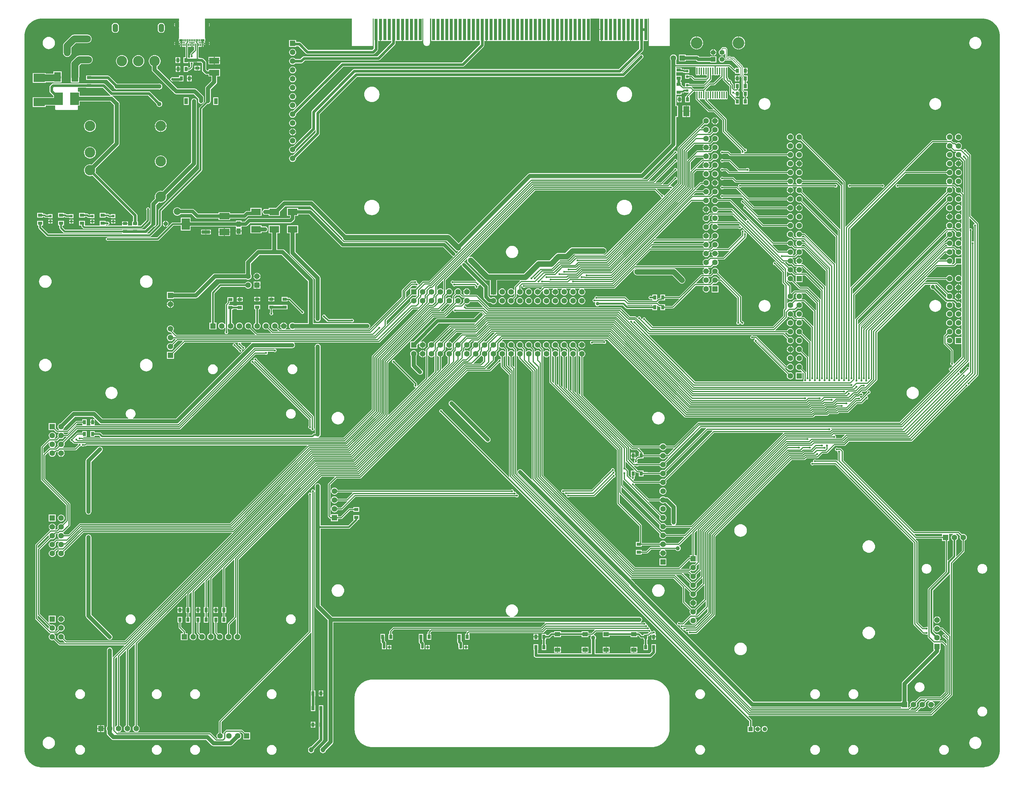
<source format=gtl>
G04*
G04 #@! TF.GenerationSoftware,Altium Limited,Altium Designer,22.8.2 (66)*
G04*
G04 Layer_Physical_Order=1*
G04 Layer_Color=255*
%FSLAX24Y24*%
%MOIN*%
G70*
G04*
G04 #@! TF.SameCoordinates,FCF4E63D-A0A2-41F3-A72A-ECFD8513773E*
G04*
G04*
G04 #@! TF.FilePolarity,Positive*
G04*
G01*
G75*
%ADD15C,0.0079*%
%ADD17C,0.0118*%
%ADD20C,0.0197*%
%ADD51C,0.0512*%
%ADD60C,0.0236*%
%ADD61C,0.0630*%
%ADD62C,0.0500*%
%ADD63C,0.0472*%
%ADD64C,0.0394*%
%ADD65C,0.0315*%
%ADD66C,0.0787*%
%ADD67R,0.0512X0.0354*%
%ADD68R,0.0315X0.0295*%
%ADD69O,0.0138X0.0827*%
%ADD70R,0.0354X0.0512*%
%ADD71R,0.0358X0.2449*%
%ADD72R,0.0295X0.0315*%
%ADD73R,0.0610X0.0512*%
%ADD74R,0.0984X0.1417*%
%ADD75R,0.1102X0.0752*%
%ADD76R,0.0752X0.1102*%
%ADD77R,0.0689X0.1142*%
%ADD78R,0.0472X0.0630*%
%ADD79R,0.1142X0.0728*%
%ADD80R,0.1142X0.0689*%
%ADD81R,0.1299X0.0945*%
%ADD82R,0.0945X0.0394*%
%ADD83R,0.0945X0.1299*%
%ADD84R,0.0394X0.0276*%
%ADD85R,0.0118X0.0276*%
%ADD86C,0.0630*%
%ADD87C,0.0472*%
%ADD88C,0.0394*%
%ADD89C,0.0315*%
%ADD90C,0.0157*%
%ADD91C,0.0295*%
%ADD92C,0.0354*%
%ADD93C,0.0787*%
%ADD94R,0.0630X0.0630*%
%ADD95R,0.0630X0.0630*%
%ADD96R,0.0512X0.0512*%
G04:AMPARAMS|DCode=97|XSize=94.5mil|YSize=63mil|CornerRadius=25.2mil|HoleSize=0mil|Usage=FLASHONLY|Rotation=270.000|XOffset=0mil|YOffset=0mil|HoleType=Round|Shape=RoundedRectangle|*
%AMROUNDEDRECTD97*
21,1,0.0945,0.0126,0,0,270.0*
21,1,0.0441,0.0630,0,0,270.0*
1,1,0.0504,-0.0063,-0.0220*
1,1,0.0504,-0.0063,0.0220*
1,1,0.0504,0.0063,0.0220*
1,1,0.0504,0.0063,-0.0220*
%
%ADD97ROUNDEDRECTD97*%
%ADD98C,0.1181*%
%ADD99R,0.0394X0.0709*%
%ADD100O,0.0512X0.0591*%
%ADD101R,0.0554X0.0554*%
%ADD102C,0.0554*%
%ADD103C,0.1306*%
%ADD104O,0.1811X0.0787*%
%ADD105O,0.1575X0.0787*%
%ADD106O,0.0787X0.1575*%
G36*
X37009Y81547D02*
X39371D01*
Y84646D01*
X39474D01*
Y82118D01*
X39491D01*
Y81289D01*
X39310Y81107D01*
X32068D01*
X31233Y81942D01*
X31155Y81994D01*
X31063Y82013D01*
X30709D01*
Y82228D01*
X29921D01*
Y81441D01*
X30709D01*
Y81531D01*
X30963D01*
X31798Y80696D01*
X31876Y80644D01*
X31969Y80625D01*
X39409D01*
X39502Y80644D01*
X39580Y80696D01*
X39903Y81019D01*
X39955Y81097D01*
X39973Y81189D01*
Y82118D01*
X40193D01*
Y83421D01*
X40272D01*
Y82118D01*
X41470D01*
Y81968D01*
X39900Y80398D01*
X31614D01*
X31522Y80380D01*
X31444Y80328D01*
X31192Y80075D01*
X30626D01*
X30596Y80115D01*
X30514Y80179D01*
X30418Y80218D01*
X30315Y80232D01*
X30212Y80218D01*
X30116Y80179D01*
X30034Y80115D01*
X29971Y80033D01*
X29931Y79937D01*
X29918Y79835D01*
X29931Y79732D01*
X29971Y79636D01*
X30034Y79554D01*
X30116Y79491D01*
X30212Y79451D01*
X30315Y79438D01*
X30418Y79451D01*
X30514Y79491D01*
X30596Y79554D01*
X30626Y79594D01*
X31291D01*
X31384Y79612D01*
X31462Y79664D01*
X31714Y79917D01*
X40000D01*
X40092Y79935D01*
X40170Y79987D01*
X41881Y81698D01*
X41933Y81776D01*
X41951Y81868D01*
Y82118D01*
X42693D01*
Y83421D01*
X42772D01*
Y82118D01*
X44990D01*
Y84646D01*
X45093D01*
Y81927D01*
X45093D01*
X45097Y81878D01*
X45122Y81783D01*
X45171Y81698D01*
X45241Y81629D01*
X45326Y81580D01*
X45420Y81555D01*
X45519D01*
X45613Y81580D01*
X45698Y81629D01*
X45768Y81698D01*
X45817Y81783D01*
X45841Y81875D01*
X45842Y81878D01*
X45845Y81915D01*
X45845Y81923D01*
X45845D01*
X45845Y81927D01*
X45845Y81927D01*
X45845Y81973D01*
Y84646D01*
X45974D01*
Y82118D01*
X51491D01*
Y81753D01*
X49428Y79690D01*
X35929D01*
X35837Y79671D01*
X35759Y79619D01*
X30365Y74225D01*
X30315Y74232D01*
X30212Y74218D01*
X30116Y74179D01*
X30034Y74115D01*
X29971Y74033D01*
X29931Y73937D01*
X29918Y73835D01*
X29931Y73732D01*
X29971Y73636D01*
X30034Y73554D01*
X30116Y73491D01*
X30212Y73451D01*
X30315Y73438D01*
X30418Y73451D01*
X30514Y73491D01*
X30596Y73554D01*
X30659Y73636D01*
X30699Y73732D01*
X30712Y73835D01*
X30705Y73885D01*
X36029Y79208D01*
X49528D01*
X49620Y79226D01*
X49698Y79279D01*
X51903Y81483D01*
X51955Y81561D01*
X51973Y81654D01*
Y82118D01*
X52193D01*
Y83421D01*
X52272D01*
Y82118D01*
X59193D01*
Y83421D01*
X59272D01*
Y82118D01*
X59693D01*
Y83421D01*
X59772D01*
Y82118D01*
X60193D01*
Y83421D01*
X60272D01*
Y82118D01*
X60693D01*
Y83421D01*
X60772D01*
Y82118D01*
X61193D01*
Y83421D01*
X61272D01*
Y82118D01*
X61693D01*
Y83421D01*
X61772D01*
Y82118D01*
X63990D01*
Y84646D01*
X64974D01*
Y83461D01*
X65232D01*
Y83421D01*
X65272D01*
Y82118D01*
X67693D01*
Y83421D01*
X67772D01*
Y82118D01*
X68193D01*
Y83421D01*
X68272D01*
Y82118D01*
X68693D01*
Y83421D01*
X68772D01*
Y82118D01*
X69193D01*
Y83421D01*
X69272D01*
Y82118D01*
X69491D01*
Y81255D01*
X67178Y78942D01*
X37283D01*
X37191Y78923D01*
X37113Y78871D01*
X32507Y74265D01*
X32455Y74187D01*
X32436Y74094D01*
Y72297D01*
X30365Y70225D01*
X30315Y70232D01*
X30212Y70218D01*
X30116Y70179D01*
X30034Y70115D01*
X29971Y70033D01*
X29931Y69937D01*
X29918Y69835D01*
X29931Y69732D01*
X29971Y69636D01*
X30034Y69554D01*
X30116Y69491D01*
X30212Y69451D01*
X30315Y69438D01*
X30418Y69451D01*
X30514Y69491D01*
X30596Y69554D01*
X30659Y69636D01*
X30699Y69732D01*
X30712Y69835D01*
X30705Y69885D01*
X32847Y72027D01*
X32859Y72043D01*
X32909Y72028D01*
Y71769D01*
X30365Y69225D01*
X30315Y69232D01*
X30212Y69218D01*
X30116Y69179D01*
X30034Y69115D01*
X29971Y69033D01*
X29931Y68937D01*
X29918Y68835D01*
X29931Y68732D01*
X29971Y68636D01*
X30034Y68554D01*
X30116Y68491D01*
X30212Y68451D01*
X30315Y68438D01*
X30418Y68451D01*
X30514Y68491D01*
X30596Y68554D01*
X30659Y68636D01*
X30699Y68732D01*
X30712Y68835D01*
X30705Y68885D01*
X33320Y71499D01*
X33372Y71577D01*
X33390Y71669D01*
Y73837D01*
X37619Y78066D01*
X67677D01*
X67769Y78085D01*
X67847Y78137D01*
X69895Y80184D01*
X69947Y80262D01*
X69965Y80354D01*
X69947Y80447D01*
X69895Y80525D01*
X69817Y80577D01*
X69724Y80595D01*
X69632Y80577D01*
X69554Y80525D01*
X67577Y78548D01*
X67531D01*
X67512Y78594D01*
X69903Y80985D01*
X69955Y81063D01*
X69973Y81155D01*
Y82118D01*
X70490D01*
Y84646D01*
X70593D01*
Y81547D01*
X72956D01*
Y84646D01*
X108268Y84646D01*
X108397Y84646D01*
X108653Y84612D01*
X108902Y84545D01*
X109140Y84446D01*
X109364Y84317D01*
X109568Y84160D01*
X109751Y83978D01*
X109908Y83773D01*
X110037Y83550D01*
X110136Y83311D01*
X110203Y83062D01*
X110236Y82806D01*
Y82677D01*
X110236D01*
X110236Y82677D01*
Y1969D01*
Y1839D01*
X110203Y1584D01*
X110136Y1334D01*
X110037Y1096D01*
X109908Y873D01*
X109751Y668D01*
X109568Y485D01*
X109364Y328D01*
X109140Y199D01*
X108902Y100D01*
X108653Y34D01*
X108397Y0D01*
X1839D01*
X1584Y34D01*
X1334Y100D01*
X1096Y199D01*
X873Y328D01*
X668Y485D01*
X485Y668D01*
X328Y873D01*
X199Y1096D01*
X100Y1334D01*
X34Y1584D01*
X0Y1839D01*
Y1969D01*
Y82677D01*
Y82806D01*
X34Y83062D01*
X100Y83311D01*
X199Y83550D01*
X328Y83773D01*
X485Y83978D01*
X668Y84160D01*
X873Y84317D01*
X1096Y84446D01*
X1334Y84545D01*
X1584Y84612D01*
X1839Y84646D01*
X17479D01*
X17479Y84646D01*
Y84361D01*
X17440Y84337D01*
X17444Y84330D01*
X17450Y84319D01*
X17455Y84307D01*
X17459Y84295D01*
X17463Y84282D01*
X17466Y84270D01*
X17469Y84257D01*
X17471Y84244D01*
X17472Y84232D01*
X17472Y84219D01*
Y84205D01*
Y83693D01*
Y83679D01*
X17472Y83666D01*
X17471Y83653D01*
X17469Y83640D01*
X17466Y83628D01*
X17463Y83615D01*
X17459Y83603D01*
X17455Y83591D01*
X17450Y83579D01*
X17444Y83567D01*
X17440Y83561D01*
X17479Y83537D01*
Y82421D01*
X17466Y82406D01*
X17441D01*
Y82206D01*
X17409Y82196D01*
X17412Y82193D01*
X17420Y82184D01*
X17427Y82174D01*
X17434Y82164D01*
X17441Y82154D01*
X17447Y82143D01*
X17452Y82132D01*
X17457Y82120D01*
X17461Y82108D01*
X17465Y82096D01*
X17467Y82085D01*
X17470Y82072D01*
X17471Y82060D01*
X17472Y82048D01*
X17472Y82035D01*
Y81878D01*
X17549D01*
X17543Y81921D01*
X17539Y81931D01*
X17567Y81972D01*
X17677D01*
Y82189D01*
X17756D01*
Y81972D01*
X18159D01*
X18188Y81927D01*
X18171Y81894D01*
X17795D01*
Y81677D01*
X17756D01*
D01*
X17795D01*
Y81461D01*
X18206D01*
Y80295D01*
X17992D01*
Y79977D01*
X17990Y79961D01*
X17992Y79944D01*
Y79626D01*
X18504D01*
Y79703D01*
X18683D01*
X18710Y79653D01*
X18697Y79587D01*
X18712Y79510D01*
X18756Y79445D01*
X18757Y79444D01*
Y79231D01*
X18603Y79078D01*
X18524D01*
Y79272D01*
X18012D01*
Y78602D01*
X18524D01*
Y78797D01*
X18661D01*
X18715Y78807D01*
X18761Y78838D01*
X18997Y79074D01*
X19027Y79119D01*
X19038Y79173D01*
Y79444D01*
X19040Y79445D01*
X19083Y79510D01*
X19098Y79587D01*
X19085Y79653D01*
X19112Y79703D01*
X19429D01*
X19446Y79705D01*
X19544D01*
X19567Y79700D01*
X19959D01*
X20074Y79585D01*
Y78819D01*
X20092Y78727D01*
X20145Y78649D01*
X20420Y78373D01*
X20498Y78321D01*
X20591Y78302D01*
X20807D01*
Y78110D01*
X21139D01*
Y77612D01*
X20523Y76996D01*
X20473Y76930D01*
X20441Y76854D01*
X20430Y76772D01*
Y75315D01*
X20438Y75260D01*
X19794Y74616D01*
X19754Y74557D01*
X19741Y74488D01*
Y67634D01*
X15187Y63080D01*
X15148Y63022D01*
X15134Y62953D01*
Y61374D01*
X14098Y60338D01*
X13887D01*
X13872Y60388D01*
X13891Y60401D01*
X14613Y61123D01*
X14674Y61131D01*
X14755Y61164D01*
X14825Y61218D01*
X14879Y61288D01*
X14913Y61369D01*
X14924Y61457D01*
X14913Y61544D01*
X14904Y61564D01*
Y63542D01*
X15225Y63863D01*
X15286Y63844D01*
X15417Y63831D01*
X15549Y63844D01*
X15675Y63883D01*
X15791Y63945D01*
X15893Y64028D01*
X15977Y64130D01*
X16039Y64247D01*
X16077Y64373D01*
X16090Y64504D01*
X16077Y64635D01*
X16059Y64696D01*
X19398Y68035D01*
X19448Y68101D01*
X19480Y68178D01*
X19491Y68260D01*
Y75315D01*
X19480Y75397D01*
X19448Y75474D01*
X19398Y75540D01*
X19332Y75590D01*
X19255Y75622D01*
X19173Y75633D01*
X19091Y75622D01*
X19014Y75590D01*
X18949Y75540D01*
X18898Y75474D01*
X18866Y75397D01*
X18856Y75315D01*
Y68391D01*
X15609Y65145D01*
X15549Y65164D01*
X15417Y65176D01*
X15286Y65164D01*
X15160Y65125D01*
X15044Y65063D01*
X14942Y64979D01*
X14858Y64878D01*
X14796Y64761D01*
X14758Y64635D01*
X14745Y64504D01*
X14758Y64373D01*
X14776Y64312D01*
X14362Y63898D01*
X14311Y63832D01*
X14280Y63755D01*
X14269Y63673D01*
Y61564D01*
X14261Y61544D01*
X14249Y61457D01*
X14251Y61442D01*
X13621Y60812D01*
X12854D01*
Y60827D01*
X12185D01*
Y60812D01*
X11713D01*
Y60827D01*
X11043D01*
Y60771D01*
X4602D01*
X4315Y61059D01*
Y61260D01*
X4469D01*
Y61772D01*
X3799D01*
Y61260D01*
X3953D01*
Y60984D01*
X3967Y60915D01*
X4006Y60857D01*
X4400Y60463D01*
X4458Y60424D01*
X4528Y60410D01*
X11043D01*
Y60338D01*
X2713D01*
X1952Y61098D01*
Y61260D01*
X2106D01*
Y61772D01*
X1437D01*
Y61260D01*
X1591D01*
Y61024D01*
X1605Y60954D01*
X1644Y60896D01*
X2510Y60030D01*
X2569Y59991D01*
X2638Y59977D01*
X14173D01*
X14242Y59991D01*
X14301Y60030D01*
X15443Y61171D01*
X15482Y61230D01*
X15496Y61299D01*
Y62878D01*
X20049Y67431D01*
X20088Y67490D01*
X20102Y67559D01*
Y74413D01*
X20693Y75005D01*
X20748Y74997D01*
X20830Y75008D01*
X20907Y75040D01*
X20973Y75090D01*
X21023Y75156D01*
X21055Y75233D01*
X21066Y75315D01*
Y76640D01*
X21681Y77256D01*
X21732Y77321D01*
X21764Y77398D01*
X21774Y77480D01*
Y78110D01*
X22106D01*
Y78957D01*
X20807D01*
Y78784D01*
X20690D01*
X20556Y78919D01*
Y79685D01*
X20537Y79777D01*
X20485Y79855D01*
X20229Y80111D01*
X20151Y80163D01*
X20059Y80182D01*
X19882D01*
Y80217D01*
X19668D01*
Y81461D01*
X20079D01*
Y81677D01*
Y81894D01*
X19696D01*
X19688Y81901D01*
X19676Y81927D01*
X19705Y81972D01*
X20118D01*
Y82189D01*
X20197D01*
Y81972D01*
X20307D01*
X20335Y81931D01*
X20331Y81921D01*
X20325Y81878D01*
X20402D01*
Y82035D01*
X20402Y82048D01*
X20403Y82060D01*
X20404Y82072D01*
X20407Y82085D01*
X20409Y82096D01*
X20413Y82108D01*
X20417Y82120D01*
X20422Y82132D01*
X20427Y82143D01*
X20433Y82154D01*
X20440Y82164D01*
X20447Y82174D01*
X20454Y82184D01*
X20461Y82192D01*
X20433Y82201D01*
Y82406D01*
X20408D01*
X20395Y82421D01*
Y83537D01*
X20426Y83556D01*
X20424Y83559D01*
X20419Y83571D01*
X20415Y83583D01*
X20411Y83596D01*
X20408Y83608D01*
X20405Y83620D01*
X20403Y83633D01*
X20402Y83646D01*
X20402Y83659D01*
Y83673D01*
Y84224D01*
Y84239D01*
X20402Y84252D01*
X20403Y84264D01*
X20405Y84277D01*
X20408Y84290D01*
X20411Y84302D01*
X20415Y84315D01*
X20419Y84326D01*
X20424Y84338D01*
X20426Y84342D01*
X20395Y84361D01*
Y84646D01*
X20395Y84646D01*
X37009D01*
Y81547D01*
D02*
G37*
G36*
X19271Y81939D02*
X19242Y81894D01*
X18996D01*
Y81461D01*
X19190D01*
Y81121D01*
X18813Y80744D01*
X18783Y80699D01*
X18772Y80645D01*
Y80547D01*
X18756Y80536D01*
X18712Y80471D01*
X18697Y80394D01*
X18712Y80317D01*
X18744Y80269D01*
X18722Y80219D01*
X18504D01*
Y80295D01*
X18487D01*
Y81461D01*
X18878D01*
Y81894D01*
X18623D01*
X18593Y81939D01*
X18605Y81965D01*
X18613Y81972D01*
X19253D01*
X19271Y81939D01*
D02*
G37*
%LPC*%
G36*
X17157Y84444D02*
X17156Y84444D01*
X17155Y84443D01*
X17157Y84444D01*
D02*
G37*
G36*
X17316Y84444D02*
X17318Y84443D01*
X17317Y84444D01*
X17316Y84444D01*
D02*
G37*
G36*
X20874Y84158D02*
Y83988D01*
X20950D01*
X20945Y84031D01*
X20913Y84108D01*
X20874Y84158D01*
D02*
G37*
G36*
X17000D02*
X16961Y84108D01*
X16929Y84031D01*
X16924Y83988D01*
X17000D01*
Y84158D01*
D02*
G37*
G36*
X20950Y83909D02*
X20874D01*
Y83739D01*
X20913Y83790D01*
X20945Y83867D01*
X20950Y83909D01*
D02*
G37*
G36*
X17000Y83909D02*
X16924D01*
X16929Y83867D01*
X16961Y83790D01*
X17000Y83739D01*
Y83909D01*
D02*
G37*
G36*
X17155Y83454D02*
X17156Y83454D01*
X17157Y83454D01*
X17155Y83454D01*
D02*
G37*
G36*
X17318Y83454D02*
X17316Y83454D01*
X17317Y83454D01*
X17318Y83454D01*
D02*
G37*
G36*
X15535Y84147D02*
X15409D01*
X15323Y84135D01*
X15243Y84102D01*
X15174Y84049D01*
X15121Y83980D01*
X15087Y83899D01*
X15076Y83813D01*
Y83372D01*
X15087Y83286D01*
X15121Y83205D01*
X15174Y83136D01*
X15243Y83083D01*
X15323Y83050D01*
X15409Y83038D01*
X15535D01*
X15622Y83050D01*
X15702Y83083D01*
X15771Y83136D01*
X15824Y83205D01*
X15858Y83286D01*
X15869Y83372D01*
Y83813D01*
X15858Y83899D01*
X15824Y83980D01*
X15771Y84049D01*
X15702Y84102D01*
X15622Y84135D01*
X15535Y84147D01*
D02*
G37*
G36*
X10339D02*
X10213D01*
X10126Y84135D01*
X10046Y84102D01*
X9977Y84049D01*
X9924Y83980D01*
X9890Y83899D01*
X9879Y83813D01*
Y83372D01*
X9890Y83286D01*
X9924Y83205D01*
X9977Y83136D01*
X10046Y83083D01*
X10126Y83050D01*
X10213Y83038D01*
X10339D01*
X10425Y83050D01*
X10505Y83083D01*
X10574Y83136D01*
X10627Y83205D01*
X10661Y83286D01*
X10672Y83372D01*
Y83813D01*
X10661Y83899D01*
X10627Y83980D01*
X10574Y84049D01*
X10505Y84102D01*
X10425Y84135D01*
X10339Y84147D01*
D02*
G37*
G36*
X65193Y83382D02*
X64974D01*
Y82118D01*
X65193D01*
Y83382D01*
D02*
G37*
G36*
X80756Y82621D02*
Y81929D01*
X81448D01*
X81437Y82033D01*
X81396Y82171D01*
X81328Y82298D01*
X81236Y82410D01*
X81125Y82501D01*
X80998Y82569D01*
X80860Y82611D01*
X80756Y82621D01*
D02*
G37*
G36*
X76016D02*
Y81929D01*
X76708D01*
X76697Y82033D01*
X76655Y82171D01*
X76588Y82298D01*
X76496Y82410D01*
X76385Y82501D01*
X76258Y82569D01*
X76120Y82611D01*
X76016Y82621D01*
D02*
G37*
G36*
X75937Y82621D02*
X75833Y82611D01*
X75695Y82569D01*
X75568Y82501D01*
X75457Y82410D01*
X75365Y82298D01*
X75297Y82171D01*
X75255Y82033D01*
X75245Y81929D01*
X75937D01*
Y82621D01*
D02*
G37*
G36*
X80677Y82621D02*
X80573Y82611D01*
X80435Y82569D01*
X80308Y82501D01*
X80197Y82410D01*
X80105Y82298D01*
X80037Y82171D01*
X79996Y82033D01*
X79985Y81929D01*
X80677D01*
Y82621D01*
D02*
G37*
G36*
X20874Y82048D02*
Y81878D01*
X20950D01*
X20945Y81921D01*
X20913Y81997D01*
X20874Y82048D01*
D02*
G37*
G36*
X17000Y82049D02*
X16961Y81997D01*
X16929Y81921D01*
X16924Y81878D01*
X17000D01*
Y82035D01*
X17000Y82048D01*
X17000Y82049D01*
D02*
G37*
G36*
X20256Y81894D02*
X20157D01*
Y81717D01*
X20256D01*
Y81894D01*
D02*
G37*
G36*
X17717D02*
X17618D01*
Y81717D01*
X17717D01*
Y81894D01*
D02*
G37*
G36*
X17000Y81799D02*
X16924D01*
X16929Y81756D01*
X16961Y81680D01*
X17000Y81628D01*
X17000Y81630D01*
X17000Y81642D01*
Y81799D01*
D02*
G37*
G36*
X20402Y81799D02*
X20325D01*
X20331Y81756D01*
X20363Y81680D01*
X20402Y81628D01*
X20402Y81630D01*
X20402Y81642D01*
Y81799D01*
D02*
G37*
G36*
X17549Y81799D02*
X17472D01*
Y81642D01*
X17472Y81630D01*
X17472Y81628D01*
X17511Y81680D01*
X17543Y81756D01*
X17549Y81799D01*
D02*
G37*
G36*
X20950Y81799D02*
X20874D01*
Y81661D01*
Y81647D01*
X20874Y81634D01*
X20873Y81628D01*
X20913Y81680D01*
X20945Y81756D01*
X20950Y81799D01*
D02*
G37*
G36*
X20256Y81638D02*
X20157D01*
Y81461D01*
X20256D01*
Y81638D01*
D02*
G37*
G36*
X17717D02*
X17618D01*
Y81461D01*
X17717D01*
Y81638D01*
D02*
G37*
G36*
X79213Y81420D02*
X79213Y81420D01*
X78937D01*
X78937Y81420D01*
X78891Y81410D01*
X78852Y81384D01*
X78753Y81286D01*
X78727Y81247D01*
X78718Y81201D01*
X78718Y81201D01*
Y81162D01*
X78659Y81138D01*
X78585Y81081D01*
X78528Y81006D01*
X78492Y80920D01*
X78480Y80827D01*
X78492Y80734D01*
X78528Y80647D01*
X78585Y80573D01*
X78659Y80516D01*
X78746Y80480D01*
X78839Y80468D01*
X78931Y80480D01*
X79018Y80516D01*
X79092Y80573D01*
X79149Y80647D01*
X79160Y80673D01*
X79210Y80663D01*
Y80315D01*
X79210Y80315D01*
X79219Y80269D01*
X79246Y80230D01*
X79269Y80206D01*
X79250Y80160D01*
X79174D01*
X79149Y80219D01*
X79092Y80293D01*
X79018Y80350D01*
X78931Y80386D01*
X78839Y80398D01*
X78746Y80386D01*
X78659Y80350D01*
X78585Y80293D01*
X78528Y80219D01*
X78492Y80132D01*
X78480Y80039D01*
X78492Y79946D01*
X78528Y79860D01*
X78585Y79786D01*
X78659Y79728D01*
X78746Y79693D01*
X78839Y79680D01*
X78931Y79693D01*
X79018Y79728D01*
X79092Y79786D01*
X79149Y79860D01*
X79174Y79919D01*
X79950D01*
X80748Y79121D01*
X80729Y79075D01*
X80315D01*
Y78965D01*
X80269Y78946D01*
X79784Y79430D01*
X79739Y79461D01*
X79685Y79471D01*
X73676D01*
Y79964D01*
X73702Y79998D01*
X73742Y80094D01*
X73755Y80197D01*
X73742Y80300D01*
X73702Y80395D01*
X73639Y80478D01*
X73557Y80541D01*
X73461Y80580D01*
X73358Y80594D01*
X73255Y80580D01*
X73160Y80541D01*
X73077Y80478D01*
X73014Y80395D01*
X72975Y80300D01*
X72961Y80197D01*
X72975Y80094D01*
X73014Y79998D01*
X73041Y79964D01*
Y79370D01*
Y74823D01*
X73032D01*
Y73524D01*
X73041D01*
Y70537D01*
X69672Y67168D01*
X57126D01*
X57044Y67157D01*
X56967Y67126D01*
X56901Y67075D01*
X49072Y59246D01*
X48155Y60163D01*
X48073Y60226D01*
X47977Y60265D01*
X47874Y60279D01*
X36351D01*
X32666Y63965D01*
X32600Y64015D01*
X32523Y64047D01*
X32441Y64058D01*
X29368D01*
X29286Y64047D01*
X29209Y64015D01*
X29143Y63965D01*
X28429Y63250D01*
X27618D01*
Y63113D01*
X27205D01*
X27122Y63102D01*
X27046Y63070D01*
X26980Y63020D01*
X26930Y62954D01*
X26898Y62877D01*
X26887Y62795D01*
X26898Y62713D01*
X26930Y62636D01*
X26980Y62571D01*
X27046Y62520D01*
X27122Y62488D01*
X27205Y62478D01*
X27618D01*
Y62341D01*
X28878D01*
Y62801D01*
X29500Y63422D01*
X32309D01*
X35910Y59822D01*
X35916Y59779D01*
X35955Y59683D01*
X36018Y59601D01*
X36101Y59538D01*
X36196Y59498D01*
X36299Y59485D01*
X47710D01*
X48735Y58459D01*
X48817Y58396D01*
X48913Y58357D01*
X49016Y58343D01*
X49023Y58344D01*
X49045Y58299D01*
X48821Y58075D01*
X48774Y58091D01*
X48772Y58104D01*
X48744Y58171D01*
X48700Y58228D01*
X47638Y59291D01*
X47580Y59335D01*
X47513Y59363D01*
X47441Y59372D01*
X36099D01*
X32480Y62992D01*
X32422Y63036D01*
X32355Y63064D01*
X32283Y63073D01*
X30945D01*
Y63250D01*
X29685D01*
Y62341D01*
X30037D01*
Y62162D01*
X29964Y62089D01*
X25394D01*
X25322Y62080D01*
X25255Y62052D01*
X25197Y62008D01*
X24885Y61695D01*
X24528D01*
Y61811D01*
X23898D01*
Y61695D01*
X18780D01*
Y62146D01*
X17677D01*
Y61598D01*
X16772D01*
X16703Y61584D01*
X16644Y61545D01*
X15004Y59905D01*
X9493D01*
X9486Y59910D01*
X9409Y59925D01*
X9333Y59910D01*
X9268Y59866D01*
X9224Y59801D01*
X9209Y59724D01*
X9224Y59648D01*
X9268Y59582D01*
X9333Y59539D01*
X9409Y59524D01*
X9486Y59539D01*
X9493Y59544D01*
X15079D01*
X15148Y59558D01*
X15206Y59597D01*
X16846Y61237D01*
X17677D01*
Y60689D01*
X18780D01*
Y61139D01*
X23862D01*
X23898Y61104D01*
X23898Y61024D01*
X23898Y60974D01*
Y60669D01*
X24213D01*
X24528D01*
Y60974D01*
X24528Y61024D01*
X24528Y61074D01*
Y61139D01*
X25000D01*
X25072Y61149D01*
X25139Y61177D01*
X25197Y61221D01*
X25509Y61533D01*
X30079D01*
X30151Y61543D01*
X30218Y61570D01*
X30275Y61614D01*
X30512Y61851D01*
X30556Y61908D01*
X30583Y61975D01*
X30593Y62047D01*
Y62341D01*
X30945D01*
Y62517D01*
X32168D01*
X35788Y58898D01*
X35845Y58854D01*
X35912Y58826D01*
X35984Y58817D01*
X47326D01*
X48307Y57835D01*
X48307Y57835D01*
X48365Y57791D01*
X48432Y57763D01*
X48444Y57762D01*
X48461Y57714D01*
X45729Y54983D01*
X45093D01*
X45039Y54972D01*
X44993Y54942D01*
X44597Y54546D01*
X44551Y54570D01*
X44554Y54584D01*
X44538Y54661D01*
X44495Y54726D01*
X44430Y54769D01*
X44359Y54783D01*
X44359Y54785D01*
X44374Y54862D01*
X44359Y54939D01*
X44315Y55004D01*
X44250Y55048D01*
X44173Y55063D01*
X44096Y55048D01*
X44031Y55004D01*
X44030Y55003D01*
X43760D01*
X43706Y54992D01*
X43660Y54962D01*
X42696Y53997D01*
X42665Y53951D01*
X42655Y53898D01*
Y53208D01*
X38958Y49511D01*
X30543D01*
X30523Y49561D01*
X30545Y49582D01*
X38761D01*
X38844Y49593D01*
X38920Y49625D01*
X38986Y49675D01*
X39037Y49741D01*
X39068Y49818D01*
X39079Y49900D01*
X39068Y49982D01*
X39037Y50059D01*
X38986Y50125D01*
X38920Y50175D01*
X38844Y50207D01*
X38761Y50218D01*
X32680D01*
Y55079D01*
X32669Y55161D01*
X32637Y55238D01*
X32587Y55303D01*
X29418Y58473D01*
X29352Y58523D01*
X29275Y58555D01*
X29193Y58566D01*
X28566D01*
Y60372D01*
X28878D01*
Y61281D01*
X27618D01*
Y60372D01*
X27930D01*
Y58566D01*
X26457D01*
X26374Y58555D01*
X26298Y58523D01*
X26232Y58473D01*
X25063Y57303D01*
X25012Y57238D01*
X24981Y57161D01*
X24970Y57079D01*
Y55829D01*
X21535D01*
X21453Y55819D01*
X21377Y55787D01*
X21311Y55736D01*
X19238Y53664D01*
X16890D01*
Y53740D01*
X16102D01*
Y52953D01*
X16890D01*
Y53029D01*
X19370D01*
X19452Y53040D01*
X19529Y53071D01*
X19595Y53122D01*
X21667Y55194D01*
X25055D01*
X25089Y55168D01*
X25185Y55128D01*
X25287Y55115D01*
X25390Y55128D01*
X25486Y55168D01*
X25568Y55231D01*
X25631Y55313D01*
X25671Y55409D01*
X25684Y55512D01*
X25671Y55615D01*
X25631Y55710D01*
X25605Y55745D01*
Y56947D01*
X26588Y57930D01*
X29061D01*
X32045Y54947D01*
Y50218D01*
X30533D01*
X30499Y50244D01*
X30403Y50284D01*
X30300Y50297D01*
X30197Y50284D01*
X30101Y50244D01*
X30019Y50181D01*
X29956Y50099D01*
X29916Y50003D01*
X29903Y49900D01*
X29916Y49797D01*
X29956Y49701D01*
X30019Y49619D01*
X30096Y49561D01*
X30095Y49540D01*
X30082Y49511D01*
X29518D01*
X29505Y49540D01*
X29504Y49561D01*
X29581Y49619D01*
X29644Y49701D01*
X29684Y49797D01*
X29692Y49861D01*
X28908D01*
X28916Y49797D01*
X28956Y49701D01*
X29019Y49619D01*
X29096Y49561D01*
X29095Y49540D01*
X29082Y49511D01*
X28888D01*
X28660Y49739D01*
X28684Y49797D01*
X28697Y49900D01*
X28684Y50003D01*
X28644Y50099D01*
X28581Y50181D01*
X28499Y50244D01*
X28403Y50284D01*
X28300Y50297D01*
X28197Y50284D01*
X28101Y50244D01*
X28019Y50181D01*
X27956Y50099D01*
X27916Y50003D01*
X27903Y49900D01*
X27916Y49797D01*
X27956Y49701D01*
X28019Y49619D01*
X28101Y49556D01*
X28197Y49516D01*
X28300Y49503D01*
X28403Y49516D01*
X28461Y49540D01*
X28641Y49360D01*
X28622Y49314D01*
X28085D01*
X27660Y49739D01*
X27684Y49797D01*
X27697Y49900D01*
X27684Y50003D01*
X27644Y50099D01*
X27581Y50181D01*
X27499Y50244D01*
X27403Y50284D01*
X27300Y50297D01*
X27197Y50284D01*
X27101Y50244D01*
X27019Y50181D01*
X26956Y50099D01*
X26916Y50003D01*
X26903Y49900D01*
X26916Y49797D01*
X26956Y49701D01*
X27019Y49619D01*
X27101Y49556D01*
X27197Y49516D01*
X27300Y49503D01*
X27403Y49516D01*
X27461Y49540D01*
X27878Y49124D01*
X27858Y49078D01*
X26321D01*
X25660Y49739D01*
X25684Y49797D01*
X25697Y49900D01*
X25684Y50003D01*
X25644Y50099D01*
X25581Y50181D01*
X25499Y50244D01*
X25403Y50284D01*
X25300Y50297D01*
X25197Y50284D01*
X25101Y50244D01*
X25019Y50181D01*
X24956Y50099D01*
X24916Y50003D01*
X24903Y49900D01*
X24916Y49797D01*
X24956Y49701D01*
X25019Y49619D01*
X25101Y49556D01*
X25197Y49516D01*
X25300Y49503D01*
X25403Y49516D01*
X25461Y49540D01*
X26074Y48927D01*
X26055Y48881D01*
X17202D01*
X16787Y49295D01*
X16850Y49376D01*
X16889Y49472D01*
X16903Y49575D01*
X16889Y49678D01*
X16850Y49773D01*
X16787Y49856D01*
X16704Y49919D01*
X16609Y49958D01*
X16506Y49972D01*
X16403Y49958D01*
X16307Y49919D01*
X16225Y49856D01*
X16162Y49773D01*
X16122Y49678D01*
X16109Y49575D01*
X16122Y49472D01*
X16162Y49376D01*
X16225Y49294D01*
X16307Y49231D01*
X16403Y49191D01*
X16506Y49178D01*
X16507Y49178D01*
X16718Y48967D01*
X16690Y48925D01*
X16609Y48958D01*
X16506Y48972D01*
X16403Y48958D01*
X16307Y48919D01*
X16225Y48856D01*
X16162Y48773D01*
X16122Y48678D01*
X16109Y48575D01*
X16122Y48472D01*
X16162Y48376D01*
X16225Y48294D01*
X16307Y48231D01*
X16403Y48191D01*
X16506Y48178D01*
X16609Y48191D01*
X16704Y48231D01*
X16787Y48294D01*
X16850Y48376D01*
X16861Y48403D01*
X17070D01*
X17089Y48357D01*
X16667Y47934D01*
X16609Y47958D01*
X16506Y47972D01*
X16403Y47958D01*
X16307Y47919D01*
X16225Y47856D01*
X16162Y47773D01*
X16122Y47678D01*
X16109Y47575D01*
X16122Y47472D01*
X16162Y47376D01*
X16225Y47294D01*
X16307Y47231D01*
X16403Y47191D01*
X16506Y47178D01*
X16609Y47191D01*
X16704Y47231D01*
X16787Y47294D01*
X16850Y47376D01*
X16889Y47472D01*
X16903Y47575D01*
X16889Y47678D01*
X16865Y47736D01*
X17336Y48206D01*
X17873D01*
X17892Y48160D01*
X16701Y46968D01*
X16112D01*
Y46181D01*
X16900D01*
Y46770D01*
X18139Y48009D01*
X24125D01*
X24152Y47959D01*
X24130Y47927D01*
X24115Y47850D01*
X24130Y47773D01*
X24173Y47708D01*
X24239Y47665D01*
X24315Y47649D01*
X24320Y47650D01*
X24544Y47427D01*
X24559Y47352D01*
X24602Y47287D01*
X24667Y47244D01*
X24744Y47228D01*
X24821Y47244D01*
X24886Y47287D01*
X24930Y47352D01*
X24945Y47429D01*
X24930Y47506D01*
X24886Y47571D01*
X24821Y47615D01*
X24744Y47630D01*
X24739Y47629D01*
X24516Y47852D01*
X24501Y47927D01*
X24479Y47959D01*
X24506Y48009D01*
X25640D01*
X25657Y47959D01*
X25634Y47941D01*
X17113Y39420D01*
X12274D01*
X12264Y39470D01*
X12286Y39479D01*
X12401Y39568D01*
X12489Y39683D01*
X12545Y39817D01*
X12564Y39961D01*
X12545Y40105D01*
X12489Y40239D01*
X12401Y40354D01*
X12286Y40442D01*
X12152Y40498D01*
X12008Y40517D01*
X11864Y40498D01*
X11730Y40442D01*
X11615Y40354D01*
X11526Y40239D01*
X11471Y40105D01*
X11452Y39961D01*
X11471Y39817D01*
X11526Y39683D01*
X11615Y39568D01*
X11730Y39479D01*
X11752Y39470D01*
X11742Y39420D01*
X8832D01*
X8087Y40166D01*
X8021Y40216D01*
X7944Y40248D01*
X7862Y40259D01*
X5583D01*
X5500Y40248D01*
X5424Y40216D01*
X5358Y40166D01*
X4090Y38897D01*
X4047Y38891D01*
X3951Y38852D01*
X3869Y38789D01*
X3806Y38706D01*
X3766Y38611D01*
X3753Y38508D01*
X3766Y38405D01*
X3806Y38309D01*
X3869Y38227D01*
X3927Y38183D01*
X3910Y38133D01*
X3724D01*
X3543Y38313D01*
Y38902D01*
X2756D01*
Y38114D01*
X3345D01*
X3566Y37893D01*
X3612Y37862D01*
X3665Y37852D01*
X3873D01*
X3889Y37804D01*
X3869Y37789D01*
X3806Y37706D01*
X3766Y37611D01*
X3753Y37508D01*
X3766Y37405D01*
X3790Y37347D01*
X3591Y37148D01*
X3410D01*
X3393Y37198D01*
X3430Y37227D01*
X3494Y37309D01*
X3533Y37405D01*
X3547Y37508D01*
X3533Y37611D01*
X3494Y37706D01*
X3430Y37789D01*
X3348Y37852D01*
X3252Y37891D01*
X3150Y37905D01*
X3047Y37891D01*
X2951Y37852D01*
X2869Y37789D01*
X2806Y37706D01*
X2766Y37611D01*
X2753Y37508D01*
X2766Y37405D01*
X2806Y37309D01*
X2869Y37227D01*
X2906Y37198D01*
X2889Y37148D01*
X2835D01*
X2781Y37138D01*
X2735Y37107D01*
X1909Y36280D01*
X1878Y36235D01*
X1867Y36181D01*
Y32517D01*
X1878Y32463D01*
X1909Y32418D01*
X4702Y29624D01*
Y27932D01*
X4310Y27541D01*
X4252Y27565D01*
X4150Y27578D01*
X4047Y27565D01*
X3951Y27525D01*
X3869Y27462D01*
X3806Y27380D01*
X3766Y27284D01*
X3753Y27181D01*
X3766Y27078D01*
X3790Y27020D01*
X3639Y26869D01*
X3468D01*
X3445Y26919D01*
X3494Y26983D01*
X3533Y27078D01*
X3542Y27142D01*
X3150D01*
X2758D01*
X2766Y27078D01*
X2806Y26983D01*
X2869Y26900D01*
X2895Y26880D01*
X2893Y26839D01*
X2886Y26824D01*
X1279Y25217D01*
X1248Y25172D01*
X1237Y25118D01*
Y16811D01*
X1248Y16757D01*
X1279Y16712D01*
X2814Y15176D01*
X2860Y15146D01*
X2913Y15135D01*
X2929D01*
X2936Y15121D01*
X2942Y15085D01*
X2869Y15029D01*
X2806Y14947D01*
X2766Y14851D01*
X2753Y14748D01*
X2766Y14645D01*
X2806Y14549D01*
X2869Y14467D01*
X2951Y14404D01*
X3047Y14364D01*
X3150Y14351D01*
X3252Y14364D01*
X3310Y14389D01*
X3861Y13838D01*
X3907Y13807D01*
X3961Y13797D01*
X11300D01*
X11319Y13750D01*
X10019Y12450D01*
X10013Y12442D01*
X9963Y12457D01*
Y13228D01*
X9953Y13311D01*
X9921Y13387D01*
X9870Y13453D01*
X9805Y13503D01*
X9728Y13535D01*
X9646Y13546D01*
X9563Y13535D01*
X9487Y13503D01*
X9421Y13453D01*
X9371Y13387D01*
X9339Y13311D01*
X9328Y13228D01*
Y4623D01*
X9286Y4569D01*
X9246Y4473D01*
X9233Y4370D01*
X9246Y4267D01*
X9286Y4172D01*
X9312Y4137D01*
Y3835D01*
X9323Y3752D01*
X9355Y3676D01*
X9405Y3610D01*
X9834Y3181D01*
X9900Y3130D01*
X9977Y3099D01*
X10059Y3088D01*
X20557D01*
X21153Y2492D01*
X21219Y2441D01*
X21296Y2410D01*
X21378Y2399D01*
X23295D01*
X23377Y2410D01*
X23454Y2441D01*
X23520Y2492D01*
X24182Y3154D01*
X24225Y3160D01*
X24321Y3199D01*
X24403Y3263D01*
X24466Y3345D01*
X24506Y3441D01*
X24519Y3543D01*
X24506Y3646D01*
X24466Y3742D01*
X24403Y3824D01*
X24321Y3887D01*
X24280Y3904D01*
X24290Y3954D01*
X24513D01*
X24728Y3738D01*
Y3150D01*
X25516D01*
Y3937D01*
X24927D01*
X24670Y4194D01*
X24625Y4224D01*
X24571Y4235D01*
X22835D01*
X22781Y4224D01*
X22735Y4194D01*
X22538Y3997D01*
X22508Y3951D01*
X22497Y3898D01*
Y3783D01*
X22447Y3766D01*
X22403Y3824D01*
X22321Y3887D01*
X22263Y3911D01*
Y5095D01*
X32383Y15216D01*
X32408Y15253D01*
X32443Y15250D01*
X32458Y15245D01*
Y8681D01*
X32362D01*
Y8012D01*
X32377D01*
Y7028D01*
X32362D01*
Y6358D01*
X32874D01*
Y7028D01*
X32859D01*
Y8012D01*
X32874D01*
Y8681D01*
X32739D01*
Y31078D01*
X32740Y31079D01*
X32782Y31141D01*
X32786Y31141D01*
X32832Y31117D01*
Y27165D01*
Y18228D01*
X32843Y18146D01*
X32874Y18070D01*
X32925Y18004D01*
X34289Y16640D01*
Y3006D01*
X33592Y2309D01*
X33571Y2300D01*
X33501Y2247D01*
X33448Y2177D01*
X33414Y2095D01*
X33403Y2008D01*
Y1929D01*
X33414Y1842D01*
X33448Y1760D01*
X33501Y1690D01*
X33571Y1637D01*
X33653Y1603D01*
X33740Y1592D01*
X33828Y1603D01*
X33909Y1637D01*
X33979Y1690D01*
X34032Y1760D01*
X34066Y1842D01*
X34073Y1891D01*
X34831Y2649D01*
X34881Y2715D01*
X34913Y2792D01*
X34924Y2874D01*
Y16375D01*
X58825D01*
X58840Y16325D01*
X58832Y16320D01*
X58361Y15849D01*
X41732D01*
X41679Y15838D01*
X41633Y15808D01*
X41298Y15473D01*
X41268Y15428D01*
X41257Y15374D01*
Y15098D01*
X41142D01*
Y14429D01*
X41654D01*
Y15098D01*
X41538D01*
Y15316D01*
X41790Y15568D01*
X45777D01*
X45796Y15522D01*
X45629Y15355D01*
X45599Y15310D01*
X45588Y15256D01*
Y15098D01*
X45472D01*
Y14429D01*
X45984D01*
Y15098D01*
X45869D01*
Y15198D01*
X46042Y15371D01*
X50029D01*
X50048Y15325D01*
X49960Y15237D01*
X49929Y15192D01*
X49919Y15138D01*
Y15098D01*
X49803D01*
Y14429D01*
X50315D01*
Y15098D01*
X50297D01*
X50277Y15146D01*
X50300Y15174D01*
X58583D01*
X58636Y15185D01*
X58682Y15216D01*
X59035Y15568D01*
X64433D01*
X64453Y15518D01*
X64135Y15200D01*
X63760D01*
Y15394D01*
X62992D01*
Y15240D01*
X60630D01*
Y15394D01*
X59862D01*
Y15240D01*
X59587D01*
X59517Y15226D01*
X59459Y15187D01*
X59217Y14944D01*
X58976D01*
Y15098D01*
X58465D01*
Y14429D01*
X58540D01*
Y13917D01*
X58465D01*
Y13248D01*
X58976D01*
Y13917D01*
X58901D01*
Y14429D01*
X58976D01*
Y14583D01*
X59291D01*
X59360Y14597D01*
X59419Y14636D01*
X59661Y14878D01*
X59862D01*
Y14724D01*
X60630D01*
Y14878D01*
X62992D01*
Y14724D01*
X63760D01*
Y14919D01*
X64052D01*
X64063Y14887D01*
X64065Y14869D01*
X64016Y14805D01*
X63984Y14728D01*
X63974Y14646D01*
X63984Y14563D01*
X64016Y14487D01*
X64050Y14442D01*
Y12879D01*
X58056D01*
Y13248D01*
X58071D01*
Y13917D01*
X57559D01*
Y13248D01*
X57574D01*
Y12657D01*
X57592Y12565D01*
X57645Y12487D01*
X57664Y12467D01*
X57742Y12415D01*
X57835Y12397D01*
X70748D01*
X70840Y12415D01*
X70918Y12467D01*
X71292Y12842D01*
X71345Y12920D01*
X71363Y13012D01*
Y13248D01*
X71378D01*
Y13917D01*
X70866D01*
Y13248D01*
X70881D01*
Y13112D01*
X70648Y12879D01*
X64532D01*
Y14442D01*
X64566Y14487D01*
X64598Y14563D01*
X64609Y14646D01*
X64598Y14728D01*
X64566Y14805D01*
X64516Y14870D01*
X64450Y14921D01*
X64374Y14953D01*
X64351Y14955D01*
X64335Y15003D01*
X64625Y15293D01*
X65374D01*
Y14724D01*
X66142D01*
Y14878D01*
X68504D01*
Y14724D01*
X69272D01*
Y14878D01*
X69354D01*
X69597Y14636D01*
X69655Y14597D01*
X69724Y14583D01*
X69961D01*
Y14429D01*
X70036D01*
Y13917D01*
X69961D01*
Y13248D01*
X70472D01*
Y13917D01*
X70397D01*
Y14429D01*
X70472D01*
Y14820D01*
X70551D01*
X70605Y14831D01*
X70651Y14861D01*
X70816Y15027D01*
X70866Y15006D01*
Y14803D01*
X71122D01*
X71378D01*
Y15098D01*
X71339D01*
X71316Y15143D01*
X71327Y15159D01*
X71342Y15236D01*
X71327Y15313D01*
X71284Y15378D01*
X71219Y15422D01*
X71142Y15437D01*
X71065Y15422D01*
X71000Y15378D01*
X70978Y15346D01*
X70965Y15343D01*
X70956Y15337D01*
X70858D01*
X70822Y15387D01*
X70831Y15433D01*
X70815Y15510D01*
X70772Y15575D01*
X70707Y15618D01*
X70705Y15619D01*
X70667Y15677D01*
X70673Y15709D01*
X70658Y15785D01*
X70614Y15851D01*
X70549Y15894D01*
X70513Y15901D01*
X70475Y15957D01*
X70476Y15965D01*
X70461Y16041D01*
X70418Y16106D01*
X70352Y16150D01*
X70318Y16157D01*
X70278Y16213D01*
X70279Y16220D01*
X70264Y16297D01*
X70221Y16362D01*
X70156Y16406D01*
X70079Y16421D01*
X70002Y16406D01*
X69937Y16362D01*
X69936Y16361D01*
X69663D01*
X69653Y16411D01*
X69669Y16418D01*
X69735Y16468D01*
X69786Y16534D01*
X69817Y16611D01*
X69828Y16693D01*
X69817Y16775D01*
X69786Y16852D01*
X69735Y16918D01*
X69669Y16968D01*
X69593Y17000D01*
X69510Y17011D01*
X55291D01*
X55283Y17061D01*
X55367Y17086D01*
X55487Y17150D01*
X55592Y17236D01*
X55678Y17341D01*
X55742Y17461D01*
X55781Y17591D01*
X55795Y17726D01*
X55781Y17861D01*
X55742Y17991D01*
X55678Y18110D01*
X55592Y18215D01*
X55487Y18301D01*
X55367Y18365D01*
X55237Y18405D01*
X55102Y18418D01*
X54967Y18405D01*
X54837Y18365D01*
X54718Y18301D01*
X54613Y18215D01*
X54527Y18110D01*
X54463Y17991D01*
X54423Y17861D01*
X54410Y17726D01*
X54423Y17591D01*
X54463Y17461D01*
X54527Y17341D01*
X54613Y17236D01*
X54718Y17150D01*
X54837Y17086D01*
X54921Y17061D01*
X54914Y17011D01*
X34817D01*
X33467Y18360D01*
Y26985D01*
X36693D01*
X36762Y26998D01*
X36821Y27038D01*
X37647Y27864D01*
X37687Y27923D01*
X37700Y27992D01*
X37854D01*
Y28504D01*
X37185D01*
Y27992D01*
X37199D01*
X37218Y27946D01*
X36618Y27346D01*
X33467D01*
Y31680D01*
X33470Y31686D01*
X33481Y31772D01*
X33470Y31857D01*
X33437Y31937D01*
X33384Y32006D01*
X33315Y32059D01*
X33235Y32092D01*
X33150Y32103D01*
X33064Y32092D01*
X32984Y32059D01*
X32915Y32006D01*
X32862Y31937D01*
X32829Y31857D01*
X32818Y31772D01*
X32829Y31686D01*
X32832Y31680D01*
Y31324D01*
X32786Y31300D01*
X32782Y31300D01*
X32740Y31362D01*
X32675Y31406D01*
X32598Y31421D01*
X32522Y31406D01*
X32457Y31362D01*
X32413Y31297D01*
X32398Y31220D01*
X32413Y31144D01*
X32450Y31088D01*
X32443Y31051D01*
X32395Y31029D01*
X32394Y31029D01*
X32360Y31052D01*
X32283Y31067D01*
X32207Y31052D01*
X32142Y31008D01*
X32098Y30943D01*
X32083Y30866D01*
X32098Y30789D01*
X32142Y30724D01*
X32143Y30723D01*
Y15373D01*
X22023Y5253D01*
X21992Y5207D01*
X21982Y5154D01*
Y3911D01*
X21923Y3887D01*
X21841Y3824D01*
X21778Y3742D01*
X21738Y3646D01*
X21725Y3543D01*
X21738Y3441D01*
X21778Y3345D01*
X21827Y3281D01*
X21803Y3231D01*
X21731D01*
X21084Y3879D01*
X21038Y3909D01*
X20984Y3920D01*
X10554D01*
X10543Y3934D01*
X10570Y3981D01*
X10630Y3973D01*
X10733Y3987D01*
X10828Y4026D01*
X10911Y4089D01*
X10974Y4172D01*
X11013Y4267D01*
X11027Y4370D01*
X11013Y4473D01*
X10974Y4569D01*
X10911Y4651D01*
X10828Y4714D01*
X10770Y4738D01*
Y12526D01*
X11443Y13199D01*
X11489Y13180D01*
Y4738D01*
X11431Y4714D01*
X11349Y4651D01*
X11286Y4569D01*
X11246Y4473D01*
X11233Y4370D01*
X11246Y4267D01*
X11286Y4172D01*
X11349Y4089D01*
X11431Y4026D01*
X11527Y3987D01*
X11630Y3973D01*
X11733Y3987D01*
X11828Y4026D01*
X11911Y4089D01*
X11974Y4172D01*
X12013Y4267D01*
X12027Y4370D01*
X12013Y4473D01*
X11974Y4569D01*
X11911Y4651D01*
X11828Y4714D01*
X11770Y4738D01*
Y13248D01*
X12443Y13920D01*
X12489Y13901D01*
Y4738D01*
X12431Y4714D01*
X12349Y4651D01*
X12286Y4569D01*
X12246Y4473D01*
X12233Y4370D01*
X12246Y4267D01*
X12286Y4172D01*
X12349Y4089D01*
X12431Y4026D01*
X12527Y3987D01*
X12630Y3973D01*
X12733Y3987D01*
X12828Y4026D01*
X12911Y4089D01*
X12974Y4172D01*
X13013Y4267D01*
X13027Y4370D01*
X13013Y4473D01*
X12974Y4569D01*
X12911Y4651D01*
X12828Y4714D01*
X12770Y4738D01*
Y13969D01*
X18298Y19496D01*
X18344Y19477D01*
Y18130D01*
X18228D01*
Y17461D01*
X18344D01*
Y17028D01*
X18228D01*
Y16358D01*
X18740D01*
Y17028D01*
X18625D01*
Y17461D01*
X18740D01*
Y18130D01*
X18625D01*
Y19545D01*
X18876Y19797D01*
X18922Y19778D01*
Y15132D01*
X18864Y15108D01*
X18782Y15045D01*
X18719Y14962D01*
X18679Y14867D01*
X18666Y14764D01*
X18679Y14661D01*
X18719Y14565D01*
X18782Y14483D01*
X18864Y14420D01*
X18960Y14380D01*
X19063Y14367D01*
X19166Y14380D01*
X19262Y14420D01*
X19344Y14483D01*
X19407Y14565D01*
X19447Y14661D01*
X19460Y14764D01*
X19447Y14867D01*
X19407Y14962D01*
X19344Y15045D01*
X19262Y15108D01*
X19203Y15132D01*
Y19846D01*
X20345Y20987D01*
X20391Y20968D01*
Y18130D01*
X20276D01*
Y17461D01*
X20391D01*
Y17028D01*
X20276D01*
Y16358D01*
X20787D01*
Y17028D01*
X20672D01*
Y17461D01*
X20787D01*
Y18130D01*
X20672D01*
Y21036D01*
X20896Y21260D01*
X20942Y21241D01*
Y15140D01*
X20864Y15108D01*
X20782Y15045D01*
X20719Y14962D01*
X20679Y14867D01*
X20666Y14764D01*
X20679Y14661D01*
X20719Y14565D01*
X20782Y14483D01*
X20864Y14420D01*
X20960Y14380D01*
X21063Y14367D01*
X21166Y14380D01*
X21262Y14420D01*
X21344Y14483D01*
X21407Y14565D01*
X21447Y14661D01*
X21460Y14764D01*
X21447Y14867D01*
X21407Y14962D01*
X21344Y15045D01*
X21262Y15108D01*
X21223Y15124D01*
Y21308D01*
X22353Y22438D01*
X22399Y22419D01*
Y18130D01*
X22283D01*
Y17461D01*
X22399D01*
Y17028D01*
X22283D01*
Y16358D01*
X22795D01*
Y17028D01*
X22680D01*
Y17461D01*
X22795D01*
Y18130D01*
X22680D01*
Y22487D01*
X23679Y23486D01*
X23726Y23467D01*
Y17027D01*
X22964Y16265D01*
X22933Y16219D01*
X22922Y16165D01*
Y15132D01*
X22864Y15108D01*
X22782Y15045D01*
X22719Y14962D01*
X22679Y14867D01*
X22666Y14764D01*
X22679Y14661D01*
X22719Y14565D01*
X22782Y14483D01*
X22864Y14420D01*
X22960Y14380D01*
X23063Y14367D01*
X23166Y14380D01*
X23262Y14420D01*
X23344Y14483D01*
X23407Y14565D01*
X23447Y14661D01*
X23460Y14764D01*
X23447Y14867D01*
X23407Y14962D01*
X23344Y15045D01*
X23262Y15108D01*
X23203Y15132D01*
Y16107D01*
X23876Y16780D01*
X23923Y16761D01*
Y15132D01*
X23864Y15108D01*
X23782Y15045D01*
X23719Y14962D01*
X23679Y14867D01*
X23666Y14764D01*
X23679Y14661D01*
X23719Y14565D01*
X23782Y14483D01*
X23864Y14420D01*
X23960Y14380D01*
X24063Y14367D01*
X24166Y14380D01*
X24262Y14420D01*
X24344Y14483D01*
X24407Y14565D01*
X24447Y14661D01*
X24460Y14764D01*
X24447Y14867D01*
X24407Y14962D01*
X24344Y15045D01*
X24262Y15108D01*
X24203Y15132D01*
Y23454D01*
X33602Y32852D01*
X35068D01*
X35087Y32805D01*
X34349Y32068D01*
X34319Y32022D01*
X34308Y31969D01*
Y28386D01*
X34319Y28332D01*
X34349Y28286D01*
X34511Y28125D01*
X34556Y28095D01*
X34610Y28084D01*
X34646D01*
Y27831D01*
X35433D01*
Y28084D01*
X35823D01*
X35877Y28095D01*
X35922Y28125D01*
X36810Y29013D01*
X37185D01*
Y28898D01*
X37854D01*
Y29409D01*
X37185D01*
Y29294D01*
X36752D01*
X36698Y29283D01*
X36653Y29253D01*
X35765Y28365D01*
X35433D01*
Y28618D01*
X34646D01*
Y28506D01*
X34596Y28480D01*
X34589Y28484D01*
Y31910D01*
X35334Y32655D01*
X37953D01*
X38007Y32665D01*
X38052Y32696D01*
X50098Y44741D01*
X52598D01*
X52652Y44752D01*
X52698Y44783D01*
X53666Y45751D01*
X53701Y45744D01*
X53778Y45759D01*
X53809Y45781D01*
X53860Y45754D01*
Y45331D01*
X53870Y45277D01*
X53901Y45231D01*
X54781Y44351D01*
Y32925D01*
X54791Y32871D01*
X54796Y32864D01*
X54757Y32832D01*
X47281Y40309D01*
X47272Y40352D01*
X47229Y40418D01*
X47163Y40461D01*
X47087Y40476D01*
X47010Y40461D01*
X46945Y40418D01*
X46901Y40352D01*
X46886Y40276D01*
X46901Y40199D01*
X46945Y40134D01*
X47010Y40090D01*
X47054Y40081D01*
X81926Y5209D01*
Y4665D01*
X81752D01*
Y3996D01*
X82421D01*
Y4665D01*
X82247D01*
Y5276D01*
X82247Y5276D01*
X82235Y5337D01*
X82200Y5389D01*
X82200Y5389D01*
X81808Y5781D01*
X81840Y5820D01*
X81847Y5815D01*
X81901Y5804D01*
X102508D01*
X102562Y5815D01*
X102608Y5846D01*
X104863Y8101D01*
X104894Y8146D01*
X104904Y8200D01*
Y23024D01*
X106217Y24337D01*
X106248Y24383D01*
X106259Y24436D01*
Y25616D01*
X106317Y25640D01*
X106399Y25703D01*
X106462Y25786D01*
X106502Y25881D01*
X106515Y25984D01*
X106502Y26087D01*
X106462Y26183D01*
X106399Y26265D01*
X106317Y26328D01*
X106221Y26368D01*
X106118Y26381D01*
X106015Y26368D01*
X105957Y26344D01*
X105666Y26635D01*
X105621Y26665D01*
X105567Y26676D01*
X100609D01*
X92581Y34704D01*
Y35709D01*
X92571Y35762D01*
X92540Y35808D01*
X92304Y36044D01*
X92258Y36075D01*
X92205Y36085D01*
X91954D01*
X91953Y36087D01*
X91888Y36130D01*
X91811Y36146D01*
X91734Y36130D01*
X91669Y36087D01*
X91626Y36022D01*
X91610Y35945D01*
X91626Y35868D01*
X91669Y35803D01*
X91734Y35759D01*
X91811Y35744D01*
X91851Y35752D01*
X91894Y35710D01*
X91886Y35669D01*
X91901Y35592D01*
X91945Y35527D01*
X91946Y35526D01*
Y34665D01*
X91897Y34643D01*
X91834Y34706D01*
X91789Y34736D01*
X91735Y34747D01*
X89474D01*
X89473Y34748D01*
X89408Y34792D01*
X89331Y34807D01*
X89254Y34792D01*
X89189Y34748D01*
X89145Y34683D01*
X89130Y34606D01*
X89138Y34566D01*
X89096Y34523D01*
X89055Y34531D01*
X88978Y34516D01*
X88913Y34473D01*
X88870Y34408D01*
X88854Y34331D01*
X88870Y34254D01*
X88913Y34189D01*
X88978Y34145D01*
X89055Y34130D01*
X89132Y34145D01*
X89197Y34189D01*
X89198Y34190D01*
X91635D01*
X100489Y25336D01*
Y16181D01*
X100500Y16127D01*
X100531Y16082D01*
X101515Y15098D01*
X101560Y15067D01*
X101614Y15056D01*
X101826D01*
X101827Y15055D01*
X101892Y15011D01*
X101968Y14996D01*
X102045Y15011D01*
X102059Y15021D01*
X102104Y14997D01*
Y14724D01*
X102114Y14671D01*
X102145Y14625D01*
X102696Y14074D01*
X102742Y14043D01*
X102756Y14041D01*
Y13264D01*
X102783D01*
X102804Y13214D01*
X99260Y9670D01*
X99209Y9604D01*
X99177Y9527D01*
X99167Y9445D01*
Y7480D01*
X99091D01*
Y7404D01*
X82415D01*
X68993Y20826D01*
X68976Y20868D01*
X68925Y20933D01*
X68547Y21312D01*
X68572Y21358D01*
X68583Y21356D01*
X73337D01*
X74372Y20320D01*
Y18657D01*
X74383Y18603D01*
X74413Y18558D01*
X75231Y17740D01*
X75207Y17682D01*
X75193Y17579D01*
X75207Y17476D01*
X75247Y17380D01*
X75310Y17298D01*
X75337Y17277D01*
X75320Y17227D01*
X75315D01*
X75261Y17216D01*
X75216Y17186D01*
X74391Y16361D01*
X74132D01*
X74118Y16382D01*
X74053Y16426D01*
X73976Y16441D01*
X73900Y16426D01*
X73834Y16382D01*
X73791Y16317D01*
X73776Y16240D01*
X73791Y16163D01*
X73834Y16098D01*
X73900Y16055D01*
X73976Y16039D01*
X74053Y16055D01*
X74080Y16072D01*
X74114Y16038D01*
X74115Y16036D01*
X74106Y16022D01*
X74091Y15945D01*
X74106Y15868D01*
X74149Y15803D01*
X74215Y15759D01*
X74291Y15744D01*
X74328Y15751D01*
X74370Y15709D01*
X74366Y15689D01*
X74381Y15612D01*
X74425Y15547D01*
X74490Y15504D01*
X74567Y15488D01*
X74632Y15501D01*
X74651Y15498D01*
X74685Y15471D01*
X74696Y15415D01*
X74740Y15350D01*
X74805Y15307D01*
X74882Y15291D01*
X74959Y15307D01*
X74959Y15307D01*
X75004Y15277D01*
X74996Y15236D01*
X75011Y15159D01*
X75055Y15094D01*
X75120Y15051D01*
X75197Y15036D01*
X75274Y15051D01*
X75339Y15094D01*
X75340Y15096D01*
X75945D01*
X75999Y15106D01*
X76044Y15137D01*
X78052Y17145D01*
X78083Y17190D01*
X78093Y17244D01*
Y26087D01*
X86748Y34741D01*
X88158D01*
X88212Y34752D01*
X88257Y34783D01*
X88413Y34938D01*
X89614D01*
X89668Y34949D01*
X89713Y34979D01*
X90223Y35489D01*
X90669D01*
X90723Y35500D01*
X90769Y35531D01*
X91594Y36356D01*
X92686D01*
X92739Y36366D01*
X92785Y36397D01*
X93216Y36828D01*
X100276D01*
X100329Y36839D01*
X100375Y36869D01*
X106466Y42960D01*
X106475Y42958D01*
X106551Y42973D01*
X106616Y43017D01*
X106660Y43082D01*
X106675Y43159D01*
X106721Y43186D01*
X106774Y43197D01*
X106839Y43240D01*
X106882Y43305D01*
X106897Y43382D01*
X106896Y43390D01*
X107796Y44290D01*
X107827Y44336D01*
X107837Y44390D01*
Y61437D01*
X107827Y61491D01*
X107796Y61536D01*
X106991Y62342D01*
Y69173D01*
X106980Y69227D01*
X106950Y69273D01*
X106500Y69723D01*
X106500Y69724D01*
X106485Y69801D01*
X106441Y69866D01*
X106376Y69910D01*
X106299Y69925D01*
X106222Y69910D01*
X106157Y69866D01*
X106114Y69801D01*
X106110Y69781D01*
X106062Y69767D01*
X105987Y69842D01*
X105941Y69872D01*
X105888Y69883D01*
X105811D01*
X105794Y69933D01*
X105844Y69971D01*
X105907Y70053D01*
X105947Y70149D01*
X105960Y70252D01*
X105947Y70355D01*
X105907Y70451D01*
X105844Y70533D01*
X105762Y70596D01*
X105666Y70636D01*
X105563Y70649D01*
X105460Y70636D01*
X105364Y70596D01*
X105316Y70559D01*
X105268Y70607D01*
X105222Y70638D01*
X105169Y70648D01*
X105006D01*
X104807Y70847D01*
X104782Y70864D01*
X104780Y70869D01*
X104779Y70921D01*
X104779Y70921D01*
X104844Y70971D01*
X104907Y71053D01*
X104947Y71149D01*
X104960Y71252D01*
X104947Y71355D01*
X104907Y71451D01*
X104844Y71533D01*
X104762Y71596D01*
X104666Y71636D01*
X104563Y71649D01*
X104460Y71636D01*
X104364Y71596D01*
X104282Y71533D01*
X104219Y71451D01*
X104179Y71355D01*
X104166Y71252D01*
X104179Y71149D01*
X104219Y71053D01*
X104282Y70971D01*
X104325Y70939D01*
X104308Y70889D01*
X102638D01*
X102584Y70878D01*
X102538Y70847D01*
X92828Y61137D01*
X92778Y61157D01*
Y66177D01*
X92768Y66231D01*
X92737Y66277D01*
X87923Y71091D01*
X87947Y71149D01*
X87960Y71252D01*
X87947Y71355D01*
X87907Y71451D01*
X87844Y71533D01*
X87762Y71596D01*
X87666Y71636D01*
X87563Y71649D01*
X87460Y71636D01*
X87364Y71596D01*
X87282Y71533D01*
X87219Y71451D01*
X87179Y71355D01*
X87166Y71252D01*
X87179Y71149D01*
X87219Y71053D01*
X87282Y70971D01*
X87364Y70908D01*
X87460Y70868D01*
X87563Y70855D01*
X87666Y70868D01*
X87724Y70892D01*
X92497Y66119D01*
Y65882D01*
X92447Y65862D01*
X91958Y66351D01*
X91912Y66382D01*
X91858Y66392D01*
X87931D01*
X87907Y66451D01*
X87844Y66533D01*
X87762Y66596D01*
X87666Y66636D01*
X87563Y66649D01*
X87460Y66636D01*
X87364Y66596D01*
X87282Y66533D01*
X87219Y66451D01*
X87179Y66355D01*
X87166Y66252D01*
X87179Y66149D01*
X87219Y66053D01*
X87282Y65971D01*
X87325Y65939D01*
X87308Y65889D01*
X86818D01*
X86801Y65939D01*
X86844Y65971D01*
X86907Y66053D01*
X86947Y66149D01*
X86960Y66252D01*
X86947Y66355D01*
X86907Y66451D01*
X86844Y66533D01*
X86762Y66596D01*
X86666Y66636D01*
X86563Y66649D01*
X86460Y66636D01*
X86364Y66596D01*
X86282Y66533D01*
X86219Y66451D01*
X86195Y66392D01*
X80460D01*
X80178Y66674D01*
X80133Y66705D01*
X80079Y66715D01*
X79001D01*
X79000Y66717D01*
X78935Y66760D01*
X78858Y66776D01*
X78781Y66760D01*
X78716Y66717D01*
X78673Y66652D01*
X78658Y66575D01*
X78673Y66498D01*
X78716Y66433D01*
X78781Y66389D01*
X78858Y66374D01*
X78935Y66389D01*
X79000Y66433D01*
X79001Y66434D01*
X80021D01*
X80302Y66153D01*
X80348Y66122D01*
X80402Y66111D01*
X86195D01*
X86219Y66053D01*
X86282Y65971D01*
X86325Y65939D01*
X86308Y65889D01*
X81220D01*
X81220Y65889D01*
X81009D01*
X81008Y65890D01*
X80943Y65933D01*
X80866Y65949D01*
X80789Y65933D01*
X80724Y65890D01*
X80681Y65825D01*
X80665Y65748D01*
X80681Y65671D01*
X80720Y65612D01*
X80681Y65580D01*
X80611Y65651D01*
X80566Y65681D01*
X80512Y65692D01*
X79001D01*
X79000Y65693D01*
X78935Y65737D01*
X78858Y65752D01*
X78781Y65737D01*
X78716Y65693D01*
X78673Y65628D01*
X78658Y65551D01*
X78673Y65474D01*
X78716Y65409D01*
X78781Y65366D01*
X78858Y65350D01*
X78935Y65366D01*
X79000Y65409D01*
X79001Y65411D01*
X80454D01*
X81107Y64757D01*
X81086Y64707D01*
X79001D01*
X79000Y64709D01*
X78935Y64752D01*
X78858Y64768D01*
X78781Y64752D01*
X78716Y64709D01*
X78673Y64644D01*
X78658Y64567D01*
X78673Y64490D01*
X78716Y64425D01*
X78781Y64381D01*
X78858Y64366D01*
X78935Y64381D01*
X79000Y64425D01*
X79001Y64426D01*
X81084D01*
X82357Y63153D01*
X82403Y63122D01*
X82457Y63111D01*
X86195D01*
X86219Y63053D01*
X86282Y62971D01*
X86364Y62908D01*
X86460Y62868D01*
X86563Y62855D01*
X86666Y62868D01*
X86762Y62908D01*
X86844Y62971D01*
X86907Y63053D01*
X86947Y63149D01*
X86960Y63252D01*
X86947Y63355D01*
X86907Y63451D01*
X86844Y63533D01*
X86762Y63596D01*
X86666Y63636D01*
X86563Y63649D01*
X86460Y63636D01*
X86364Y63596D01*
X86282Y63533D01*
X86219Y63451D01*
X86195Y63392D01*
X82515D01*
X81846Y64061D01*
X81867Y64111D01*
X86195D01*
X86219Y64053D01*
X86282Y63971D01*
X86364Y63908D01*
X86460Y63868D01*
X86563Y63855D01*
X86666Y63868D01*
X86762Y63908D01*
X86844Y63971D01*
X86907Y64053D01*
X86947Y64149D01*
X86960Y64252D01*
X86947Y64355D01*
X86907Y64451D01*
X86844Y64533D01*
X86762Y64596D01*
X86666Y64636D01*
X86563Y64649D01*
X86460Y64636D01*
X86364Y64596D01*
X86282Y64533D01*
X86219Y64451D01*
X86195Y64392D01*
X81869D01*
X80699Y65563D01*
X80730Y65602D01*
X80789Y65563D01*
X80866Y65547D01*
X80943Y65563D01*
X81008Y65606D01*
X81009Y65608D01*
X81220D01*
X81220Y65608D01*
X86298D01*
X86314Y65558D01*
X86282Y65533D01*
X86219Y65451D01*
X86179Y65355D01*
X86171Y65291D01*
X86563D01*
X86955D01*
X86947Y65355D01*
X86907Y65451D01*
X86844Y65533D01*
X86811Y65558D01*
X86828Y65608D01*
X87298D01*
X87314Y65558D01*
X87282Y65533D01*
X87219Y65451D01*
X87179Y65355D01*
X87166Y65252D01*
X87179Y65149D01*
X87219Y65053D01*
X87282Y64971D01*
X87364Y64908D01*
X87460Y64868D01*
X87563Y64855D01*
X87666Y64868D01*
X87724Y64892D01*
X91946Y60670D01*
Y60138D01*
X91896Y60118D01*
X87923Y64091D01*
X87947Y64149D01*
X87960Y64252D01*
X87947Y64355D01*
X87907Y64451D01*
X87844Y64533D01*
X87762Y64596D01*
X87666Y64636D01*
X87563Y64649D01*
X87460Y64636D01*
X87364Y64596D01*
X87282Y64533D01*
X87219Y64451D01*
X87179Y64355D01*
X87166Y64252D01*
X87179Y64149D01*
X87219Y64053D01*
X87282Y63971D01*
X87364Y63908D01*
X87460Y63868D01*
X87563Y63855D01*
X87666Y63868D01*
X87724Y63892D01*
X91671Y59946D01*
Y56984D01*
X91621Y56964D01*
X88233Y60351D01*
X88188Y60382D01*
X88134Y60392D01*
X87931D01*
X87907Y60451D01*
X87844Y60533D01*
X87762Y60596D01*
X87666Y60636D01*
X87563Y60649D01*
X87460Y60636D01*
X87364Y60596D01*
X87282Y60533D01*
X87219Y60451D01*
X87179Y60355D01*
X87166Y60252D01*
X87179Y60149D01*
X87219Y60053D01*
X87282Y59971D01*
X87304Y59954D01*
X87287Y59904D01*
X87109D01*
X86923Y60091D01*
X86947Y60149D01*
X86960Y60252D01*
X86947Y60355D01*
X86907Y60451D01*
X86844Y60533D01*
X86762Y60596D01*
X86666Y60636D01*
X86563Y60649D01*
X86460Y60636D01*
X86364Y60596D01*
X86282Y60533D01*
X86219Y60451D01*
X86179Y60355D01*
X86166Y60252D01*
X86179Y60149D01*
X86219Y60053D01*
X86282Y59971D01*
X86364Y59908D01*
X86460Y59868D01*
X86563Y59855D01*
X86666Y59868D01*
X86724Y59892D01*
X86952Y59664D01*
X86997Y59634D01*
X87051Y59623D01*
X87318D01*
X87335Y59573D01*
X87282Y59533D01*
X87219Y59451D01*
X87179Y59355D01*
X87166Y59252D01*
X87179Y59149D01*
X87219Y59053D01*
X87282Y58971D01*
X87335Y58931D01*
X87318Y58881D01*
X87133D01*
X86923Y59091D01*
X86947Y59149D01*
X86960Y59252D01*
X86947Y59355D01*
X86907Y59451D01*
X86844Y59533D01*
X86762Y59596D01*
X86666Y59636D01*
X86563Y59649D01*
X86460Y59636D01*
X86364Y59596D01*
X86282Y59533D01*
X86219Y59451D01*
X86195Y59392D01*
X84664D01*
X79875Y64182D01*
X79829Y64212D01*
X79776Y64223D01*
X78427D01*
X78403Y64281D01*
X78340Y64363D01*
X78258Y64427D01*
X78162Y64466D01*
X78059Y64480D01*
X77956Y64466D01*
X77861Y64427D01*
X77778Y64363D01*
X77715Y64281D01*
X77675Y64185D01*
X77662Y64083D01*
X77675Y63980D01*
X77715Y63884D01*
X77778Y63802D01*
X77861Y63739D01*
X77956Y63699D01*
X78059Y63686D01*
X78162Y63699D01*
X78258Y63739D01*
X78340Y63802D01*
X78403Y63884D01*
X78427Y63942D01*
X79717D01*
X81718Y61942D01*
X81701Y61887D01*
X81655Y61878D01*
X81590Y61835D01*
X81547Y61770D01*
X81543Y61750D01*
X81495Y61735D01*
X80048Y63182D01*
X80003Y63212D01*
X79949Y63223D01*
X78427D01*
X78403Y63281D01*
X78340Y63363D01*
X78258Y63427D01*
X78162Y63466D01*
X78059Y63480D01*
X77956Y63466D01*
X77861Y63427D01*
X77778Y63363D01*
X77715Y63281D01*
X77675Y63185D01*
X77662Y63083D01*
X77675Y62980D01*
X77715Y62884D01*
X77778Y62802D01*
X77846Y62750D01*
X77829Y62700D01*
X77535D01*
X77482Y62689D01*
X77436Y62658D01*
X77220Y62442D01*
X77162Y62466D01*
X77059Y62480D01*
X76956Y62466D01*
X76861Y62427D01*
X76778Y62363D01*
X76715Y62281D01*
X76675Y62185D01*
X76662Y62083D01*
X76675Y61980D01*
X76715Y61884D01*
X76778Y61802D01*
X76861Y61739D01*
X76956Y61699D01*
X77059Y61686D01*
X77162Y61699D01*
X77258Y61739D01*
X77340Y61802D01*
X77403Y61884D01*
X77443Y61980D01*
X77456Y62083D01*
X77443Y62185D01*
X77419Y62244D01*
X77594Y62419D01*
X77772D01*
X77788Y62371D01*
X77778Y62363D01*
X77715Y62281D01*
X77675Y62185D01*
X77662Y62083D01*
X77675Y61980D01*
X77715Y61884D01*
X77778Y61802D01*
X77826Y61765D01*
X77809Y61715D01*
X77551D01*
X77497Y61705D01*
X77452Y61674D01*
X77220Y61442D01*
X77162Y61466D01*
X77059Y61480D01*
X76956Y61466D01*
X76861Y61427D01*
X76778Y61363D01*
X76715Y61281D01*
X76675Y61185D01*
X76662Y61083D01*
X76675Y60980D01*
X76715Y60884D01*
X76778Y60802D01*
X76861Y60739D01*
X76956Y60699D01*
X77059Y60686D01*
X77162Y60699D01*
X77258Y60739D01*
X77340Y60802D01*
X77403Y60884D01*
X77443Y60980D01*
X77456Y61083D01*
X77443Y61185D01*
X77419Y61244D01*
X77609Y61434D01*
X77788D01*
X77805Y61384D01*
X77778Y61363D01*
X77715Y61281D01*
X77675Y61185D01*
X77662Y61083D01*
X77675Y60980D01*
X77715Y60884D01*
X77778Y60802D01*
X77861Y60739D01*
X77956Y60699D01*
X78059Y60686D01*
X78162Y60699D01*
X78258Y60739D01*
X78340Y60802D01*
X78403Y60884D01*
X78431Y60952D01*
X80704D01*
X80724Y60921D01*
X80789Y60878D01*
X80866Y60862D01*
X80943Y60878D01*
X81008Y60921D01*
X81052Y60986D01*
X81061Y61032D01*
X81115Y61049D01*
X85883Y56280D01*
Y56153D01*
X85837Y56133D01*
X85004Y56967D01*
X85004Y56968D01*
X84989Y57045D01*
X84945Y57110D01*
X84880Y57154D01*
X84803Y57169D01*
X84726Y57154D01*
X84661Y57110D01*
X84618Y57045D01*
X84602Y56968D01*
X84618Y56892D01*
X84661Y56827D01*
X84726Y56783D01*
X84803Y56768D01*
X84805Y56768D01*
X85647Y55926D01*
Y54803D01*
X85658Y54749D01*
X85688Y54704D01*
X85922Y54469D01*
Y51909D01*
X85806Y51792D01*
X85776Y51747D01*
X85765Y51693D01*
Y51042D01*
X84587Y49865D01*
X71042D01*
X70240Y50668D01*
X70240Y50669D01*
X70225Y50746D01*
X70181Y50811D01*
X70116Y50855D01*
X70039Y50870D01*
X69963Y50855D01*
X69897Y50811D01*
X69854Y50746D01*
X69845Y50700D01*
X69791Y50684D01*
X69691Y50783D01*
X69693Y50791D01*
X69677Y50868D01*
X69634Y50933D01*
X69569Y50977D01*
X69492Y50992D01*
X69415Y50977D01*
X69350Y50933D01*
X69307Y50868D01*
X69303Y50849D01*
X69248Y50832D01*
X69149Y50931D01*
X69104Y50962D01*
X69050Y50972D01*
X68478D01*
X67501Y51950D01*
X67455Y51980D01*
X67402Y51991D01*
X52581D01*
X51205Y53367D01*
X51159Y53398D01*
X51105Y53408D01*
X50279D01*
X50263Y53456D01*
X50281Y53469D01*
X50344Y53551D01*
X50384Y53647D01*
X50392Y53711D01*
X50000D01*
X49608D01*
X49616Y53647D01*
X49656Y53551D01*
X49719Y53469D01*
X49737Y53456D01*
X49721Y53408D01*
X49540D01*
X49360Y53589D01*
X49384Y53647D01*
X49397Y53750D01*
X49384Y53853D01*
X49344Y53949D01*
X49281Y54031D01*
X49199Y54094D01*
X49103Y54134D01*
X49000Y54147D01*
X48897Y54134D01*
X48801Y54094D01*
X48719Y54031D01*
X48656Y53949D01*
X48616Y53853D01*
X48603Y53750D01*
X48616Y53647D01*
X48640Y53589D01*
X48405Y53353D01*
X48374Y53308D01*
X48363Y53254D01*
Y53005D01*
X48313Y52988D01*
X48281Y53031D01*
X48199Y53094D01*
X48103Y53134D01*
X48000Y53147D01*
X47897Y53134D01*
X47801Y53094D01*
X47719Y53031D01*
X47708Y53016D01*
X47660Y53032D01*
Y53211D01*
X47839Y53390D01*
X47897Y53366D01*
X48000Y53353D01*
X48103Y53366D01*
X48199Y53406D01*
X48281Y53469D01*
X48344Y53551D01*
X48384Y53647D01*
X48397Y53750D01*
X48384Y53853D01*
X48344Y53949D01*
X48281Y54031D01*
X48199Y54094D01*
X48103Y54134D01*
X48000Y54147D01*
X47897Y54134D01*
X47801Y54094D01*
X47719Y54031D01*
X47671Y53968D01*
X47621Y53985D01*
Y55085D01*
X49364Y56828D01*
X49408Y56802D01*
X49417Y56739D01*
X49444Y56672D01*
X49488Y56614D01*
X51080Y55023D01*
X51056Y54977D01*
X51024Y54983D01*
X48529D01*
X48528Y54984D01*
X48463Y55028D01*
X48386Y55043D01*
X48309Y55028D01*
X48244Y54984D01*
X48200Y54919D01*
X48185Y54843D01*
X48200Y54766D01*
X48244Y54701D01*
X48309Y54657D01*
X48386Y54642D01*
X48387Y54594D01*
X48382Y54567D01*
X48397Y54490D01*
X48441Y54425D01*
X48506Y54381D01*
X48583Y54366D01*
X48659Y54381D01*
X48725Y54425D01*
X48726Y54426D01*
X50847D01*
X50903Y54371D01*
X50894Y54323D01*
X50909Y54246D01*
X50952Y54181D01*
X51017Y54137D01*
X51094Y54122D01*
X51171Y54137D01*
X51236Y54181D01*
X51280Y54246D01*
X51295Y54323D01*
X51280Y54399D01*
X51284Y54410D01*
X51337Y54421D01*
X51402Y54464D01*
X51445Y54529D01*
X51455Y54577D01*
X51509Y54594D01*
X51887Y54216D01*
Y53189D01*
X51897Y53117D01*
X51925Y53050D01*
X51969Y52992D01*
X52363Y52599D01*
X52420Y52554D01*
X52487Y52527D01*
X52559Y52517D01*
X52682D01*
X52719Y52469D01*
X52801Y52406D01*
X52897Y52366D01*
X53000Y52353D01*
X53103Y52366D01*
X53199Y52406D01*
X53281Y52469D01*
X53344Y52551D01*
X53384Y52647D01*
X53397Y52750D01*
X53384Y52853D01*
X53344Y52949D01*
X53281Y53031D01*
X53199Y53094D01*
X53103Y53134D01*
X53000Y53147D01*
X52897Y53134D01*
X52801Y53094D01*
X52774Y53073D01*
X52674D01*
X52443Y53304D01*
Y54331D01*
X52434Y54403D01*
X52406Y54470D01*
X52362Y54527D01*
X49899Y56991D01*
X49886Y57008D01*
X49828Y57052D01*
X49761Y57080D01*
X49694Y57088D01*
X49672Y57122D01*
X49667Y57132D01*
X50020Y57484D01*
X50062Y57456D01*
X50050Y57426D01*
X50036Y57323D01*
X50050Y57220D01*
X50089Y57124D01*
X50152Y57042D01*
X52042Y55152D01*
X52124Y55089D01*
X52220Y55050D01*
X52323Y55036D01*
X52603D01*
Y53750D01*
X52606Y53724D01*
Y53356D01*
X52974D01*
X53000Y53353D01*
X53026Y53356D01*
X53394D01*
Y53724D01*
X53397Y53750D01*
Y55036D01*
X55987D01*
X56008Y54986D01*
X55412Y54391D01*
X55382Y54345D01*
X55371Y54291D01*
Y53995D01*
X55321Y53978D01*
X55281Y54031D01*
X55199Y54094D01*
X55103Y54134D01*
X55000Y54147D01*
X54897Y54134D01*
X54801Y54094D01*
X54719Y54031D01*
X54656Y53949D01*
X54616Y53853D01*
X54603Y53750D01*
X54616Y53647D01*
X54656Y53551D01*
X54719Y53469D01*
X54801Y53406D01*
X54897Y53366D01*
X55000Y53353D01*
X55103Y53366D01*
X55199Y53406D01*
X55281Y53469D01*
X55321Y53522D01*
X55371Y53505D01*
Y53320D01*
X55161Y53110D01*
X55103Y53134D01*
X55000Y53147D01*
X54897Y53134D01*
X54801Y53094D01*
X54719Y53031D01*
X54656Y52949D01*
X54616Y52853D01*
X54603Y52750D01*
X54616Y52647D01*
X54656Y52551D01*
X54719Y52469D01*
X54801Y52406D01*
X54897Y52366D01*
X55000Y52353D01*
X55103Y52366D01*
X55199Y52406D01*
X55281Y52469D01*
X55344Y52551D01*
X55384Y52647D01*
X55397Y52750D01*
X55384Y52853D01*
X55360Y52911D01*
X55611Y53162D01*
X55642Y53208D01*
X55652Y53262D01*
Y53474D01*
X55702Y53491D01*
X55719Y53469D01*
X55801Y53406D01*
X55897Y53366D01*
X56000Y53353D01*
X56103Y53366D01*
X56199Y53406D01*
X56281Y53469D01*
X56344Y53551D01*
X56384Y53647D01*
X56397Y53750D01*
X56384Y53853D01*
X56344Y53949D01*
X56281Y54031D01*
X56199Y54094D01*
X56140Y54118D01*
Y54367D01*
X56210Y54437D01*
X56257Y54412D01*
X56256Y54409D01*
X56271Y54333D01*
X56315Y54268D01*
X56380Y54224D01*
X56457Y54209D01*
X56533Y54224D01*
X56599Y54268D01*
X56600Y54269D01*
X58505D01*
X58524Y54223D01*
X58329Y54028D01*
X58281Y54031D01*
X58199Y54094D01*
X58103Y54134D01*
X58000Y54147D01*
X57897Y54134D01*
X57801Y54094D01*
X57719Y54031D01*
X57656Y53949D01*
X57616Y53853D01*
X57603Y53750D01*
X57616Y53647D01*
X57656Y53551D01*
X57719Y53469D01*
X57801Y53406D01*
X57897Y53366D01*
X58000Y53353D01*
X58103Y53366D01*
X58199Y53406D01*
X58281Y53469D01*
X58344Y53551D01*
X58384Y53647D01*
X58389Y53691D01*
X58570Y53872D01*
X58602Y53859D01*
X58616Y53846D01*
X58603Y53750D01*
X58616Y53647D01*
X58656Y53551D01*
X58719Y53469D01*
X58801Y53406D01*
X58897Y53366D01*
X59000Y53353D01*
X59103Y53366D01*
X59199Y53406D01*
X59281Y53469D01*
X59344Y53551D01*
X59384Y53647D01*
X59397Y53750D01*
X59384Y53853D01*
X59344Y53949D01*
X59281Y54031D01*
X59241Y54061D01*
X59258Y54111D01*
X59742D01*
X59759Y54061D01*
X59719Y54031D01*
X59656Y53949D01*
X59616Y53853D01*
X59608Y53789D01*
X60000D01*
X60392D01*
X60384Y53853D01*
X60344Y53949D01*
X60281Y54031D01*
X60241Y54061D01*
X60258Y54111D01*
X60742D01*
X60759Y54061D01*
X60719Y54031D01*
X60656Y53949D01*
X60616Y53853D01*
X60603Y53750D01*
X60616Y53647D01*
X60656Y53551D01*
X60719Y53469D01*
X60801Y53406D01*
X60897Y53366D01*
X61000Y53353D01*
X61103Y53366D01*
X61199Y53406D01*
X61281Y53469D01*
X61344Y53551D01*
X61384Y53647D01*
X61397Y53750D01*
X61384Y53853D01*
X61344Y53949D01*
X61281Y54031D01*
X61241Y54061D01*
X61258Y54111D01*
X61742D01*
X61759Y54061D01*
X61719Y54031D01*
X61656Y53949D01*
X61616Y53853D01*
X61603Y53750D01*
X61616Y53647D01*
X61656Y53551D01*
X61719Y53469D01*
X61801Y53406D01*
X61897Y53366D01*
X62000Y53353D01*
X62103Y53366D01*
X62199Y53406D01*
X62281Y53469D01*
X62344Y53551D01*
X62384Y53647D01*
X62397Y53750D01*
X62384Y53853D01*
X62344Y53949D01*
X62281Y54031D01*
X62241Y54061D01*
X62258Y54111D01*
X62742D01*
X62759Y54061D01*
X62719Y54031D01*
X62656Y53949D01*
X62616Y53853D01*
X62603Y53750D01*
X62616Y53647D01*
X62656Y53551D01*
X62719Y53469D01*
X62801Y53406D01*
X62897Y53366D01*
X63000Y53353D01*
X63103Y53366D01*
X63199Y53406D01*
X63281Y53469D01*
X63344Y53551D01*
X63384Y53647D01*
X63397Y53750D01*
X63384Y53853D01*
X63344Y53949D01*
X63281Y54031D01*
X63241Y54061D01*
X63258Y54111D01*
X66654D01*
X66707Y54122D01*
X66753Y54153D01*
X68920Y56319D01*
X68929Y56311D01*
X68929Y56311D01*
X68957Y56286D01*
X68955Y56284D01*
X68908Y56222D01*
X68868Y56126D01*
X68855Y56024D01*
X68868Y55921D01*
X68908Y55825D01*
X68971Y55743D01*
X69053Y55680D01*
X69149Y55640D01*
X69252Y55627D01*
X73204D01*
X74028Y54802D01*
X74111Y54739D01*
X74206Y54699D01*
X74309Y54686D01*
X74412Y54699D01*
X74508Y54739D01*
X74590Y54802D01*
X74653Y54884D01*
X74693Y54980D01*
X74706Y55083D01*
X74693Y55185D01*
X74653Y55281D01*
X74590Y55363D01*
X73649Y56304D01*
X73567Y56368D01*
X73471Y56407D01*
X73368Y56421D01*
X69252D01*
X69149Y56407D01*
X69053Y56368D01*
X68992Y56320D01*
X68989Y56318D01*
X68956Y56356D01*
X69074Y56474D01*
X76826D01*
X76857Y56429D01*
X76857Y56424D01*
X76778Y56363D01*
X76715Y56281D01*
X76675Y56185D01*
X76667Y56122D01*
X77059D01*
X77451D01*
X77443Y56185D01*
X77403Y56281D01*
X77340Y56363D01*
X77261Y56424D01*
X77261Y56429D01*
X77292Y56474D01*
X77591D01*
X77644Y56484D01*
X77690Y56515D01*
X77898Y56723D01*
X77956Y56699D01*
X78059Y56686D01*
X78162Y56699D01*
X78258Y56739D01*
X78340Y56802D01*
X78403Y56884D01*
X78443Y56980D01*
X78456Y57083D01*
X78443Y57185D01*
X78403Y57281D01*
X78340Y57363D01*
X78330Y57371D01*
X78346Y57419D01*
X79055D01*
X79109Y57429D01*
X79154Y57460D01*
X81556Y59861D01*
X81586Y59907D01*
X81597Y59961D01*
Y60133D01*
X81599Y60134D01*
X81642Y60199D01*
X81657Y60276D01*
X81642Y60352D01*
X81599Y60418D01*
X81533Y60461D01*
X81457Y60476D01*
X81393Y60464D01*
X81363Y60499D01*
X81360Y60504D01*
X81367Y60514D01*
X81382Y60591D01*
X81367Y60667D01*
X81323Y60732D01*
X81258Y60776D01*
X81181Y60791D01*
X81104Y60776D01*
X81039Y60732D01*
X80996Y60667D01*
X80980Y60591D01*
X80996Y60514D01*
X81039Y60449D01*
X81041Y60448D01*
Y60176D01*
X79540Y58676D01*
X78237D01*
X78227Y58726D01*
X78258Y58739D01*
X78340Y58802D01*
X78403Y58884D01*
X78443Y58980D01*
X78456Y59083D01*
X78443Y59185D01*
X78403Y59281D01*
X78340Y59363D01*
X78258Y59427D01*
X78162Y59466D01*
X78059Y59480D01*
X77956Y59466D01*
X77861Y59427D01*
X77778Y59363D01*
X77715Y59281D01*
X77675Y59185D01*
X77662Y59083D01*
X77675Y58980D01*
X77700Y58922D01*
X77501Y58723D01*
X77319D01*
X77302Y58773D01*
X77340Y58802D01*
X77403Y58884D01*
X77443Y58980D01*
X77456Y59083D01*
X77443Y59185D01*
X77403Y59281D01*
X77340Y59363D01*
X77272Y59416D01*
X77289Y59466D01*
X77583D01*
X77636Y59476D01*
X77682Y59507D01*
X77898Y59723D01*
X77956Y59699D01*
X78059Y59686D01*
X78162Y59699D01*
X78258Y59739D01*
X78340Y59802D01*
X78403Y59884D01*
X78443Y59980D01*
X78456Y60083D01*
X78443Y60185D01*
X78403Y60281D01*
X78340Y60363D01*
X78258Y60427D01*
X78162Y60466D01*
X78059Y60480D01*
X77956Y60466D01*
X77861Y60427D01*
X77778Y60363D01*
X77715Y60281D01*
X77675Y60185D01*
X77662Y60083D01*
X77675Y59980D01*
X77700Y59922D01*
X77524Y59747D01*
X77346D01*
X77330Y59794D01*
X77340Y59802D01*
X77403Y59884D01*
X77443Y59980D01*
X77451Y60043D01*
X77059D01*
X76667D01*
X76675Y59980D01*
X76715Y59884D01*
X76778Y59802D01*
X76788Y59794D01*
X76772Y59747D01*
X71299D01*
X71280Y59793D01*
X75429Y63942D01*
X76691D01*
X76715Y63884D01*
X76778Y63802D01*
X76861Y63739D01*
X76956Y63699D01*
X77059Y63686D01*
X77162Y63699D01*
X77258Y63739D01*
X77340Y63802D01*
X77403Y63884D01*
X77443Y63980D01*
X77456Y64083D01*
X77443Y64185D01*
X77403Y64281D01*
X77354Y64345D01*
X77378Y64395D01*
X77512D01*
X77566Y64406D01*
X77611Y64436D01*
X77898Y64723D01*
X77956Y64699D01*
X78059Y64686D01*
X78162Y64699D01*
X78258Y64739D01*
X78340Y64802D01*
X78403Y64884D01*
X78443Y64980D01*
X78456Y65083D01*
X78443Y65185D01*
X78403Y65281D01*
X78340Y65363D01*
X78258Y65427D01*
X78162Y65466D01*
X78059Y65480D01*
X77956Y65466D01*
X77861Y65427D01*
X77778Y65363D01*
X77715Y65281D01*
X77675Y65185D01*
X77662Y65083D01*
X77675Y64980D01*
X77700Y64922D01*
X77454Y64676D01*
X77237D01*
X77227Y64726D01*
X77258Y64739D01*
X77340Y64802D01*
X77403Y64884D01*
X77443Y64980D01*
X77456Y65083D01*
X77443Y65185D01*
X77403Y65281D01*
X77340Y65363D01*
X77258Y65427D01*
X77162Y65466D01*
X77059Y65480D01*
X76956Y65466D01*
X76861Y65427D01*
X76778Y65363D01*
X76715Y65281D01*
X76691Y65223D01*
X75920D01*
X75901Y65269D01*
X76507Y65875D01*
X76722D01*
X76778Y65802D01*
X76861Y65739D01*
X76956Y65699D01*
X77059Y65686D01*
X77162Y65699D01*
X77258Y65739D01*
X77340Y65802D01*
X77403Y65884D01*
X77443Y65980D01*
X77456Y66083D01*
X77443Y66185D01*
X77403Y66281D01*
X77340Y66363D01*
X77258Y66427D01*
X77162Y66466D01*
X77059Y66480D01*
X76956Y66466D01*
X76861Y66427D01*
X76778Y66363D01*
X76715Y66281D01*
X76675Y66185D01*
X76672Y66156D01*
X76449D01*
X76395Y66146D01*
X76349Y66115D01*
X75738Y65503D01*
X75692Y65523D01*
Y67147D01*
X76003Y67458D01*
X76819D01*
X76836Y67408D01*
X76778Y67363D01*
X76715Y67281D01*
X76675Y67185D01*
X76662Y67083D01*
X76675Y66980D01*
X76715Y66884D01*
X76778Y66802D01*
X76861Y66739D01*
X76956Y66699D01*
X77059Y66686D01*
X77162Y66699D01*
X77258Y66739D01*
X77340Y66802D01*
X77403Y66884D01*
X77443Y66980D01*
X77456Y67083D01*
X77443Y67185D01*
X77403Y67281D01*
X77340Y67363D01*
X77282Y67408D01*
X77299Y67458D01*
X77575D01*
X77629Y67469D01*
X77674Y67499D01*
X77898Y67723D01*
X77956Y67699D01*
X78059Y67686D01*
X78162Y67699D01*
X78258Y67739D01*
X78340Y67802D01*
X78403Y67884D01*
X78443Y67980D01*
X78456Y68083D01*
X78443Y68185D01*
X78403Y68281D01*
X78340Y68363D01*
X78258Y68427D01*
X78162Y68466D01*
X78059Y68480D01*
X77956Y68466D01*
X77861Y68427D01*
X77778Y68363D01*
X77715Y68281D01*
X77675Y68185D01*
X77662Y68083D01*
X77675Y67980D01*
X77700Y67922D01*
X77517Y67739D01*
X77336D01*
X77319Y67786D01*
X77340Y67802D01*
X77403Y67884D01*
X77443Y67980D01*
X77451Y68043D01*
X77059D01*
X76667D01*
X76675Y67980D01*
X76715Y67884D01*
X76778Y67802D01*
X76799Y67786D01*
X76783Y67739D01*
X76034D01*
X76015Y67785D01*
X76672Y68442D01*
X76799D01*
X76816Y68392D01*
X76778Y68363D01*
X76715Y68281D01*
X76675Y68185D01*
X76667Y68122D01*
X77059D01*
X77451D01*
X77443Y68185D01*
X77403Y68281D01*
X77340Y68363D01*
X77302Y68392D01*
X77319Y68442D01*
X77559D01*
X77613Y68453D01*
X77658Y68483D01*
X77898Y68723D01*
X77956Y68699D01*
X78059Y68686D01*
X78162Y68699D01*
X78258Y68739D01*
X78340Y68802D01*
X78403Y68884D01*
X78443Y68980D01*
X78456Y69083D01*
X78443Y69185D01*
X78403Y69281D01*
X78340Y69363D01*
X78258Y69427D01*
X78162Y69466D01*
X78059Y69480D01*
X77956Y69466D01*
X77861Y69427D01*
X77778Y69363D01*
X77715Y69281D01*
X77675Y69185D01*
X77662Y69083D01*
X77675Y68980D01*
X77700Y68922D01*
X77501Y68723D01*
X77319D01*
X77302Y68773D01*
X77340Y68802D01*
X77403Y68884D01*
X77443Y68980D01*
X77456Y69083D01*
X77443Y69185D01*
X77403Y69281D01*
X77340Y69363D01*
X77272Y69416D01*
X77289Y69466D01*
X77583D01*
X77636Y69476D01*
X77682Y69507D01*
X77898Y69723D01*
X77956Y69699D01*
X78059Y69686D01*
X78162Y69699D01*
X78258Y69739D01*
X78340Y69802D01*
X78403Y69884D01*
X78443Y69980D01*
X78456Y70083D01*
X78443Y70185D01*
X78403Y70281D01*
X78340Y70363D01*
X78258Y70427D01*
X78162Y70466D01*
X78059Y70480D01*
X77956Y70466D01*
X77861Y70427D01*
X77778Y70363D01*
X77715Y70281D01*
X77675Y70185D01*
X77662Y70083D01*
X77675Y69980D01*
X77700Y69922D01*
X77524Y69747D01*
X77346D01*
X77330Y69794D01*
X77340Y69802D01*
X77403Y69884D01*
X77443Y69980D01*
X77451Y70043D01*
X77059D01*
X76667D01*
X76675Y69980D01*
X76715Y69884D01*
X76778Y69802D01*
X76788Y69794D01*
X76772Y69747D01*
X76060D01*
X76006Y69736D01*
X75961Y69706D01*
X74950Y68695D01*
X74904Y68714D01*
Y69548D01*
X75767Y70411D01*
X76762D01*
X76773Y70379D01*
X76776Y70361D01*
X76715Y70281D01*
X76675Y70185D01*
X76667Y70122D01*
X77059D01*
X77451D01*
X77443Y70185D01*
X77403Y70281D01*
X77342Y70361D01*
X77345Y70379D01*
X77356Y70411D01*
X77528D01*
X77581Y70421D01*
X77627Y70452D01*
X77898Y70723D01*
X77956Y70699D01*
X78059Y70686D01*
X78162Y70699D01*
X78258Y70739D01*
X78340Y70802D01*
X78403Y70884D01*
X78443Y70980D01*
X78456Y71083D01*
X78443Y71185D01*
X78403Y71281D01*
X78340Y71363D01*
X78258Y71427D01*
X78162Y71466D01*
X78059Y71480D01*
X77956Y71466D01*
X77861Y71427D01*
X77778Y71363D01*
X77715Y71281D01*
X77675Y71185D01*
X77662Y71083D01*
X77675Y70980D01*
X77700Y70922D01*
X77469Y70692D01*
X77292D01*
X77261Y70736D01*
X77261Y70742D01*
X77340Y70802D01*
X77403Y70884D01*
X77443Y70980D01*
X77456Y71083D01*
X77443Y71185D01*
X77403Y71281D01*
X77354Y71345D01*
X77378Y71395D01*
X77512D01*
X77566Y71406D01*
X77611Y71436D01*
X77898Y71723D01*
X77956Y71699D01*
X78059Y71686D01*
X78162Y71699D01*
X78258Y71739D01*
X78340Y71802D01*
X78403Y71884D01*
X78443Y71980D01*
X78456Y72083D01*
X78443Y72185D01*
X78403Y72281D01*
X78340Y72363D01*
X78258Y72427D01*
X78162Y72466D01*
X78059Y72480D01*
X77956Y72466D01*
X77861Y72427D01*
X77778Y72363D01*
X77715Y72281D01*
X77675Y72185D01*
X77662Y72083D01*
X77675Y71980D01*
X77700Y71922D01*
X77454Y71676D01*
X77237D01*
X77227Y71726D01*
X77258Y71739D01*
X77340Y71802D01*
X77403Y71884D01*
X77443Y71980D01*
X77456Y72083D01*
X77443Y72185D01*
X77403Y72281D01*
X77340Y72363D01*
X77258Y72427D01*
X77162Y72466D01*
X77059Y72480D01*
X76956Y72466D01*
X76861Y72427D01*
X76778Y72363D01*
X76715Y72281D01*
X76691Y72223D01*
X76464D01*
X76444Y72269D01*
X76898Y72723D01*
X76956Y72699D01*
X77059Y72686D01*
X77162Y72699D01*
X77258Y72739D01*
X77340Y72802D01*
X77403Y72884D01*
X77443Y72980D01*
X77456Y73083D01*
X77443Y73185D01*
X77403Y73281D01*
X77340Y73363D01*
X77258Y73427D01*
X77162Y73466D01*
X77059Y73480D01*
X76956Y73466D01*
X76861Y73427D01*
X76778Y73363D01*
X76715Y73281D01*
X76675Y73185D01*
X76662Y73083D01*
X76675Y72980D01*
X76700Y72922D01*
X76168Y72390D01*
X76151Y72379D01*
X73877Y70105D01*
X73847Y70059D01*
X73836Y70006D01*
Y66121D01*
X73308Y65593D01*
X73260Y65608D01*
X73256Y65628D01*
X73213Y65693D01*
X73148Y65737D01*
X73071Y65752D01*
X73019Y65742D01*
X72994Y65788D01*
X73581Y66374D01*
X73583Y66374D01*
X73659Y66389D01*
X73725Y66433D01*
X73768Y66498D01*
X73783Y66575D01*
X73768Y66652D01*
X73725Y66717D01*
X73659Y66760D01*
X73583Y66776D01*
X73506Y66760D01*
X73441Y66717D01*
X73397Y66652D01*
X73382Y66575D01*
X73382Y66573D01*
X72698Y65889D01*
X72176D01*
X72157Y65935D01*
X73581Y67359D01*
X73583Y67358D01*
X73659Y67374D01*
X73725Y67417D01*
X73768Y67482D01*
X73783Y67559D01*
X73768Y67636D01*
X73725Y67701D01*
X73659Y67744D01*
X73583Y67760D01*
X73506Y67744D01*
X73441Y67701D01*
X73397Y67636D01*
X73382Y67559D01*
X73382Y67557D01*
X71910Y66085D01*
X71349D01*
X71330Y66132D01*
X73581Y68382D01*
X73583Y68382D01*
X73659Y68397D01*
X73725Y68441D01*
X73768Y68506D01*
X73783Y68583D01*
X73768Y68659D01*
X73725Y68725D01*
X73659Y68768D01*
X73583Y68783D01*
X73506Y68768D01*
X73441Y68725D01*
X73397Y68659D01*
X73382Y68583D01*
X73382Y68581D01*
X71084Y66282D01*
X70601D01*
X70582Y66328D01*
X73581Y69327D01*
X73583Y69327D01*
X73659Y69342D01*
X73725Y69386D01*
X73768Y69451D01*
X73783Y69528D01*
X73768Y69604D01*
X73725Y69669D01*
X73659Y69713D01*
X73583Y69728D01*
X73506Y69713D01*
X73441Y69669D01*
X73397Y69604D01*
X73382Y69528D01*
X73382Y69526D01*
X70336Y66479D01*
X57325D01*
X57297Y66529D01*
X57299Y66533D01*
X69803D01*
X69885Y66544D01*
X69962Y66575D01*
X70028Y66626D01*
X73583Y70181D01*
X73633Y70247D01*
X73665Y70323D01*
X73676Y70406D01*
Y73524D01*
X73878D01*
Y74823D01*
X73676D01*
Y76063D01*
X74272D01*
Y76217D01*
X74429D01*
X74498Y76231D01*
X74557Y76270D01*
X74622Y76335D01*
X74685D01*
Y76289D01*
X75080D01*
X75100Y76243D01*
X74842Y75985D01*
X74811Y75940D01*
X74800Y75886D01*
Y75846D01*
X74685D01*
Y75177D01*
X75197D01*
Y75846D01*
X75166D01*
X75146Y75893D01*
X75668Y76415D01*
X75825D01*
X75866Y76365D01*
X75863Y76348D01*
Y75659D01*
X75875Y75602D01*
X75877Y75598D01*
Y75557D01*
X75888Y75503D01*
X75918Y75458D01*
X77263Y74113D01*
X77308Y74083D01*
X77362Y74072D01*
X77934D01*
X78875Y73131D01*
Y71890D01*
X78886Y71836D01*
X78916Y71790D01*
X81023Y69684D01*
X80996Y69644D01*
X80980Y69567D01*
X80996Y69490D01*
X81028Y69442D01*
X81005Y69392D01*
X79861D01*
X79627Y69627D01*
X79581Y69657D01*
X79528Y69668D01*
X79001D01*
X79000Y69669D01*
X78935Y69713D01*
X78858Y69728D01*
X78781Y69713D01*
X78716Y69669D01*
X78673Y69604D01*
X78658Y69528D01*
X78673Y69451D01*
X78716Y69386D01*
X78781Y69342D01*
X78858Y69327D01*
X78935Y69342D01*
X79000Y69386D01*
X79001Y69387D01*
X79469D01*
X79704Y69153D01*
X79749Y69122D01*
X79803Y69111D01*
X86195D01*
X86219Y69053D01*
X86282Y68971D01*
X86364Y68908D01*
X86460Y68868D01*
X86563Y68855D01*
X86666Y68868D01*
X86762Y68908D01*
X86844Y68971D01*
X86907Y69053D01*
X86947Y69149D01*
X86960Y69252D01*
X86947Y69355D01*
X86907Y69451D01*
X86844Y69533D01*
X86762Y69596D01*
X86666Y69636D01*
X86563Y69649D01*
X86460Y69636D01*
X86364Y69596D01*
X86282Y69533D01*
X86219Y69451D01*
X86195Y69392D01*
X81357D01*
X81335Y69442D01*
X81367Y69490D01*
X81382Y69567D01*
X81429Y69569D01*
X81457Y69563D01*
X81533Y69578D01*
X81599Y69622D01*
X81642Y69687D01*
X81657Y69764D01*
X81642Y69841D01*
X81599Y69906D01*
X81533Y69949D01*
X81457Y69964D01*
X81455Y69964D01*
X79392Y72027D01*
Y73231D01*
X79382Y73285D01*
X79351Y73330D01*
X77206Y75476D01*
X77207Y75479D01*
X77236Y75520D01*
X77293Y75509D01*
X77351Y75520D01*
X77400Y75553D01*
X77443D01*
X77492Y75520D01*
X77510Y75517D01*
Y76004D01*
Y76491D01*
X77492Y76487D01*
X77443Y76455D01*
X77400D01*
X77351Y76487D01*
X77293Y76499D01*
X77236Y76487D01*
X77199Y76463D01*
X77165Y76458D01*
X77132Y76463D01*
X77095Y76487D01*
X77037Y76499D01*
X76996Y76491D01*
X76972Y76537D01*
X77539Y77104D01*
X77953D01*
X78007Y77114D01*
X78052Y77145D01*
X78894Y77987D01*
X78944Y77966D01*
Y77766D01*
X78955Y77712D01*
X78985Y77666D01*
X79663Y76989D01*
Y76122D01*
X79673Y76068D01*
X79704Y76023D01*
X80315Y75412D01*
Y74941D01*
X80827D01*
Y75610D01*
X80514D01*
X80363Y75761D01*
X80382Y75807D01*
X80531D01*
Y76142D01*
X80571D01*
Y76181D01*
X80827D01*
Y76476D01*
X80667D01*
X80648Y76523D01*
X80670Y76545D01*
X80701Y76590D01*
X80711Y76644D01*
Y76673D01*
X80827D01*
Y77343D01*
X80315D01*
Y76715D01*
X80255D01*
X80140Y76830D01*
Y77165D01*
X80130Y77219D01*
X80099Y77265D01*
X79963Y77401D01*
Y77529D01*
X79953Y77583D01*
X79922Y77629D01*
X79853Y77698D01*
X79807Y77728D01*
X79754Y77739D01*
X79625D01*
X79594Y77770D01*
Y77879D01*
X79584Y77933D01*
X79553Y77978D01*
X79481Y78050D01*
Y78326D01*
X79491Y78376D01*
Y79065D01*
X79480Y79123D01*
X79468Y79140D01*
X79495Y79190D01*
X79627D01*
X80176Y78641D01*
X80222Y78610D01*
X80276Y78600D01*
X80315D01*
Y78406D01*
X80827D01*
X80864Y78374D01*
Y78240D01*
X80832Y78213D01*
X80816Y78209D01*
Y78209D01*
X80816Y78209D01*
X80610D01*
Y77913D01*
X80827D01*
Y78133D01*
X80836Y78141D01*
X80899Y78137D01*
X81061Y77975D01*
Y76516D01*
X81061Y76516D01*
X81070Y76470D01*
X81096Y76431D01*
X81220Y76306D01*
Y75807D01*
X81336D01*
Y75610D01*
X81220D01*
Y74941D01*
X81732D01*
Y75610D01*
X81617D01*
Y75807D01*
X81732D01*
Y76476D01*
X81391D01*
X81302Y76566D01*
Y76673D01*
X81732D01*
Y77343D01*
X81617D01*
Y77539D01*
X81732D01*
Y78209D01*
X81391D01*
X81262Y78337D01*
Y78406D01*
X81437D01*
Y78740D01*
Y79075D01*
X81262D01*
Y79134D01*
X81253Y79180D01*
X81227Y79219D01*
X81227Y79219D01*
X81164Y79282D01*
Y79311D01*
X81164Y79311D01*
X81155Y79357D01*
X81128Y79396D01*
X81069Y79455D01*
X81030Y79481D01*
X80984Y79490D01*
X80962Y79531D01*
X80958Y79554D01*
X80932Y79593D01*
X80932Y79593D01*
X80873Y79652D01*
X80833Y79678D01*
X80787Y79687D01*
X80765Y79728D01*
X80761Y79751D01*
X80735Y79790D01*
X80735Y79790D01*
X80676Y79849D01*
X80637Y79875D01*
X80591Y79884D01*
X80554Y79915D01*
Y79934D01*
X80554Y79934D01*
X80544Y79980D01*
X80518Y80019D01*
X80518Y80019D01*
X80472Y80065D01*
X80433Y80092D01*
X80387Y80101D01*
X80353Y80134D01*
X80347Y80164D01*
X80321Y80203D01*
X80243Y80282D01*
X80204Y80308D01*
X80157Y80317D01*
X80157Y80317D01*
X79892D01*
X79822Y80387D01*
X79783Y80413D01*
X79737Y80422D01*
X79737Y80422D01*
X79672D01*
X79672Y80422D01*
X79626Y80413D01*
X79587Y80387D01*
X79517Y80317D01*
X79499D01*
X79451Y80365D01*
Y81181D01*
X79442Y81227D01*
X79416Y81266D01*
X79298Y81384D01*
X79259Y81410D01*
X79213Y81420D01*
D02*
G37*
G36*
X107480Y82582D02*
X107345Y82569D01*
X107215Y82529D01*
X107096Y82465D01*
X106991Y82379D01*
X106905Y82274D01*
X106841Y82155D01*
X106801Y82025D01*
X106788Y81890D01*
X106801Y81755D01*
X106841Y81625D01*
X106905Y81505D01*
X106991Y81400D01*
X107096Y81314D01*
X107215Y81250D01*
X107345Y81211D01*
X107480Y81197D01*
X107615Y81211D01*
X107745Y81250D01*
X107865Y81314D01*
X107970Y81400D01*
X108056Y81505D01*
X108120Y81625D01*
X108159Y81755D01*
X108173Y81890D01*
X108159Y82025D01*
X108120Y82155D01*
X108056Y82274D01*
X107970Y82379D01*
X107865Y82465D01*
X107745Y82529D01*
X107615Y82569D01*
X107480Y82582D01*
D02*
G37*
G36*
X2756D02*
X2621Y82569D01*
X2491Y82529D01*
X2371Y82465D01*
X2266Y82379D01*
X2180Y82274D01*
X2116Y82155D01*
X2077Y82025D01*
X2064Y81890D01*
X2077Y81755D01*
X2116Y81625D01*
X2180Y81505D01*
X2266Y81400D01*
X2371Y81314D01*
X2491Y81250D01*
X2621Y81211D01*
X2756Y81197D01*
X2891Y81211D01*
X3021Y81250D01*
X3141Y81314D01*
X3245Y81400D01*
X3332Y81505D01*
X3396Y81625D01*
X3435Y81755D01*
X3448Y81890D01*
X3435Y82025D01*
X3396Y82155D01*
X3332Y82274D01*
X3245Y82379D01*
X3141Y82465D01*
X3021Y82529D01*
X2891Y82569D01*
X2756Y82582D01*
D02*
G37*
G36*
X75937Y81850D02*
X75245D01*
X75255Y81746D01*
X75297Y81608D01*
X75365Y81481D01*
X75457Y81370D01*
X75568Y81279D01*
X75695Y81211D01*
X75833Y81169D01*
X75937Y81159D01*
Y81850D01*
D02*
G37*
G36*
X81448D02*
X80756D01*
Y81159D01*
X80860Y81169D01*
X80998Y81211D01*
X81125Y81279D01*
X81236Y81370D01*
X81328Y81481D01*
X81396Y81608D01*
X81437Y81746D01*
X81448Y81850D01*
D02*
G37*
G36*
X80677D02*
X79985D01*
X79996Y81746D01*
X80037Y81608D01*
X80105Y81481D01*
X80197Y81370D01*
X80308Y81279D01*
X80435Y81211D01*
X80573Y81169D01*
X80677Y81159D01*
Y81850D01*
D02*
G37*
G36*
X76708D02*
X76016D01*
Y81159D01*
X76120Y81169D01*
X76258Y81211D01*
X76385Y81279D01*
X76496Y81370D01*
X76588Y81481D01*
X76655Y81608D01*
X76697Y81746D01*
X76708Y81850D01*
D02*
G37*
G36*
X77894Y81181D02*
Y80866D01*
X78208D01*
X78201Y80920D01*
X78165Y81006D01*
X78108Y81081D01*
X78034Y81138D01*
X77947Y81174D01*
X77894Y81181D01*
D02*
G37*
G36*
X77815Y81181D02*
X77761Y81174D01*
X77675Y81138D01*
X77600Y81081D01*
X77543Y81006D01*
X77508Y80920D01*
X77501Y80866D01*
X77815D01*
Y81181D01*
D02*
G37*
G36*
Y80787D02*
X77501D01*
X77508Y80734D01*
X77543Y80647D01*
X77600Y80573D01*
X77675Y80516D01*
X77761Y80480D01*
X77815Y80473D01*
Y80787D01*
D02*
G37*
G36*
X78208D02*
X77894D01*
Y80473D01*
X77947Y80480D01*
X78034Y80516D01*
X78108Y80573D01*
X78165Y80647D01*
X78201Y80734D01*
X78208Y80787D01*
D02*
G37*
G36*
X30315Y81232D02*
X30212Y81218D01*
X30116Y81179D01*
X30034Y81115D01*
X29971Y81033D01*
X29931Y80937D01*
X29918Y80835D01*
X29931Y80732D01*
X29971Y80636D01*
X30034Y80554D01*
X30116Y80491D01*
X30212Y80451D01*
X30315Y80438D01*
X30418Y80451D01*
X30514Y80491D01*
X30596Y80554D01*
X30659Y80636D01*
X30699Y80732D01*
X30712Y80835D01*
X30699Y80937D01*
X30659Y81033D01*
X30596Y81115D01*
X30514Y81179D01*
X30418Y81218D01*
X30315Y81232D01*
D02*
G37*
G36*
X7126Y82839D02*
X5630D01*
X5507Y82822D01*
X5392Y82775D01*
X5293Y82699D01*
X4506Y81912D01*
X4430Y81813D01*
X4382Y81698D01*
X4366Y81575D01*
Y81181D01*
Y80787D01*
X4382Y80664D01*
X4430Y80549D01*
X4506Y80450D01*
X4604Y80375D01*
X4719Y80327D01*
X4843Y80311D01*
X4966Y80327D01*
X5081Y80375D01*
X5179Y80450D01*
X5255Y80549D01*
X5303Y80664D01*
X5319Y80787D01*
Y81377D01*
X5827Y81886D01*
X7126D01*
X7249Y81902D01*
X7364Y81950D01*
X7463Y82025D01*
X7539Y82124D01*
X7586Y82239D01*
X7602Y82362D01*
X7586Y82486D01*
X7539Y82600D01*
X7463Y82699D01*
X7364Y82775D01*
X7249Y82822D01*
X7126Y82839D01*
D02*
G37*
G36*
X17598Y80295D02*
X17382D01*
Y80000D01*
X17598D01*
Y80295D01*
D02*
G37*
G36*
X17303D02*
X17087D01*
Y80000D01*
X17303D01*
Y80295D01*
D02*
G37*
G36*
X22106Y80315D02*
X21496D01*
Y79931D01*
X22106D01*
Y80315D01*
D02*
G37*
G36*
X21417D02*
X20807D01*
Y79931D01*
X21417D01*
Y80315D01*
D02*
G37*
G36*
X74752Y80591D02*
X73965D01*
Y79803D01*
X74752D01*
Y79919D01*
X75908D01*
X75985Y79843D01*
X76042Y79799D01*
X76109Y79771D01*
X76181Y79761D01*
X77498D01*
Y79683D01*
X78210D01*
Y80395D01*
X77498D01*
Y80317D01*
X76296D01*
X76220Y80393D01*
X76163Y80438D01*
X76096Y80465D01*
X76024Y80475D01*
X74752D01*
Y80591D01*
D02*
G37*
G36*
X17598Y79921D02*
X17382D01*
Y79626D01*
X17598D01*
Y79921D01*
D02*
G37*
G36*
X17303D02*
X17087D01*
Y79626D01*
X17303D01*
Y79921D01*
D02*
G37*
G36*
X22106Y79852D02*
X21496D01*
Y79468D01*
X22106D01*
Y79852D01*
D02*
G37*
G36*
X21417D02*
X20807D01*
Y79468D01*
X21417D01*
Y79852D01*
D02*
G37*
G36*
X12874Y80515D02*
X12743Y80502D01*
X12617Y80464D01*
X12500Y80402D01*
X12398Y80318D01*
X12315Y80216D01*
X12253Y80100D01*
X12214Y79974D01*
X12201Y79843D01*
X12214Y79711D01*
X12253Y79585D01*
X12315Y79469D01*
X12398Y79367D01*
X12500Y79283D01*
X12617Y79221D01*
X12743Y79183D01*
X12874Y79170D01*
X13005Y79183D01*
X13131Y79221D01*
X13248Y79283D01*
X13350Y79367D01*
X13433Y79469D01*
X13495Y79585D01*
X13534Y79711D01*
X13547Y79843D01*
X13534Y79974D01*
X13495Y80100D01*
X13433Y80216D01*
X13350Y80318D01*
X13248Y80402D01*
X13131Y80464D01*
X13005Y80502D01*
X12874Y80515D01*
D02*
G37*
G36*
X11024D02*
X10892Y80502D01*
X10766Y80464D01*
X10650Y80402D01*
X10548Y80318D01*
X10464Y80216D01*
X10402Y80100D01*
X10364Y79974D01*
X10351Y79843D01*
X10364Y79711D01*
X10402Y79585D01*
X10464Y79469D01*
X10548Y79367D01*
X10650Y79283D01*
X10766Y79221D01*
X10892Y79183D01*
X11024Y79170D01*
X11155Y79183D01*
X11281Y79221D01*
X11397Y79283D01*
X11499Y79367D01*
X11583Y79469D01*
X11645Y79585D01*
X11683Y79711D01*
X11696Y79843D01*
X11683Y79974D01*
X11645Y80100D01*
X11583Y80216D01*
X11499Y80318D01*
X11397Y80402D01*
X11281Y80464D01*
X11155Y80502D01*
X11024Y80515D01*
D02*
G37*
G36*
X19882Y79311D02*
X19587D01*
Y79094D01*
X19882D01*
Y79311D01*
D02*
G37*
G36*
X19508D02*
X19213D01*
Y79094D01*
X19508D01*
Y79311D01*
D02*
G37*
G36*
X17618Y79272D02*
X17402D01*
Y78976D01*
X17618D01*
Y79272D01*
D02*
G37*
G36*
X17323D02*
X17106D01*
Y78976D01*
X17323D01*
Y79272D01*
D02*
G37*
G36*
X19882Y79016D02*
X19587D01*
Y78799D01*
X19882D01*
Y79016D01*
D02*
G37*
G36*
X19508D02*
X19213D01*
Y78799D01*
X19508D01*
Y79016D01*
D02*
G37*
G36*
X81732Y79075D02*
X81516D01*
Y78780D01*
X81732D01*
Y79075D01*
D02*
G37*
G36*
X17618Y78898D02*
X17402D01*
Y78602D01*
X17618D01*
Y78898D01*
D02*
G37*
G36*
X17323D02*
X17106D01*
Y78602D01*
X17323D01*
Y78898D01*
D02*
G37*
G36*
X30315Y79232D02*
X30212Y79218D01*
X30116Y79179D01*
X30034Y79115D01*
X29971Y79033D01*
X29931Y78937D01*
X29918Y78835D01*
X29931Y78732D01*
X29971Y78636D01*
X30034Y78554D01*
X30116Y78491D01*
X30212Y78451D01*
X30315Y78438D01*
X30418Y78451D01*
X30514Y78491D01*
X30596Y78554D01*
X30659Y78636D01*
X30699Y78732D01*
X30712Y78835D01*
X30699Y78937D01*
X30659Y79033D01*
X30596Y79115D01*
X30514Y79179D01*
X30418Y79218D01*
X30315Y79232D01*
D02*
G37*
G36*
X4195Y78681D02*
X3285D01*
Y78419D01*
X2402D01*
Y78494D01*
X945D01*
Y77392D01*
X2402D01*
Y77466D01*
X3285D01*
Y77421D01*
X4195D01*
Y77824D01*
X4200Y77837D01*
X4217Y77961D01*
Y78051D01*
X4200Y78175D01*
X4195Y78188D01*
Y78681D01*
D02*
G37*
G36*
X81732Y78701D02*
X81516D01*
Y78406D01*
X81732D01*
Y78701D01*
D02*
G37*
G36*
X17992Y78209D02*
X17480D01*
Y78030D01*
X16764D01*
X16732Y78036D01*
X16640Y78018D01*
X16562Y77966D01*
X16510Y77887D01*
X16491Y77795D01*
X16510Y77703D01*
X16562Y77625D01*
X16640Y77573D01*
X16732Y77554D01*
X16802Y77568D01*
X17480D01*
Y77539D01*
X17992D01*
Y78209D01*
D02*
G37*
G36*
X80531D02*
X80315D01*
Y77913D01*
X80531D01*
Y78209D01*
D02*
G37*
G36*
X18898D02*
X18681D01*
Y77913D01*
X18898D01*
Y78209D01*
D02*
G37*
G36*
X18602D02*
X18386D01*
Y77913D01*
X18602D01*
Y78209D01*
D02*
G37*
G36*
X80827Y77835D02*
X80610D01*
Y77539D01*
X80827D01*
Y77835D01*
D02*
G37*
G36*
X80531D02*
X80315D01*
Y77539D01*
X80531D01*
Y77835D01*
D02*
G37*
G36*
X18898Y77835D02*
X18681D01*
Y77539D01*
X18898D01*
Y77835D01*
D02*
G37*
G36*
X18602D02*
X18386D01*
Y77539D01*
X18602D01*
Y77835D01*
D02*
G37*
G36*
X30315Y78232D02*
X30212Y78218D01*
X30116Y78179D01*
X30034Y78115D01*
X29971Y78033D01*
X29931Y77937D01*
X29918Y77835D01*
X29931Y77732D01*
X29971Y77636D01*
X30034Y77554D01*
X30116Y77491D01*
X30212Y77451D01*
X30315Y77438D01*
X30418Y77451D01*
X30514Y77491D01*
X30596Y77554D01*
X30659Y77636D01*
X30699Y77732D01*
X30712Y77835D01*
X30699Y77937D01*
X30659Y78033D01*
X30596Y78115D01*
X30514Y78179D01*
X30418Y78218D01*
X30315Y78232D01*
D02*
G37*
G36*
X7244Y80477D02*
X6220D01*
X6097Y80460D01*
X5982Y80413D01*
X5884Y80337D01*
X5389Y79843D01*
X5314Y79744D01*
X5266Y79629D01*
X5250Y79506D01*
Y78178D01*
X5248Y78175D01*
X5232Y78051D01*
X5248Y77928D01*
X5254Y77914D01*
Y77421D01*
X6163D01*
Y77889D01*
X6187Y77946D01*
X6203Y78069D01*
Y79309D01*
X6418Y79523D01*
X7244D01*
X7367Y79540D01*
X7482Y79587D01*
X7581Y79663D01*
X7657Y79762D01*
X7704Y79877D01*
X7721Y80000D01*
X7704Y80123D01*
X7657Y80238D01*
X7581Y80337D01*
X7482Y80413D01*
X7367Y80460D01*
X7244Y80477D01*
D02*
G37*
G36*
X7657Y78228D02*
X6988D01*
Y77717D01*
X7657D01*
Y77732D01*
X9329D01*
X10096Y76965D01*
X10107Y76881D01*
X10141Y76800D01*
X10194Y76730D01*
X10264Y76676D01*
X10346Y76642D01*
X10433Y76631D01*
X10520Y76642D01*
X10541Y76651D01*
X15148D01*
X15169Y76642D01*
X15256Y76631D01*
X15343Y76642D01*
X15425Y76676D01*
X15495Y76730D01*
X15548Y76800D01*
X15582Y76881D01*
X15593Y76968D01*
X15582Y77056D01*
X15548Y77137D01*
X15495Y77207D01*
X15425Y77261D01*
X15343Y77295D01*
X15256Y77306D01*
X15169Y77295D01*
X15148Y77286D01*
X10541D01*
X10520Y77295D01*
X10437Y77306D01*
X9599Y78143D01*
X9521Y78195D01*
X9429Y78213D01*
X7657D01*
Y78228D01*
D02*
G37*
G36*
X79341Y76499D02*
X79283Y76487D01*
X79246Y76463D01*
X79213Y76458D01*
X79179Y76463D01*
X79142Y76487D01*
X79085Y76499D01*
X79027Y76487D01*
X78978Y76455D01*
X78935D01*
X78886Y76487D01*
X78829Y76499D01*
X78771Y76487D01*
X78734Y76463D01*
X78701Y76458D01*
X78667Y76463D01*
X78630Y76487D01*
X78573Y76499D01*
X78515Y76487D01*
X78466Y76455D01*
X78423D01*
X78375Y76487D01*
X78317Y76499D01*
X78259Y76487D01*
X78222Y76463D01*
X78189Y76458D01*
X78156Y76463D01*
X78119Y76487D01*
X78061Y76499D01*
X78003Y76487D01*
X77955Y76455D01*
X77912D01*
X77863Y76487D01*
X77805Y76499D01*
X77748Y76487D01*
X77711Y76463D01*
X77677Y76458D01*
X77644Y76463D01*
X77607Y76487D01*
X77589Y76491D01*
Y76004D01*
Y75517D01*
X77607Y75520D01*
X77644Y75545D01*
X77677Y75550D01*
X77711Y75545D01*
X77748Y75520D01*
X77805Y75509D01*
X77863Y75520D01*
X77912Y75553D01*
X77955D01*
X78003Y75520D01*
X78061Y75509D01*
X78119Y75520D01*
X78156Y75545D01*
X78189Y75550D01*
X78222Y75545D01*
X78259Y75520D01*
X78317Y75509D01*
X78375Y75520D01*
X78423Y75553D01*
X78466D01*
X78515Y75520D01*
X78573Y75509D01*
X78630Y75520D01*
X78667Y75545D01*
X78701Y75550D01*
X78734Y75545D01*
X78771Y75520D01*
X78829Y75509D01*
X78886Y75520D01*
X78935Y75553D01*
X78978D01*
X79027Y75520D01*
X79085Y75509D01*
X79142Y75520D01*
X79179Y75545D01*
X79213Y75550D01*
X79246Y75545D01*
X79283Y75520D01*
X79341Y75509D01*
X79398Y75520D01*
X79447Y75553D01*
X79480Y75602D01*
X79491Y75659D01*
Y76348D01*
X79480Y76406D01*
X79447Y76455D01*
X79398Y76487D01*
X79341Y76499D01*
D02*
G37*
G36*
X30315Y77232D02*
X30212Y77218D01*
X30116Y77179D01*
X30034Y77115D01*
X29971Y77033D01*
X29931Y76937D01*
X29918Y76835D01*
X29931Y76732D01*
X29971Y76636D01*
X30034Y76554D01*
X30116Y76491D01*
X30212Y76451D01*
X30315Y76438D01*
X30418Y76451D01*
X30514Y76491D01*
X30596Y76554D01*
X30659Y76636D01*
X30699Y76732D01*
X30712Y76835D01*
X30699Y76937D01*
X30659Y77033D01*
X30596Y77115D01*
X30514Y77179D01*
X30418Y77218D01*
X30315Y77232D01*
D02*
G37*
G36*
X80827Y76102D02*
X80610D01*
Y75807D01*
X80827D01*
Y76102D01*
D02*
G37*
G36*
X74291Y75846D02*
X74075D01*
Y75551D01*
X74291D01*
Y75846D01*
D02*
G37*
G36*
X73996D02*
X73780D01*
Y75551D01*
X73996D01*
Y75846D01*
D02*
G37*
G36*
X30315Y76232D02*
X30212Y76218D01*
X30116Y76179D01*
X30034Y76115D01*
X29971Y76033D01*
X29931Y75937D01*
X29918Y75835D01*
X29931Y75732D01*
X29971Y75636D01*
X30034Y75554D01*
X30116Y75491D01*
X30212Y75451D01*
X30315Y75438D01*
X30418Y75451D01*
X30514Y75491D01*
X30596Y75554D01*
X30659Y75636D01*
X30699Y75732D01*
X30712Y75835D01*
X30699Y75937D01*
X30659Y76033D01*
X30596Y76115D01*
X30514Y76179D01*
X30418Y76218D01*
X30315Y76232D01*
D02*
G37*
G36*
X67815Y76953D02*
X67645Y76936D01*
X67482Y76887D01*
X67331Y76806D01*
X67200Y76698D01*
X67091Y76566D01*
X67011Y76416D01*
X66961Y76252D01*
X66945Y76083D01*
X66961Y75913D01*
X67011Y75750D01*
X67091Y75599D01*
X67200Y75467D01*
X67331Y75359D01*
X67482Y75279D01*
X67645Y75229D01*
X67815Y75212D01*
X67985Y75229D01*
X68148Y75279D01*
X68298Y75359D01*
X68430Y75467D01*
X68539Y75599D01*
X68619Y75750D01*
X68669Y75913D01*
X68685Y76083D01*
X68669Y76252D01*
X68619Y76416D01*
X68539Y76566D01*
X68430Y76698D01*
X68298Y76806D01*
X68148Y76887D01*
X67985Y76936D01*
X67815Y76953D01*
D02*
G37*
G36*
X39272D02*
X39102Y76936D01*
X38939Y76887D01*
X38788Y76806D01*
X38656Y76698D01*
X38548Y76566D01*
X38468Y76416D01*
X38418Y76252D01*
X38401Y76083D01*
X38418Y75913D01*
X38468Y75750D01*
X38548Y75599D01*
X38656Y75467D01*
X38788Y75359D01*
X38939Y75279D01*
X39102Y75229D01*
X39272Y75212D01*
X39441Y75229D01*
X39605Y75279D01*
X39755Y75359D01*
X39887Y75467D01*
X39995Y75599D01*
X40076Y75750D01*
X40125Y75913D01*
X40142Y76083D01*
X40125Y76252D01*
X40076Y76416D01*
X39995Y76566D01*
X39887Y76698D01*
X39755Y76806D01*
X39605Y76887D01*
X39441Y76936D01*
X39272Y76953D01*
D02*
G37*
G36*
X74291Y75472D02*
X74075D01*
Y75177D01*
X74291D01*
Y75472D01*
D02*
G37*
G36*
X73996D02*
X73780D01*
Y75177D01*
X73996D01*
Y75472D01*
D02*
G37*
G36*
X14724Y80515D02*
X14593Y80502D01*
X14467Y80464D01*
X14351Y80402D01*
X14249Y80318D01*
X14165Y80216D01*
X14103Y80100D01*
X14065Y79974D01*
X14052Y79843D01*
X14065Y79711D01*
X14103Y79585D01*
X14165Y79469D01*
X14249Y79367D01*
X14351Y79283D01*
X14407Y79253D01*
Y78858D01*
X14418Y78776D01*
X14449Y78699D01*
X14500Y78634D01*
X16941Y76193D01*
X17007Y76142D01*
X17083Y76110D01*
X17165Y76100D01*
X19120D01*
X19643Y75577D01*
Y75315D01*
X19654Y75233D01*
X19686Y75156D01*
X19736Y75090D01*
X19802Y75040D01*
X19878Y75008D01*
X19961Y74997D01*
X20043Y75008D01*
X20119Y75040D01*
X20185Y75090D01*
X20236Y75156D01*
X20267Y75233D01*
X20278Y75315D01*
Y75709D01*
X20267Y75791D01*
X20236Y75868D01*
X20185Y75933D01*
X19477Y76642D01*
X19411Y76692D01*
X19334Y76724D01*
X19252Y76735D01*
X17297D01*
X15042Y78990D01*
Y79253D01*
X15098Y79283D01*
X15200Y79367D01*
X15284Y79469D01*
X15346Y79585D01*
X15384Y79711D01*
X15397Y79843D01*
X15384Y79974D01*
X15346Y80100D01*
X15284Y80216D01*
X15200Y80318D01*
X15098Y80402D01*
X14982Y80464D01*
X14856Y80502D01*
X14724Y80515D01*
D02*
G37*
G36*
X21909Y75748D02*
X21358D01*
Y74882D01*
X21909D01*
Y75748D01*
D02*
G37*
G36*
X18563D02*
X18012D01*
Y74882D01*
X18563D01*
Y75748D01*
D02*
G37*
G36*
X7303Y77327D02*
X3255D01*
X3163Y77309D01*
X3085Y77257D01*
X2901Y77072D01*
X2848Y76994D01*
X2830Y76902D01*
Y76457D01*
X2848Y76365D01*
X2901Y76287D01*
X3268Y75920D01*
Y75762D01*
X1752D01*
X1721Y75758D01*
X945D01*
Y74656D01*
X2402D01*
Y74809D01*
X3268D01*
Y74803D01*
X3483D01*
Y74409D01*
X3489Y74379D01*
X3506Y74353D01*
X3532Y74335D01*
X3563Y74329D01*
X5965D01*
X5995Y74335D01*
X6021Y74353D01*
X6039Y74379D01*
X6045Y74409D01*
Y74803D01*
X6260D01*
Y75273D01*
X9711D01*
X10115Y74868D01*
Y70651D01*
X7609Y68145D01*
X7549Y68164D01*
X7417Y68176D01*
X7286Y68164D01*
X7160Y68125D01*
X7044Y68063D01*
X6942Y67979D01*
X6858Y67878D01*
X6796Y67761D01*
X6758Y67635D01*
X6745Y67504D01*
X6758Y67373D01*
X6796Y67247D01*
X6858Y67130D01*
X6942Y67028D01*
X7044Y66945D01*
X7160Y66883D01*
X7286Y66844D01*
X7417Y66831D01*
X7549Y66844D01*
X7675Y66883D01*
X7690Y66891D01*
X12279Y62302D01*
Y61732D01*
X12185D01*
Y61244D01*
X11713D01*
Y61437D01*
X11378D01*
X11043D01*
Y61244D01*
X9236D01*
X9206Y61255D01*
X9199Y61306D01*
X9228Y61335D01*
X9296D01*
X9333Y61311D01*
X9409Y61295D01*
X9486Y61311D01*
X9551Y61354D01*
X9595Y61419D01*
X9610Y61496D01*
X9595Y61573D01*
X9551Y61638D01*
X9486Y61681D01*
X9409Y61697D01*
X9399Y61695D01*
X9390Y61696D01*
X9193D01*
Y61772D01*
X8524D01*
X8524Y61260D01*
X8480Y61244D01*
X6874D01*
X6831Y61260D01*
Y61772D01*
X6161D01*
Y61260D01*
X6435D01*
Y61178D01*
X6449Y61109D01*
X6488Y61051D01*
X6603Y60935D01*
X6662Y60896D01*
X6731Y60882D01*
X13228D01*
X13297Y60896D01*
X13356Y60935D01*
X14104Y61683D01*
X14143Y61742D01*
X14157Y61811D01*
Y63026D01*
X14162Y63033D01*
X14177Y63110D01*
X14162Y63187D01*
X14118Y63252D01*
X14053Y63296D01*
X13976Y63311D01*
X13900Y63296D01*
X13834Y63252D01*
X13791Y63187D01*
X13776Y63110D01*
X13791Y63033D01*
X13796Y63026D01*
Y61886D01*
X13154Y61244D01*
X12854D01*
Y61732D01*
X12761D01*
Y62402D01*
X12742Y62494D01*
X12690Y62572D01*
X8031Y67231D01*
X8039Y67247D01*
X8077Y67373D01*
X8090Y67504D01*
X8077Y67635D01*
X8059Y67696D01*
X10658Y70295D01*
X10708Y70361D01*
X10740Y70437D01*
X10751Y70520D01*
Y74892D01*
X10759Y74913D01*
X10771Y75000D01*
X10759Y75087D01*
X10725Y75169D01*
X10672Y75239D01*
X10602Y75292D01*
X10582Y75301D01*
X10067Y75815D01*
X10001Y75866D01*
X9942Y75890D01*
X9952Y75940D01*
X13975D01*
X14919Y74996D01*
X14930Y74913D01*
X14964Y74831D01*
X15017Y74761D01*
X15087Y74708D01*
X15169Y74674D01*
X15256Y74662D01*
X15343Y74674D01*
X15425Y74708D01*
X15495Y74761D01*
X15548Y74831D01*
X15582Y74913D01*
X15593Y75000D01*
X15582Y75087D01*
X15548Y75169D01*
X15495Y75239D01*
X15425Y75292D01*
X15343Y75326D01*
X15259Y75337D01*
X14245Y76351D01*
X14167Y76404D01*
X14075Y76422D01*
X9942D01*
X9127Y77237D01*
X9049Y77289D01*
X8957Y77308D01*
X7657D01*
Y77323D01*
X7326D01*
X7303Y77327D01*
D02*
G37*
G36*
X30315Y75232D02*
X30212Y75218D01*
X30116Y75179D01*
X30034Y75115D01*
X29971Y75033D01*
X29931Y74937D01*
X29918Y74835D01*
X29931Y74732D01*
X29971Y74636D01*
X30034Y74554D01*
X30116Y74491D01*
X30212Y74451D01*
X30315Y74438D01*
X30418Y74451D01*
X30514Y74491D01*
X30596Y74554D01*
X30659Y74636D01*
X30699Y74732D01*
X30712Y74835D01*
X30699Y74937D01*
X30659Y75033D01*
X30596Y75115D01*
X30514Y75179D01*
X30418Y75218D01*
X30315Y75232D01*
D02*
G37*
G36*
X102953Y75673D02*
X102822Y75660D01*
X102695Y75621D01*
X102579Y75559D01*
X102477Y75476D01*
X102394Y75374D01*
X102331Y75257D01*
X102293Y75131D01*
X102280Y75000D01*
X102293Y74869D01*
X102331Y74743D01*
X102394Y74626D01*
X102477Y74524D01*
X102579Y74441D01*
X102695Y74379D01*
X102822Y74340D01*
X102953Y74327D01*
X103084Y74340D01*
X103210Y74379D01*
X103326Y74441D01*
X103428Y74524D01*
X103512Y74626D01*
X103574Y74743D01*
X103612Y74869D01*
X103625Y75000D01*
X103612Y75131D01*
X103574Y75257D01*
X103512Y75374D01*
X103428Y75476D01*
X103326Y75559D01*
X103210Y75621D01*
X103084Y75660D01*
X102953Y75673D01*
D02*
G37*
G36*
X83661D02*
X83530Y75660D01*
X83404Y75621D01*
X83288Y75559D01*
X83186Y75476D01*
X83102Y75374D01*
X83040Y75257D01*
X83002Y75131D01*
X82989Y75000D01*
X83002Y74869D01*
X83040Y74743D01*
X83102Y74626D01*
X83186Y74524D01*
X83288Y74441D01*
X83404Y74379D01*
X83530Y74340D01*
X83661Y74327D01*
X83793Y74340D01*
X83919Y74379D01*
X84035Y74441D01*
X84137Y74524D01*
X84221Y74626D01*
X84283Y74743D01*
X84321Y74869D01*
X84334Y75000D01*
X84321Y75131D01*
X84283Y75257D01*
X84221Y75374D01*
X84137Y75476D01*
X84035Y75559D01*
X83919Y75621D01*
X83793Y75660D01*
X83661Y75673D01*
D02*
G37*
G36*
X75236Y74823D02*
X74852D01*
Y74213D01*
X75236D01*
Y74823D01*
D02*
G37*
G36*
X74774D02*
X74390D01*
Y74213D01*
X74774D01*
Y74823D01*
D02*
G37*
G36*
X75236Y74134D02*
X74852D01*
Y73524D01*
X75236D01*
Y74134D01*
D02*
G37*
G36*
X74774D02*
X74390D01*
Y73524D01*
X74774D01*
Y74134D01*
D02*
G37*
G36*
X78098Y73475D02*
Y73122D01*
X78451D01*
X78443Y73185D01*
X78403Y73281D01*
X78340Y73363D01*
X78258Y73427D01*
X78162Y73466D01*
X78098Y73475D01*
D02*
G37*
G36*
X78020Y73475D02*
X77956Y73466D01*
X77861Y73427D01*
X77778Y73363D01*
X77715Y73281D01*
X77675Y73185D01*
X77667Y73122D01*
X78020D01*
Y73475D01*
D02*
G37*
G36*
X78451Y73043D02*
X78098D01*
Y72691D01*
X78162Y72699D01*
X78258Y72739D01*
X78340Y72802D01*
X78403Y72884D01*
X78443Y72980D01*
X78451Y73043D01*
D02*
G37*
G36*
X78020D02*
X77667D01*
X77675Y72980D01*
X77715Y72884D01*
X77778Y72802D01*
X77861Y72739D01*
X77956Y72699D01*
X78020Y72691D01*
Y73043D01*
D02*
G37*
G36*
X15457Y73173D02*
Y72543D01*
X16086D01*
X16077Y72635D01*
X16039Y72761D01*
X15977Y72878D01*
X15893Y72979D01*
X15791Y73063D01*
X15675Y73125D01*
X15549Y73164D01*
X15457Y73173D01*
D02*
G37*
G36*
X15378D02*
X15286Y73164D01*
X15160Y73125D01*
X15044Y73063D01*
X14942Y72979D01*
X14858Y72878D01*
X14796Y72761D01*
X14758Y72635D01*
X14749Y72543D01*
X15378D01*
Y73173D01*
D02*
G37*
G36*
X30315Y73232D02*
X30212Y73218D01*
X30116Y73179D01*
X30034Y73115D01*
X29971Y73033D01*
X29931Y72937D01*
X29918Y72835D01*
X29931Y72732D01*
X29971Y72636D01*
X30034Y72554D01*
X30116Y72491D01*
X30212Y72451D01*
X30315Y72438D01*
X30418Y72451D01*
X30514Y72491D01*
X30596Y72554D01*
X30659Y72636D01*
X30699Y72732D01*
X30712Y72835D01*
X30699Y72937D01*
X30659Y73033D01*
X30596Y73115D01*
X30514Y73179D01*
X30418Y73218D01*
X30315Y73232D01*
D02*
G37*
G36*
X30354Y72227D02*
Y71874D01*
X30707D01*
X30699Y71937D01*
X30659Y72033D01*
X30596Y72115D01*
X30514Y72179D01*
X30418Y72218D01*
X30354Y72227D01*
D02*
G37*
G36*
X30276Y72227D02*
X30212Y72218D01*
X30116Y72179D01*
X30034Y72115D01*
X29971Y72033D01*
X29931Y71937D01*
X29923Y71874D01*
X30276D01*
Y72227D01*
D02*
G37*
G36*
X16086Y72465D02*
X15457D01*
Y71835D01*
X15549Y71844D01*
X15675Y71883D01*
X15791Y71945D01*
X15893Y72028D01*
X15977Y72130D01*
X16039Y72247D01*
X16077Y72373D01*
X16086Y72465D01*
D02*
G37*
G36*
X15378D02*
X14749D01*
X14758Y72373D01*
X14796Y72247D01*
X14858Y72130D01*
X14942Y72028D01*
X15044Y71945D01*
X15160Y71883D01*
X15286Y71844D01*
X15378Y71835D01*
Y72465D01*
D02*
G37*
G36*
X7417Y73176D02*
X7286Y73164D01*
X7160Y73125D01*
X7044Y73063D01*
X6942Y72979D01*
X6858Y72878D01*
X6796Y72761D01*
X6758Y72635D01*
X6745Y72504D01*
X6758Y72373D01*
X6796Y72247D01*
X6858Y72130D01*
X6942Y72028D01*
X7044Y71945D01*
X7160Y71883D01*
X7286Y71844D01*
X7417Y71831D01*
X7549Y71844D01*
X7675Y71883D01*
X7791Y71945D01*
X7893Y72028D01*
X7977Y72130D01*
X8039Y72247D01*
X8077Y72373D01*
X8090Y72504D01*
X8077Y72635D01*
X8039Y72761D01*
X7977Y72878D01*
X7893Y72979D01*
X7791Y73063D01*
X7675Y73125D01*
X7549Y73164D01*
X7417Y73176D01*
D02*
G37*
G36*
X30276Y71795D02*
X29923D01*
X29931Y71732D01*
X29971Y71636D01*
X30034Y71554D01*
X30116Y71491D01*
X30212Y71451D01*
X30276Y71443D01*
Y71795D01*
D02*
G37*
G36*
X30707D02*
X30354D01*
Y71443D01*
X30418Y71451D01*
X30514Y71491D01*
X30596Y71554D01*
X30659Y71636D01*
X30699Y71732D01*
X30707Y71795D01*
D02*
G37*
G36*
X105563Y71649D02*
X105460Y71636D01*
X105364Y71596D01*
X105282Y71533D01*
X105219Y71451D01*
X105179Y71355D01*
X105166Y71252D01*
X105179Y71149D01*
X105219Y71053D01*
X105282Y70971D01*
X105364Y70908D01*
X105460Y70868D01*
X105563Y70855D01*
X105666Y70868D01*
X105762Y70908D01*
X105844Y70971D01*
X105907Y71053D01*
X105947Y71149D01*
X105960Y71252D01*
X105947Y71355D01*
X105907Y71451D01*
X105844Y71533D01*
X105762Y71596D01*
X105666Y71636D01*
X105563Y71649D01*
D02*
G37*
G36*
X86563D02*
X86460Y71636D01*
X86364Y71596D01*
X86282Y71533D01*
X86219Y71451D01*
X86179Y71355D01*
X86166Y71252D01*
X86179Y71149D01*
X86219Y71053D01*
X86282Y70971D01*
X86364Y70908D01*
X86460Y70868D01*
X86563Y70855D01*
X86666Y70868D01*
X86762Y70908D01*
X86844Y70971D01*
X86907Y71053D01*
X86947Y71149D01*
X86960Y71252D01*
X86947Y71355D01*
X86907Y71451D01*
X86844Y71533D01*
X86762Y71596D01*
X86666Y71636D01*
X86563Y71649D01*
D02*
G37*
G36*
X30315Y71232D02*
X30212Y71218D01*
X30116Y71179D01*
X30034Y71115D01*
X29971Y71033D01*
X29931Y70937D01*
X29918Y70835D01*
X29931Y70732D01*
X29971Y70636D01*
X30034Y70554D01*
X30116Y70491D01*
X30212Y70451D01*
X30315Y70438D01*
X30418Y70451D01*
X30514Y70491D01*
X30596Y70554D01*
X30659Y70636D01*
X30699Y70732D01*
X30712Y70835D01*
X30699Y70937D01*
X30659Y71033D01*
X30596Y71115D01*
X30514Y71179D01*
X30418Y71218D01*
X30315Y71232D01*
D02*
G37*
G36*
X87563Y70649D02*
X87460Y70636D01*
X87364Y70596D01*
X87282Y70533D01*
X87219Y70451D01*
X87179Y70355D01*
X87166Y70252D01*
X87179Y70149D01*
X87219Y70053D01*
X87282Y69971D01*
X87364Y69908D01*
X87460Y69868D01*
X87563Y69855D01*
X87666Y69868D01*
X87762Y69908D01*
X87844Y69971D01*
X87907Y70053D01*
X87947Y70149D01*
X87960Y70252D01*
X87947Y70355D01*
X87907Y70451D01*
X87844Y70533D01*
X87762Y70596D01*
X87666Y70636D01*
X87563Y70649D01*
D02*
G37*
G36*
X86563D02*
X86460Y70636D01*
X86364Y70596D01*
X86282Y70533D01*
X86219Y70451D01*
X86179Y70355D01*
X86166Y70252D01*
X86179Y70149D01*
X86219Y70053D01*
X86282Y69971D01*
X86364Y69908D01*
X86460Y69868D01*
X86563Y69855D01*
X86666Y69868D01*
X86762Y69908D01*
X86844Y69971D01*
X86907Y70053D01*
X86947Y70149D01*
X86960Y70252D01*
X86947Y70355D01*
X86907Y70451D01*
X86844Y70533D01*
X86762Y70596D01*
X86666Y70636D01*
X86563Y70649D01*
D02*
G37*
G36*
X87563Y69649D02*
X87460Y69636D01*
X87364Y69596D01*
X87282Y69533D01*
X87219Y69451D01*
X87179Y69355D01*
X87166Y69252D01*
X87179Y69149D01*
X87219Y69053D01*
X87282Y68971D01*
X87364Y68908D01*
X87460Y68868D01*
X87563Y68855D01*
X87666Y68868D01*
X87762Y68908D01*
X87844Y68971D01*
X87907Y69053D01*
X87947Y69149D01*
X87960Y69252D01*
X87947Y69355D01*
X87907Y69451D01*
X87844Y69533D01*
X87762Y69596D01*
X87666Y69636D01*
X87563Y69649D01*
D02*
G37*
G36*
X7417Y70176D02*
X7286Y70164D01*
X7160Y70125D01*
X7044Y70063D01*
X6942Y69979D01*
X6858Y69878D01*
X6796Y69761D01*
X6758Y69635D01*
X6745Y69504D01*
X6758Y69373D01*
X6796Y69247D01*
X6858Y69130D01*
X6942Y69028D01*
X7044Y68945D01*
X7160Y68883D01*
X7286Y68844D01*
X7417Y68831D01*
X7549Y68844D01*
X7675Y68883D01*
X7791Y68945D01*
X7893Y69028D01*
X7977Y69130D01*
X8039Y69247D01*
X8077Y69373D01*
X8090Y69504D01*
X8077Y69635D01*
X8039Y69761D01*
X7977Y69878D01*
X7893Y69979D01*
X7791Y70063D01*
X7675Y70125D01*
X7549Y70164D01*
X7417Y70176D01*
D02*
G37*
G36*
X87602Y68644D02*
Y68291D01*
X87955D01*
X87947Y68355D01*
X87907Y68451D01*
X87844Y68533D01*
X87762Y68596D01*
X87666Y68636D01*
X87602Y68644D01*
D02*
G37*
G36*
X87524D02*
X87460Y68636D01*
X87364Y68596D01*
X87282Y68533D01*
X87219Y68451D01*
X87179Y68355D01*
X87171Y68291D01*
X87524D01*
Y68644D01*
D02*
G37*
G36*
X87955Y68213D02*
X87602D01*
Y67860D01*
X87666Y67868D01*
X87762Y67908D01*
X87844Y67971D01*
X87907Y68053D01*
X87947Y68149D01*
X87955Y68213D01*
D02*
G37*
G36*
X87524D02*
X87171D01*
X87179Y68149D01*
X87219Y68053D01*
X87282Y67971D01*
X87364Y67908D01*
X87460Y67868D01*
X87524Y67860D01*
Y68213D01*
D02*
G37*
G36*
X86563Y68649D02*
X86460Y68636D01*
X86364Y68596D01*
X86282Y68533D01*
X86219Y68451D01*
X86179Y68355D01*
X86166Y68252D01*
X86179Y68149D01*
X86219Y68053D01*
X86282Y67971D01*
X86364Y67908D01*
X86460Y67868D01*
X86563Y67855D01*
X86666Y67868D01*
X86762Y67908D01*
X86844Y67971D01*
X86907Y68053D01*
X86947Y68149D01*
X86960Y68252D01*
X86947Y68355D01*
X86907Y68451D01*
X86844Y68533D01*
X86762Y68596D01*
X86666Y68636D01*
X86563Y68649D01*
D02*
G37*
G36*
X15417Y69176D02*
X15286Y69164D01*
X15160Y69125D01*
X15044Y69063D01*
X14942Y68979D01*
X14858Y68878D01*
X14796Y68761D01*
X14758Y68635D01*
X14745Y68504D01*
X14758Y68373D01*
X14796Y68247D01*
X14858Y68130D01*
X14942Y68028D01*
X15044Y67945D01*
X15160Y67883D01*
X15286Y67844D01*
X15417Y67831D01*
X15549Y67844D01*
X15675Y67883D01*
X15791Y67945D01*
X15893Y68028D01*
X15977Y68130D01*
X16039Y68247D01*
X16077Y68373D01*
X16090Y68504D01*
X16077Y68635D01*
X16039Y68761D01*
X15977Y68878D01*
X15893Y68979D01*
X15791Y69063D01*
X15675Y69125D01*
X15549Y69164D01*
X15417Y69176D01*
D02*
G37*
G36*
X78858Y68783D02*
X78781Y68768D01*
X78716Y68725D01*
X78673Y68659D01*
X78658Y68583D01*
X78673Y68506D01*
X78716Y68441D01*
X78781Y68397D01*
X78858Y68382D01*
X78935Y68397D01*
X79000Y68441D01*
X79001Y68442D01*
X79647D01*
X80630Y67460D01*
X80655Y67442D01*
X80640Y67392D01*
X79696D01*
X79430Y67658D01*
X79384Y67689D01*
X79331Y67700D01*
X79001D01*
X79000Y67701D01*
X78935Y67744D01*
X78858Y67760D01*
X78781Y67744D01*
X78716Y67701D01*
X78673Y67636D01*
X78658Y67559D01*
X78673Y67482D01*
X78716Y67417D01*
X78781Y67374D01*
X78858Y67358D01*
X78935Y67374D01*
X79000Y67417D01*
X79001Y67419D01*
X79273D01*
X79538Y67153D01*
X79584Y67122D01*
X79638Y67111D01*
X86195D01*
X86219Y67053D01*
X86282Y66971D01*
X86364Y66908D01*
X86460Y66868D01*
X86563Y66855D01*
X86666Y66868D01*
X86762Y66908D01*
X86844Y66971D01*
X86907Y67053D01*
X86947Y67149D01*
X86960Y67252D01*
X86947Y67355D01*
X86907Y67451D01*
X86844Y67533D01*
X86762Y67596D01*
X86666Y67636D01*
X86563Y67649D01*
X86460Y67636D01*
X86364Y67596D01*
X86282Y67533D01*
X86219Y67451D01*
X86195Y67392D01*
X81918D01*
X81891Y67442D01*
X81918Y67482D01*
X81933Y67559D01*
X81918Y67636D01*
X81874Y67701D01*
X81809Y67744D01*
X81732Y67760D01*
X81655Y67744D01*
X81590Y67701D01*
X81589Y67700D01*
X80787D01*
X79805Y68682D01*
X79759Y68712D01*
X79705Y68723D01*
X79001D01*
X79000Y68725D01*
X78935Y68768D01*
X78858Y68783D01*
D02*
G37*
G36*
X87563Y67649D02*
X87460Y67636D01*
X87364Y67596D01*
X87282Y67533D01*
X87219Y67451D01*
X87179Y67355D01*
X87166Y67252D01*
X87179Y67149D01*
X87219Y67053D01*
X87282Y66971D01*
X87364Y66908D01*
X87460Y66868D01*
X87563Y66855D01*
X87666Y66868D01*
X87762Y66908D01*
X87844Y66971D01*
X87907Y67053D01*
X87947Y67149D01*
X87960Y67252D01*
X87947Y67355D01*
X87907Y67451D01*
X87844Y67533D01*
X87762Y67596D01*
X87666Y67636D01*
X87563Y67649D01*
D02*
G37*
G36*
X78059Y67480D02*
X77956Y67466D01*
X77861Y67427D01*
X77778Y67363D01*
X77715Y67281D01*
X77675Y67185D01*
X77662Y67083D01*
X77675Y66980D01*
X77715Y66884D01*
X77778Y66802D01*
X77861Y66739D01*
X77956Y66699D01*
X78059Y66686D01*
X78162Y66699D01*
X78258Y66739D01*
X78340Y66802D01*
X78403Y66884D01*
X78443Y66980D01*
X78456Y67083D01*
X78443Y67185D01*
X78403Y67281D01*
X78340Y67363D01*
X78258Y67427D01*
X78162Y67466D01*
X78059Y67480D01*
D02*
G37*
G36*
X78098Y66475D02*
Y66122D01*
X78451D01*
X78443Y66185D01*
X78403Y66281D01*
X78340Y66363D01*
X78258Y66427D01*
X78162Y66466D01*
X78098Y66475D01*
D02*
G37*
G36*
X78020Y66475D02*
X77956Y66466D01*
X77861Y66427D01*
X77778Y66363D01*
X77715Y66281D01*
X77675Y66185D01*
X77667Y66122D01*
X78020D01*
Y66475D01*
D02*
G37*
G36*
X97008Y65949D02*
X96931Y65933D01*
X96866Y65890D01*
X96865Y65889D01*
X93411D01*
X93410Y65890D01*
X93345Y65933D01*
X93268Y65949D01*
X93191Y65933D01*
X93126Y65890D01*
X93082Y65825D01*
X93067Y65748D01*
X93082Y65671D01*
X93126Y65606D01*
X93191Y65563D01*
X93268Y65547D01*
X93345Y65563D01*
X93410Y65606D01*
X93411Y65608D01*
X96865D01*
X96866Y65606D01*
X96931Y65563D01*
X97008Y65547D01*
X97085Y65563D01*
X97150Y65606D01*
X97193Y65671D01*
X97209Y65748D01*
X97193Y65825D01*
X97150Y65890D01*
X97085Y65933D01*
X97008Y65949D01*
D02*
G37*
G36*
X78451Y66043D02*
X78098D01*
Y65691D01*
X78162Y65699D01*
X78258Y65739D01*
X78340Y65802D01*
X78403Y65884D01*
X78443Y65980D01*
X78451Y66043D01*
D02*
G37*
G36*
X78020D02*
X77667D01*
X77675Y65980D01*
X77715Y65884D01*
X77778Y65802D01*
X77861Y65739D01*
X77956Y65699D01*
X78020Y65691D01*
Y66043D01*
D02*
G37*
G36*
X86955Y65213D02*
X86602D01*
Y64860D01*
X86666Y64868D01*
X86762Y64908D01*
X86844Y64971D01*
X86907Y65053D01*
X86947Y65149D01*
X86955Y65213D01*
D02*
G37*
G36*
X86524D02*
X86171D01*
X86179Y65149D01*
X86219Y65053D01*
X86282Y64971D01*
X86364Y64908D01*
X86460Y64868D01*
X86524Y64860D01*
Y65213D01*
D02*
G37*
G36*
X87602Y63644D02*
Y63291D01*
X87955D01*
X87947Y63355D01*
X87907Y63451D01*
X87844Y63533D01*
X87762Y63596D01*
X87666Y63636D01*
X87602Y63644D01*
D02*
G37*
G36*
X87524D02*
X87460Y63636D01*
X87364Y63596D01*
X87282Y63533D01*
X87219Y63451D01*
X87179Y63355D01*
X87171Y63291D01*
X87524D01*
Y63644D01*
D02*
G37*
G36*
X77098Y63475D02*
Y63122D01*
X77451D01*
X77443Y63185D01*
X77403Y63281D01*
X77340Y63363D01*
X77258Y63427D01*
X77162Y63466D01*
X77098Y63475D01*
D02*
G37*
G36*
X77020Y63475D02*
X76956Y63466D01*
X76861Y63427D01*
X76778Y63363D01*
X76715Y63281D01*
X76675Y63185D01*
X76667Y63122D01*
X77020D01*
Y63475D01*
D02*
G37*
G36*
X87955Y63213D02*
X87602D01*
Y62860D01*
X87666Y62868D01*
X87762Y62908D01*
X87844Y62971D01*
X87907Y63053D01*
X87947Y63149D01*
X87955Y63213D01*
D02*
G37*
G36*
X87524D02*
X87171D01*
X87179Y63149D01*
X87219Y63053D01*
X87282Y62971D01*
X87364Y62908D01*
X87460Y62868D01*
X87524Y62860D01*
Y63213D01*
D02*
G37*
G36*
X77451Y63043D02*
X77098D01*
Y62691D01*
X77162Y62699D01*
X77258Y62739D01*
X77340Y62802D01*
X77403Y62884D01*
X77443Y62980D01*
X77451Y63043D01*
D02*
G37*
G36*
X77020D02*
X76667D01*
X76675Y62980D01*
X76715Y62884D01*
X76778Y62802D01*
X76861Y62739D01*
X76956Y62699D01*
X77020Y62691D01*
Y63043D01*
D02*
G37*
G36*
X39272Y64158D02*
X39102Y64141D01*
X38939Y64091D01*
X38788Y64011D01*
X38656Y63903D01*
X38548Y63771D01*
X38468Y63620D01*
X38418Y63457D01*
X38401Y63287D01*
X38418Y63118D01*
X38468Y62954D01*
X38548Y62804D01*
X38656Y62672D01*
X38788Y62564D01*
X38939Y62483D01*
X39102Y62434D01*
X39272Y62417D01*
X39441Y62434D01*
X39605Y62483D01*
X39755Y62564D01*
X39887Y62672D01*
X39995Y62804D01*
X40076Y62954D01*
X40125Y63118D01*
X40142Y63287D01*
X40125Y63457D01*
X40076Y63620D01*
X39995Y63771D01*
X39887Y63903D01*
X39755Y64011D01*
X39605Y64091D01*
X39441Y64141D01*
X39272Y64158D01*
D02*
G37*
G36*
X9193Y62677D02*
X8524D01*
Y62165D01*
X9193D01*
Y62261D01*
X9363D01*
X9424Y62199D01*
X9424Y62199D01*
X9476Y62165D01*
X9537Y62152D01*
X9803D01*
Y62087D01*
X10276D01*
Y62539D01*
X9803D01*
Y62474D01*
X9604D01*
X9543Y62535D01*
X9491Y62570D01*
X9429Y62582D01*
X9429Y62582D01*
X9193D01*
Y62677D01*
D02*
G37*
G36*
X6831D02*
X6161D01*
Y62165D01*
X6831D01*
Y62241D01*
X7031D01*
X7087Y62185D01*
X7145Y62146D01*
X7215Y62132D01*
X7441D01*
Y62087D01*
X7913D01*
Y62539D01*
X7441D01*
Y62494D01*
X7289D01*
X7234Y62549D01*
X7175Y62588D01*
X7106Y62602D01*
X6831D01*
Y62677D01*
D02*
G37*
G36*
X4469D02*
X3799D01*
Y62165D01*
X4469D01*
Y62241D01*
X4551D01*
X4597Y62195D01*
X4655Y62156D01*
X4724Y62142D01*
X5079D01*
Y62087D01*
X5551D01*
Y62539D01*
X5079D01*
Y62503D01*
X4799D01*
X4754Y62549D01*
X4695Y62588D01*
X4626Y62602D01*
X4469D01*
Y62677D01*
D02*
G37*
G36*
X2106D02*
X1437D01*
Y62165D01*
X2106D01*
Y62261D01*
X2197D01*
X2259Y62199D01*
X2259Y62199D01*
X2311Y62165D01*
X2372Y62152D01*
X2717D01*
Y62087D01*
X3189D01*
Y62539D01*
X2717D01*
Y62474D01*
X2439D01*
X2377Y62535D01*
X2325Y62570D01*
X2264Y62582D01*
X2264Y62582D01*
X2106D01*
Y62677D01*
D02*
G37*
G36*
X17283Y63311D02*
X17160Y63295D01*
X17045Y63247D01*
X16947Y63172D01*
X16871Y63073D01*
X16823Y62958D01*
X16807Y62835D01*
X16823Y62711D01*
X16871Y62596D01*
X16947Y62498D01*
X17045Y62422D01*
X17160Y62374D01*
X17283Y62358D01*
X17407Y62374D01*
X17522Y62422D01*
X17620Y62498D01*
X17666Y62557D01*
X18901D01*
X19331Y62126D01*
X19389Y62082D01*
X19456Y62054D01*
X19528Y62045D01*
X21949D01*
Y61880D01*
X23248D01*
Y62045D01*
X24882D01*
X24954Y62054D01*
X25021Y62082D01*
X25078Y62126D01*
X25290Y62338D01*
X26002D01*
X26020Y62341D01*
X26811D01*
Y63250D01*
X25551D01*
Y62894D01*
X25175D01*
X25103Y62885D01*
X25036Y62857D01*
X24979Y62813D01*
X24767Y62601D01*
X23248D01*
Y62766D01*
X21949D01*
Y62601D01*
X19643D01*
X19212Y63031D01*
X19155Y63075D01*
X19088Y63103D01*
X19016Y63113D01*
X17666D01*
X17620Y63172D01*
X17522Y63247D01*
X17407Y63295D01*
X17283Y63311D01*
D02*
G37*
G36*
X87563Y62649D02*
X87460Y62636D01*
X87364Y62596D01*
X87282Y62533D01*
X87219Y62451D01*
X87179Y62355D01*
X87166Y62252D01*
X87179Y62149D01*
X87219Y62053D01*
X87282Y61971D01*
X87364Y61908D01*
X87460Y61868D01*
X87563Y61855D01*
X87666Y61868D01*
X87762Y61908D01*
X87844Y61971D01*
X87907Y62053D01*
X87947Y62149D01*
X87960Y62252D01*
X87947Y62355D01*
X87907Y62451D01*
X87844Y62533D01*
X87762Y62596D01*
X87666Y62636D01*
X87563Y62649D01*
D02*
G37*
G36*
X81181Y64138D02*
X81104Y64122D01*
X81039Y64079D01*
X80996Y64014D01*
X80980Y63937D01*
X80996Y63860D01*
X81039Y63795D01*
X81104Y63752D01*
X81181Y63736D01*
X81183Y63737D01*
X81414Y63505D01*
X81400Y63457D01*
X81380Y63453D01*
X81315Y63410D01*
X81271Y63345D01*
X81256Y63268D01*
X81271Y63191D01*
X81315Y63126D01*
X81380Y63082D01*
X81457Y63067D01*
X81458Y63067D01*
X83373Y61153D01*
X83419Y61122D01*
X83472Y61111D01*
X86195D01*
X86219Y61053D01*
X86282Y60971D01*
X86364Y60908D01*
X86460Y60868D01*
X86563Y60855D01*
X86666Y60868D01*
X86762Y60908D01*
X86844Y60971D01*
X86907Y61053D01*
X86947Y61149D01*
X86960Y61252D01*
X86947Y61355D01*
X86907Y61451D01*
X86844Y61533D01*
X86762Y61596D01*
X86666Y61636D01*
X86563Y61649D01*
X86460Y61636D01*
X86364Y61596D01*
X86282Y61533D01*
X86219Y61451D01*
X86195Y61392D01*
X83531D01*
X82860Y62063D01*
X82861Y62069D01*
X82882Y62111D01*
X86195D01*
X86219Y62053D01*
X86282Y61971D01*
X86364Y61908D01*
X86460Y61868D01*
X86563Y61855D01*
X86666Y61868D01*
X86762Y61908D01*
X86844Y61971D01*
X86907Y62053D01*
X86947Y62149D01*
X86960Y62252D01*
X86947Y62355D01*
X86907Y62451D01*
X86844Y62533D01*
X86762Y62596D01*
X86666Y62636D01*
X86563Y62649D01*
X86460Y62636D01*
X86364Y62596D01*
X86282Y62533D01*
X86219Y62451D01*
X86195Y62392D01*
X82924D01*
X81381Y63935D01*
X81382Y63937D01*
X81367Y64014D01*
X81323Y64079D01*
X81258Y64122D01*
X81181Y64138D01*
D02*
G37*
G36*
X10276Y61929D02*
X10079D01*
Y61742D01*
X10276D01*
Y61929D01*
D02*
G37*
G36*
X7913D02*
X7717D01*
Y61742D01*
X7913D01*
Y61929D01*
D02*
G37*
G36*
X5551D02*
X5354D01*
Y61742D01*
X5551D01*
Y61929D01*
D02*
G37*
G36*
X3189D02*
X2992D01*
Y61742D01*
X3189D01*
Y61929D01*
D02*
G37*
G36*
X10000D02*
X9803D01*
Y61742D01*
X10000D01*
Y61929D01*
D02*
G37*
G36*
X7638D02*
X7441D01*
Y61742D01*
X7638D01*
Y61929D01*
D02*
G37*
G36*
X5276D02*
X5079D01*
Y61742D01*
X5276D01*
Y61929D01*
D02*
G37*
G36*
X2913D02*
X2717D01*
Y61742D01*
X2913D01*
Y61929D01*
D02*
G37*
G36*
X11713Y61732D02*
X11417D01*
Y61516D01*
X11713D01*
Y61732D01*
D02*
G37*
G36*
X11339D02*
X11043D01*
Y61516D01*
X11339D01*
Y61732D01*
D02*
G37*
G36*
X16004Y61789D02*
Y61496D01*
X16297D01*
X16291Y61544D01*
X16257Y61625D01*
X16203Y61695D01*
X16133Y61749D01*
X16052Y61783D01*
X16004Y61789D01*
D02*
G37*
G36*
X15925D02*
X15877Y61783D01*
X15796Y61749D01*
X15726Y61695D01*
X15672Y61625D01*
X15639Y61544D01*
X15632Y61496D01*
X15925D01*
Y61789D01*
D02*
G37*
G36*
X10276Y61663D02*
X10079D01*
Y61476D01*
X10276D01*
Y61663D01*
D02*
G37*
G36*
X10000D02*
X9803D01*
Y61476D01*
X10000D01*
Y61663D01*
D02*
G37*
G36*
X7913D02*
X7717D01*
Y61476D01*
X7913D01*
Y61663D01*
D02*
G37*
G36*
X7638D02*
X7441D01*
Y61476D01*
X7638D01*
Y61663D01*
D02*
G37*
G36*
X5551D02*
X5354D01*
Y61476D01*
X5551D01*
Y61663D01*
D02*
G37*
G36*
X5276D02*
X5079D01*
Y61476D01*
X5276D01*
Y61663D01*
D02*
G37*
G36*
X3189D02*
X2992D01*
Y61476D01*
X3189D01*
Y61663D01*
D02*
G37*
G36*
X2913D02*
X2717D01*
Y61476D01*
X2913D01*
Y61663D01*
D02*
G37*
G36*
X16297Y61417D02*
X16004D01*
Y61124D01*
X16052Y61131D01*
X16133Y61164D01*
X16203Y61218D01*
X16257Y61288D01*
X16291Y61369D01*
X16297Y61417D01*
D02*
G37*
G36*
X15925D02*
X15632D01*
X15639Y61369D01*
X15672Y61288D01*
X15726Y61218D01*
X15796Y61164D01*
X15877Y61131D01*
X15925Y61124D01*
Y61417D01*
D02*
G37*
G36*
X87563Y61649D02*
X87460Y61636D01*
X87364Y61596D01*
X87282Y61533D01*
X87219Y61451D01*
X87179Y61355D01*
X87166Y61252D01*
X87179Y61149D01*
X87219Y61053D01*
X87282Y60971D01*
X87364Y60908D01*
X87460Y60868D01*
X87563Y60855D01*
X87666Y60868D01*
X87762Y60908D01*
X87844Y60971D01*
X87907Y61053D01*
X87947Y61149D01*
X87960Y61252D01*
X87947Y61355D01*
X87907Y61451D01*
X87844Y61533D01*
X87762Y61596D01*
X87666Y61636D01*
X87563Y61649D01*
D02*
G37*
G36*
X21063Y60787D02*
X20551D01*
Y60551D01*
X21063D01*
Y60787D01*
D02*
G37*
G36*
X20472D02*
X19961D01*
Y60551D01*
X20472D01*
Y60787D01*
D02*
G37*
G36*
X23248Y60955D02*
X22638D01*
Y60551D01*
X23248D01*
Y60955D01*
D02*
G37*
G36*
X22559D02*
X21949D01*
Y60551D01*
X22559D01*
Y60955D01*
D02*
G37*
G36*
X26811Y61281D02*
X25551D01*
Y60372D01*
X26811D01*
Y60509D01*
X27205D01*
X27287Y60520D01*
X27364Y60552D01*
X27429Y60602D01*
X27480Y60668D01*
X27512Y60745D01*
X27522Y60827D01*
X27512Y60909D01*
X27480Y60986D01*
X27429Y61051D01*
X27364Y61102D01*
X27287Y61134D01*
X27205Y61144D01*
X26811D01*
Y61281D01*
D02*
G37*
G36*
X24528Y60591D02*
X24252D01*
Y60236D01*
X24528D01*
Y60591D01*
D02*
G37*
G36*
X24173D02*
X23898D01*
Y60236D01*
X24173D01*
Y60591D01*
D02*
G37*
G36*
X21063Y60472D02*
X20551D01*
Y60236D01*
X21063D01*
Y60472D01*
D02*
G37*
G36*
X20472D02*
X19961D01*
Y60236D01*
X20472D01*
Y60472D01*
D02*
G37*
G36*
X77098Y60475D02*
Y60122D01*
X77451D01*
X77443Y60185D01*
X77403Y60281D01*
X77340Y60363D01*
X77258Y60427D01*
X77162Y60466D01*
X77098Y60475D01*
D02*
G37*
G36*
X77020Y60475D02*
X76956Y60466D01*
X76861Y60427D01*
X76778Y60363D01*
X76715Y60281D01*
X76675Y60185D01*
X76667Y60122D01*
X77020D01*
Y60475D01*
D02*
G37*
G36*
X23248Y60472D02*
X22638D01*
Y60069D01*
X23248D01*
Y60472D01*
D02*
G37*
G36*
X22559D02*
X21949D01*
Y60069D01*
X22559D01*
Y60472D01*
D02*
G37*
G36*
X78059Y56480D02*
X77956Y56466D01*
X77861Y56427D01*
X77778Y56363D01*
X77715Y56281D01*
X77675Y56185D01*
X77662Y56083D01*
X77675Y55980D01*
X77700Y55922D01*
X77509Y55731D01*
X77330D01*
X77313Y55781D01*
X77340Y55802D01*
X77403Y55884D01*
X77443Y55980D01*
X77451Y56043D01*
X77059D01*
X76667D01*
X76675Y55980D01*
X76715Y55884D01*
X76778Y55802D01*
X76805Y55781D01*
X76788Y55731D01*
X76535D01*
X76482Y55720D01*
X76436Y55690D01*
X73997Y53251D01*
X72402D01*
Y53445D01*
X71890D01*
Y53054D01*
X71732D01*
X71679Y53043D01*
X71633Y53013D01*
X71542Y52922D01*
X71496Y52941D01*
Y53445D01*
X70984D01*
Y53291D01*
X70832D01*
X70825Y53296D01*
X70748Y53311D01*
X70671Y53296D01*
X70606Y53252D01*
X70563Y53187D01*
X70547Y53110D01*
X70563Y53033D01*
X70606Y52968D01*
X70671Y52925D01*
X70748Y52910D01*
X70825Y52925D01*
X70832Y52930D01*
X70984D01*
Y52778D01*
X68365D01*
X67973Y53170D01*
X67928Y53201D01*
X67874Y53211D01*
X64789D01*
X64788Y53213D01*
X64722Y53256D01*
X64646Y53272D01*
X64569Y53256D01*
X64504Y53213D01*
X64460Y53148D01*
X64445Y53071D01*
X64454Y53027D01*
X64424Y52983D01*
X64416Y52981D01*
X64347Y52967D01*
X64281Y52923D01*
X64238Y52858D01*
X64223Y52781D01*
X64238Y52705D01*
X64281Y52639D01*
X64347Y52596D01*
X64423Y52581D01*
X64500Y52596D01*
X64505Y52599D01*
X64540Y52562D01*
X64523Y52541D01*
X64495Y52474D01*
X64486Y52402D01*
X64495Y52330D01*
X64523Y52263D01*
X64567Y52205D01*
X64625Y52161D01*
X64692Y52133D01*
X64764Y52124D01*
X64836Y52133D01*
X64903Y52161D01*
X64960Y52205D01*
X64973Y52221D01*
X67642D01*
X67983Y51880D01*
X68041Y51841D01*
X68110Y51827D01*
X70664D01*
X70671Y51822D01*
X70748Y51807D01*
X70825Y51822D01*
X70832Y51827D01*
X70984D01*
Y51673D01*
X71496D01*
Y52177D01*
X71542Y52196D01*
X71633Y52105D01*
X71679Y52075D01*
X71732Y52064D01*
X71890D01*
Y51673D01*
X72402D01*
Y51867D01*
X73268D01*
X73321Y51878D01*
X73367Y51909D01*
X75885Y54426D01*
X76783D01*
X76799Y54379D01*
X76778Y54363D01*
X76715Y54281D01*
X76675Y54185D01*
X76662Y54083D01*
X76675Y53980D01*
X76715Y53884D01*
X76778Y53802D01*
X76861Y53739D01*
X76956Y53699D01*
X77059Y53686D01*
X77162Y53699D01*
X77258Y53739D01*
X77340Y53802D01*
X77403Y53884D01*
X77443Y53980D01*
X77456Y54083D01*
X77443Y54185D01*
X77403Y54281D01*
X77340Y54363D01*
X77319Y54379D01*
X77336Y54426D01*
X77543D01*
X77597Y54437D01*
X77615Y54449D01*
X77665Y54423D01*
Y53689D01*
X78453D01*
Y54476D01*
X77722D01*
X77701Y54526D01*
X77898Y54723D01*
X77956Y54699D01*
X78059Y54686D01*
X78162Y54699D01*
X78258Y54739D01*
X78340Y54802D01*
X78403Y54884D01*
X78427Y54942D01*
X78639D01*
X80529Y53052D01*
Y50379D01*
X80527Y50378D01*
X80484Y50313D01*
X80469Y50236D01*
X80484Y50159D01*
X80527Y50094D01*
X80592Y50051D01*
X80669Y50036D01*
X80746Y50051D01*
X80811Y50094D01*
X80855Y50159D01*
X80866Y50218D01*
X80872Y50223D01*
X80911Y50240D01*
X80918Y50241D01*
X80943Y50225D01*
X80956Y50159D01*
X81000Y50094D01*
X81065Y50051D01*
X81142Y50036D01*
X81219Y50051D01*
X81284Y50094D01*
X81327Y50159D01*
X81342Y50236D01*
X81327Y50313D01*
X81284Y50378D01*
X81219Y50422D01*
X81142Y50437D01*
X81140Y50437D01*
X81085Y50491D01*
Y53197D01*
X81075Y53251D01*
X81044Y53296D01*
X78419Y55922D01*
X78443Y55980D01*
X78456Y56083D01*
X78443Y56185D01*
X78403Y56281D01*
X78340Y56363D01*
X78258Y56427D01*
X78162Y56466D01*
X78059Y56480D01*
D02*
G37*
G36*
X26327Y55904D02*
Y55551D01*
X26679D01*
X26671Y55615D01*
X26631Y55710D01*
X26568Y55793D01*
X26486Y55856D01*
X26390Y55895D01*
X26327Y55904D01*
D02*
G37*
G36*
X26248D02*
X26185Y55895D01*
X26089Y55856D01*
X26007Y55793D01*
X25944Y55710D01*
X25904Y55615D01*
X25895Y55551D01*
X26248D01*
Y55904D01*
D02*
G37*
G36*
X26679Y55472D02*
X26327D01*
Y55120D01*
X26390Y55128D01*
X26486Y55168D01*
X26568Y55231D01*
X26631Y55313D01*
X26671Y55409D01*
X26679Y55472D01*
D02*
G37*
G36*
X26248D02*
X25895D01*
X25904Y55409D01*
X25944Y55313D01*
X26007Y55231D01*
X26089Y55168D01*
X26185Y55128D01*
X26248Y55120D01*
Y55472D01*
D02*
G37*
G36*
X26681Y54906D02*
X26327D01*
Y54551D01*
X26681D01*
Y54906D01*
D02*
G37*
G36*
X26248D02*
X25894D01*
Y54551D01*
X26248D01*
Y54906D01*
D02*
G37*
G36*
X13780Y55633D02*
X13641Y55620D01*
X13507Y55579D01*
X13384Y55513D01*
X13276Y55425D01*
X13187Y55317D01*
X13122Y55194D01*
X13081Y55060D01*
X13067Y54921D01*
X13081Y54782D01*
X13122Y54649D01*
X13187Y54526D01*
X13276Y54418D01*
X13384Y54329D01*
X13507Y54263D01*
X13641Y54223D01*
X13780Y54209D01*
X13918Y54223D01*
X14052Y54263D01*
X14175Y54329D01*
X14283Y54418D01*
X14372Y54526D01*
X14437Y54649D01*
X14478Y54782D01*
X14492Y54921D01*
X14478Y55060D01*
X14437Y55194D01*
X14372Y55317D01*
X14283Y55425D01*
X14175Y55513D01*
X14052Y55579D01*
X13918Y55620D01*
X13780Y55633D01*
D02*
G37*
G36*
X2362D02*
X2223Y55620D01*
X2090Y55579D01*
X1967Y55513D01*
X1859Y55425D01*
X1770Y55317D01*
X1704Y55194D01*
X1664Y55060D01*
X1650Y54921D01*
X1664Y54782D01*
X1704Y54649D01*
X1770Y54526D01*
X1859Y54418D01*
X1967Y54329D01*
X2090Y54263D01*
X2223Y54223D01*
X2362Y54209D01*
X2501Y54223D01*
X2635Y54263D01*
X2758Y54329D01*
X2866Y54418D01*
X2954Y54526D01*
X3020Y54649D01*
X3061Y54782D01*
X3074Y54921D01*
X3061Y55060D01*
X3020Y55194D01*
X2954Y55317D01*
X2866Y55425D01*
X2758Y55513D01*
X2635Y55579D01*
X2501Y55620D01*
X2362Y55633D01*
D02*
G37*
G36*
X26681Y54472D02*
X26327D01*
Y54118D01*
X26681D01*
Y54472D01*
D02*
G37*
G36*
X26248D02*
X25894D01*
Y54118D01*
X26248D01*
Y54472D01*
D02*
G37*
G36*
X25287Y54909D02*
X25185Y54895D01*
X25089Y54856D01*
X25007Y54793D01*
X24944Y54710D01*
X24936Y54692D01*
X22150D01*
X22080Y54679D01*
X22022Y54640D01*
X21172Y53790D01*
X21133Y53731D01*
X21119Y53662D01*
Y50294D01*
X20906D01*
Y49506D01*
X21694D01*
Y50294D01*
X21481D01*
Y53587D01*
X22224Y54331D01*
X24936D01*
X24944Y54313D01*
X25007Y54231D01*
X25089Y54168D01*
X25185Y54128D01*
X25287Y54115D01*
X25390Y54128D01*
X25486Y54168D01*
X25568Y54231D01*
X25631Y54313D01*
X25671Y54409D01*
X25684Y54512D01*
X25671Y54615D01*
X25631Y54710D01*
X25568Y54793D01*
X25486Y54856D01*
X25390Y54895D01*
X25287Y54909D01*
D02*
G37*
G36*
X50039Y54142D02*
Y53789D01*
X50392D01*
X50384Y53853D01*
X50344Y53949D01*
X50281Y54031D01*
X50199Y54094D01*
X50103Y54134D01*
X50039Y54142D01*
D02*
G37*
G36*
X49961D02*
X49897Y54134D01*
X49801Y54094D01*
X49719Y54031D01*
X49656Y53949D01*
X49616Y53853D01*
X49608Y53789D01*
X49961D01*
Y54142D01*
D02*
G37*
G36*
X60392Y53711D02*
X60039D01*
Y53358D01*
X60103Y53366D01*
X60199Y53406D01*
X60281Y53469D01*
X60344Y53551D01*
X60384Y53647D01*
X60392Y53711D01*
D02*
G37*
G36*
X59961D02*
X59608D01*
X59616Y53647D01*
X59656Y53551D01*
X59719Y53469D01*
X59801Y53406D01*
X59897Y53366D01*
X59961Y53358D01*
Y53711D01*
D02*
G37*
G36*
X57000Y54147D02*
X56897Y54134D01*
X56801Y54094D01*
X56719Y54031D01*
X56656Y53949D01*
X56616Y53853D01*
X56603Y53750D01*
X56616Y53647D01*
X56656Y53551D01*
X56719Y53469D01*
X56801Y53406D01*
X56897Y53366D01*
X57000Y53353D01*
X57103Y53366D01*
X57199Y53406D01*
X57281Y53469D01*
X57344Y53551D01*
X57384Y53647D01*
X57397Y53750D01*
X57384Y53853D01*
X57344Y53949D01*
X57281Y54031D01*
X57199Y54094D01*
X57103Y54134D01*
X57000Y54147D01*
D02*
G37*
G36*
X54000D02*
X53897Y54134D01*
X53801Y54094D01*
X53719Y54031D01*
X53656Y53949D01*
X53616Y53853D01*
X53603Y53750D01*
X53616Y53647D01*
X53656Y53551D01*
X53719Y53469D01*
X53801Y53406D01*
X53897Y53366D01*
X54000Y53353D01*
X54103Y53366D01*
X54199Y53406D01*
X54281Y53469D01*
X54344Y53551D01*
X54384Y53647D01*
X54397Y53750D01*
X54384Y53853D01*
X54344Y53949D01*
X54281Y54031D01*
X54199Y54094D01*
X54103Y54134D01*
X54000Y54147D01*
D02*
G37*
G36*
X26634Y53189D02*
X26339D01*
Y52972D01*
X26634D01*
Y53189D01*
D02*
G37*
G36*
X26260D02*
X25965D01*
Y52972D01*
X26260D01*
Y53189D01*
D02*
G37*
G36*
X28248D02*
X27953D01*
Y52972D01*
X28248D01*
Y53189D01*
D02*
G37*
G36*
X27874D02*
X27579D01*
Y52972D01*
X27874D01*
Y53189D01*
D02*
G37*
G36*
X24665Y53150D02*
X24370D01*
Y52933D01*
X24665D01*
Y53150D01*
D02*
G37*
G36*
X24291D02*
X23996D01*
Y52933D01*
X24291D01*
Y53150D01*
D02*
G37*
G36*
X28248Y52894D02*
X27953D01*
Y52677D01*
X28248D01*
Y52894D01*
D02*
G37*
G36*
X27874D02*
X27579D01*
Y52677D01*
X27874D01*
Y52894D01*
D02*
G37*
G36*
X26634Y52894D02*
X26339D01*
Y52677D01*
X26634D01*
Y52894D01*
D02*
G37*
G36*
X26260D02*
X25965D01*
Y52677D01*
X26260D01*
Y52894D01*
D02*
G37*
G36*
X24665Y52854D02*
X24370D01*
Y52638D01*
X24665D01*
Y52854D01*
D02*
G37*
G36*
X24291D02*
X23996D01*
Y52638D01*
X24291D01*
Y52854D01*
D02*
G37*
G36*
X16535Y52738D02*
Y52386D01*
X16888D01*
X16880Y52449D01*
X16840Y52545D01*
X16777Y52627D01*
X16695Y52690D01*
X16599Y52730D01*
X16535Y52738D01*
D02*
G37*
G36*
X16457D02*
X16393Y52730D01*
X16298Y52690D01*
X16215Y52627D01*
X16152Y52545D01*
X16113Y52449D01*
X16104Y52386D01*
X16457D01*
Y52738D01*
D02*
G37*
G36*
X63000Y53147D02*
X62897Y53134D01*
X62801Y53094D01*
X62719Y53031D01*
X62656Y52949D01*
X62616Y52853D01*
X62603Y52750D01*
X62616Y52647D01*
X62656Y52551D01*
X62719Y52469D01*
X62801Y52406D01*
X62897Y52366D01*
X63000Y52353D01*
X63103Y52366D01*
X63199Y52406D01*
X63281Y52469D01*
X63344Y52551D01*
X63384Y52647D01*
X63397Y52750D01*
X63384Y52853D01*
X63344Y52949D01*
X63281Y53031D01*
X63199Y53094D01*
X63103Y53134D01*
X63000Y53147D01*
D02*
G37*
G36*
X62000D02*
X61897Y53134D01*
X61801Y53094D01*
X61719Y53031D01*
X61656Y52949D01*
X61616Y52853D01*
X61603Y52750D01*
X61616Y52647D01*
X61656Y52551D01*
X61719Y52469D01*
X61801Y52406D01*
X61897Y52366D01*
X62000Y52353D01*
X62103Y52366D01*
X62199Y52406D01*
X62281Y52469D01*
X62344Y52551D01*
X62384Y52647D01*
X62397Y52750D01*
X62384Y52853D01*
X62344Y52949D01*
X62281Y53031D01*
X62199Y53094D01*
X62103Y53134D01*
X62000Y53147D01*
D02*
G37*
G36*
X61000D02*
X60897Y53134D01*
X60801Y53094D01*
X60719Y53031D01*
X60656Y52949D01*
X60616Y52853D01*
X60603Y52750D01*
X60616Y52647D01*
X60656Y52551D01*
X60719Y52469D01*
X60801Y52406D01*
X60897Y52366D01*
X61000Y52353D01*
X61103Y52366D01*
X61199Y52406D01*
X61281Y52469D01*
X61344Y52551D01*
X61384Y52647D01*
X61397Y52750D01*
X61384Y52853D01*
X61344Y52949D01*
X61281Y53031D01*
X61199Y53094D01*
X61103Y53134D01*
X61000Y53147D01*
D02*
G37*
G36*
X60000D02*
X59897Y53134D01*
X59801Y53094D01*
X59719Y53031D01*
X59656Y52949D01*
X59616Y52853D01*
X59603Y52750D01*
X59616Y52647D01*
X59656Y52551D01*
X59719Y52469D01*
X59801Y52406D01*
X59897Y52366D01*
X60000Y52353D01*
X60103Y52366D01*
X60199Y52406D01*
X60281Y52469D01*
X60344Y52551D01*
X60384Y52647D01*
X60397Y52750D01*
X60384Y52853D01*
X60344Y52949D01*
X60281Y53031D01*
X60199Y53094D01*
X60103Y53134D01*
X60000Y53147D01*
D02*
G37*
G36*
X59000D02*
X58897Y53134D01*
X58801Y53094D01*
X58719Y53031D01*
X58656Y52949D01*
X58616Y52853D01*
X58603Y52750D01*
X58616Y52647D01*
X58656Y52551D01*
X58719Y52469D01*
X58801Y52406D01*
X58897Y52366D01*
X59000Y52353D01*
X59103Y52366D01*
X59199Y52406D01*
X59281Y52469D01*
X59344Y52551D01*
X59384Y52647D01*
X59397Y52750D01*
X59384Y52853D01*
X59344Y52949D01*
X59281Y53031D01*
X59199Y53094D01*
X59103Y53134D01*
X59000Y53147D01*
D02*
G37*
G36*
X58000D02*
X57897Y53134D01*
X57801Y53094D01*
X57719Y53031D01*
X57656Y52949D01*
X57616Y52853D01*
X57603Y52750D01*
X57616Y52647D01*
X57656Y52551D01*
X57719Y52469D01*
X57801Y52406D01*
X57897Y52366D01*
X58000Y52353D01*
X58103Y52366D01*
X58199Y52406D01*
X58281Y52469D01*
X58344Y52551D01*
X58384Y52647D01*
X58397Y52750D01*
X58384Y52853D01*
X58344Y52949D01*
X58281Y53031D01*
X58199Y53094D01*
X58103Y53134D01*
X58000Y53147D01*
D02*
G37*
G36*
X57000D02*
X56897Y53134D01*
X56801Y53094D01*
X56719Y53031D01*
X56656Y52949D01*
X56616Y52853D01*
X56603Y52750D01*
X56616Y52647D01*
X56656Y52551D01*
X56719Y52469D01*
X56801Y52406D01*
X56897Y52366D01*
X57000Y52353D01*
X57103Y52366D01*
X57199Y52406D01*
X57281Y52469D01*
X57344Y52551D01*
X57384Y52647D01*
X57397Y52750D01*
X57384Y52853D01*
X57344Y52949D01*
X57281Y53031D01*
X57199Y53094D01*
X57103Y53134D01*
X57000Y53147D01*
D02*
G37*
G36*
X56000D02*
X55897Y53134D01*
X55801Y53094D01*
X55719Y53031D01*
X55656Y52949D01*
X55616Y52853D01*
X55603Y52750D01*
X55616Y52647D01*
X55656Y52551D01*
X55719Y52469D01*
X55801Y52406D01*
X55897Y52366D01*
X56000Y52353D01*
X56103Y52366D01*
X56199Y52406D01*
X56281Y52469D01*
X56344Y52551D01*
X56384Y52647D01*
X56397Y52750D01*
X56384Y52853D01*
X56344Y52949D01*
X56281Y53031D01*
X56199Y53094D01*
X56103Y53134D01*
X56000Y53147D01*
D02*
G37*
G36*
X54000D02*
X53897Y53134D01*
X53801Y53094D01*
X53719Y53031D01*
X53656Y52949D01*
X53616Y52853D01*
X53603Y52750D01*
X53616Y52647D01*
X53656Y52551D01*
X53719Y52469D01*
X53801Y52406D01*
X53897Y52366D01*
X54000Y52353D01*
X54103Y52366D01*
X54199Y52406D01*
X54281Y52469D01*
X54344Y52551D01*
X54384Y52647D01*
X54397Y52750D01*
X54384Y52853D01*
X54344Y52949D01*
X54281Y53031D01*
X54199Y53094D01*
X54103Y53134D01*
X54000Y53147D01*
D02*
G37*
G36*
X29744Y52283D02*
X29075D01*
Y52268D01*
X28248D01*
Y52283D01*
X27579D01*
Y51772D01*
X27773D01*
Y51442D01*
X27771Y51441D01*
X27728Y51376D01*
X27713Y51299D01*
X27728Y51222D01*
X27771Y51157D01*
X27837Y51114D01*
X27913Y51099D01*
X27990Y51114D01*
X28055Y51157D01*
X28099Y51222D01*
X28114Y51299D01*
X28099Y51376D01*
X28055Y51441D01*
X28054Y51442D01*
Y51772D01*
X28248D01*
Y51787D01*
X29075D01*
Y51772D01*
X29744D01*
Y52283D01*
D02*
G37*
G36*
X16888Y52307D02*
X16535D01*
Y51955D01*
X16599Y51963D01*
X16695Y52003D01*
X16777Y52066D01*
X16840Y52148D01*
X16880Y52244D01*
X16888Y52307D01*
D02*
G37*
G36*
X16457D02*
X16104D01*
X16113Y52244D01*
X16152Y52148D01*
X16215Y52066D01*
X16298Y52003D01*
X16393Y51963D01*
X16457Y51955D01*
Y52307D01*
D02*
G37*
G36*
X23602Y53150D02*
X22933D01*
Y52789D01*
X22930Y52776D01*
Y52578D01*
X22735Y52383D01*
X22705Y52337D01*
X22694Y52283D01*
Y50108D01*
X22644Y50098D01*
X22644Y50099D01*
X22581Y50181D01*
X22499Y50244D01*
X22403Y50284D01*
X22300Y50297D01*
X22197Y50284D01*
X22101Y50244D01*
X22019Y50181D01*
X21956Y50099D01*
X21916Y50003D01*
X21903Y49900D01*
X21916Y49797D01*
X21956Y49701D01*
X22019Y49619D01*
X22101Y49556D01*
X22197Y49516D01*
X22300Y49503D01*
X22403Y49516D01*
X22499Y49556D01*
X22581Y49619D01*
X22644Y49701D01*
X22644Y49702D01*
X22694Y49692D01*
Y49316D01*
X22693Y49315D01*
X22649Y49250D01*
X22634Y49173D01*
X22649Y49096D01*
X22693Y49031D01*
X22758Y48988D01*
X22835Y48973D01*
X22911Y48988D01*
X22977Y49031D01*
X23020Y49096D01*
X23035Y49173D01*
X23020Y49250D01*
X22977Y49315D01*
X22975Y49316D01*
Y49603D01*
X23025Y49615D01*
X23101Y49556D01*
X23197Y49516D01*
X23300Y49503D01*
X23403Y49516D01*
X23499Y49556D01*
X23581Y49619D01*
X23644Y49701D01*
X23684Y49797D01*
X23697Y49900D01*
X23684Y50003D01*
X23644Y50099D01*
X23581Y50181D01*
X23499Y50244D01*
X23465Y50258D01*
Y51732D01*
X23602D01*
Y51808D01*
X23996D01*
Y51732D01*
X24665D01*
Y52244D01*
X23996D01*
Y52169D01*
X23602D01*
Y52244D01*
X23059D01*
X23040Y52290D01*
X23170Y52420D01*
X23201Y52466D01*
X23211Y52520D01*
Y52638D01*
X23602D01*
Y53150D01*
D02*
G37*
G36*
X83661Y52838D02*
X83530Y52825D01*
X83404Y52787D01*
X83288Y52725D01*
X83186Y52641D01*
X83102Y52539D01*
X83040Y52423D01*
X83002Y52297D01*
X82989Y52165D01*
X83002Y52034D01*
X83040Y51908D01*
X83102Y51792D01*
X83186Y51690D01*
X83288Y51606D01*
X83404Y51544D01*
X83530Y51506D01*
X83661Y51493D01*
X83793Y51506D01*
X83919Y51544D01*
X84035Y51606D01*
X84137Y51690D01*
X84221Y51792D01*
X84283Y51908D01*
X84321Y52034D01*
X84334Y52165D01*
X84321Y52297D01*
X84283Y52423D01*
X84221Y52539D01*
X84137Y52641D01*
X84035Y52725D01*
X83919Y52787D01*
X83793Y52825D01*
X83661Y52838D01*
D02*
G37*
G36*
X29744Y53189D02*
X29075D01*
Y52677D01*
X29744D01*
Y52773D01*
X29874D01*
X31223Y51424D01*
X31232Y51380D01*
X31275Y51315D01*
X31341Y51271D01*
X31417Y51256D01*
X31494Y51271D01*
X31559Y51315D01*
X31603Y51380D01*
X31618Y51457D01*
X31603Y51533D01*
X31559Y51599D01*
X31494Y51642D01*
X31450Y51651D01*
X30054Y53047D01*
X30002Y53081D01*
X29941Y53094D01*
X29941Y53094D01*
X29744D01*
Y53189D01*
D02*
G37*
G36*
X30945Y61281D02*
X29685D01*
Y60372D01*
X29997D01*
Y58150D01*
X30008Y58067D01*
X30040Y57991D01*
X30090Y57925D01*
X32832Y55183D01*
Y50801D01*
X32829Y50794D01*
X32818Y50709D01*
X32829Y50623D01*
X32862Y50543D01*
X32915Y50474D01*
X32984Y50422D01*
X33064Y50388D01*
X33150Y50377D01*
X33235Y50388D01*
X33315Y50422D01*
X33384Y50474D01*
X33437Y50543D01*
X33470Y50623D01*
X33481Y50709D01*
X33470Y50794D01*
X33467Y50801D01*
Y55315D01*
X33456Y55397D01*
X33425Y55474D01*
X33374Y55540D01*
X30633Y58281D01*
Y60372D01*
X30945D01*
Y61281D01*
D02*
G37*
G36*
X33858Y51185D02*
X33781Y51170D01*
X33716Y51126D01*
X33673Y51061D01*
X33658Y50984D01*
X33673Y50907D01*
X33716Y50842D01*
X33781Y50799D01*
X33825Y50790D01*
X34217Y50398D01*
X34217Y50398D01*
X34269Y50363D01*
X34331Y50351D01*
X36933D01*
X36970Y50326D01*
X37047Y50311D01*
X37124Y50326D01*
X37189Y50370D01*
X37233Y50435D01*
X37248Y50512D01*
X37233Y50589D01*
X37189Y50654D01*
X37124Y50697D01*
X37047Y50713D01*
X36970Y50697D01*
X36933Y50672D01*
X34397D01*
X34052Y51017D01*
X34044Y51061D01*
X34000Y51126D01*
X33935Y51170D01*
X33858Y51185D01*
D02*
G37*
G36*
X29339Y50292D02*
Y49939D01*
X29692D01*
X29684Y50003D01*
X29644Y50099D01*
X29581Y50181D01*
X29499Y50244D01*
X29403Y50284D01*
X29339Y50292D01*
D02*
G37*
G36*
X29261D02*
X29197Y50284D01*
X29101Y50244D01*
X29019Y50181D01*
X28956Y50099D01*
X28916Y50003D01*
X28908Y49939D01*
X29261D01*
Y50292D01*
D02*
G37*
G36*
X26634Y52283D02*
X25965D01*
Y51772D01*
X26119D01*
Y50251D01*
X26101Y50244D01*
X26019Y50181D01*
X25956Y50099D01*
X25916Y50003D01*
X25903Y49900D01*
X25916Y49797D01*
X25956Y49701D01*
X26019Y49619D01*
X26101Y49556D01*
X26197Y49516D01*
X26300Y49503D01*
X26403Y49516D01*
X26499Y49556D01*
X26581Y49619D01*
X26644Y49701D01*
X26684Y49797D01*
X26697Y49900D01*
X26684Y50003D01*
X26644Y50099D01*
X26581Y50181D01*
X26499Y50244D01*
X26480Y50251D01*
Y51772D01*
X26634D01*
Y52283D01*
D02*
G37*
G36*
X24300Y50297D02*
X24197Y50284D01*
X24101Y50244D01*
X24019Y50181D01*
X23956Y50099D01*
X23916Y50003D01*
X23903Y49900D01*
X23916Y49797D01*
X23956Y49701D01*
X24019Y49619D01*
X24101Y49556D01*
X24197Y49516D01*
X24300Y49503D01*
X24403Y49516D01*
X24499Y49556D01*
X24581Y49619D01*
X24644Y49701D01*
X24684Y49797D01*
X24697Y49900D01*
X24684Y50003D01*
X24644Y50099D01*
X24581Y50181D01*
X24499Y50244D01*
X24403Y50284D01*
X24300Y50297D01*
D02*
G37*
G36*
X23740Y47957D02*
X23663Y47941D01*
X23598Y47898D01*
X23555Y47833D01*
X23539Y47756D01*
X23555Y47679D01*
X23598Y47614D01*
X23663Y47570D01*
X23740Y47555D01*
X23745Y47556D01*
X24209Y47092D01*
X24224Y47018D01*
X24268Y46953D01*
X24333Y46909D01*
X24409Y46894D01*
X24486Y46909D01*
X24551Y46953D01*
X24595Y47018D01*
X24610Y47094D01*
X24595Y47171D01*
X24551Y47236D01*
X24486Y47280D01*
X24409Y47295D01*
X24404Y47294D01*
X23940Y47758D01*
X23926Y47833D01*
X23882Y47898D01*
X23817Y47941D01*
X23740Y47957D01*
D02*
G37*
G36*
X13780Y46185D02*
X13641Y46171D01*
X13507Y46130D01*
X13384Y46065D01*
X13276Y45976D01*
X13187Y45868D01*
X13122Y45745D01*
X13081Y45611D01*
X13067Y45472D01*
X13081Y45334D01*
X13122Y45200D01*
X13187Y45077D01*
X13276Y44969D01*
X13384Y44880D01*
X13507Y44815D01*
X13641Y44774D01*
X13780Y44760D01*
X13918Y44774D01*
X14052Y44815D01*
X14175Y44880D01*
X14283Y44969D01*
X14372Y45077D01*
X14437Y45200D01*
X14478Y45334D01*
X14492Y45472D01*
X14478Y45611D01*
X14437Y45745D01*
X14372Y45868D01*
X14283Y45976D01*
X14175Y46065D01*
X14052Y46130D01*
X13918Y46171D01*
X13780Y46185D01*
D02*
G37*
G36*
X2362D02*
X2223Y46171D01*
X2090Y46130D01*
X1967Y46065D01*
X1859Y45976D01*
X1770Y45868D01*
X1704Y45745D01*
X1664Y45611D01*
X1650Y45472D01*
X1664Y45334D01*
X1704Y45200D01*
X1770Y45077D01*
X1859Y44969D01*
X1967Y44880D01*
X2090Y44815D01*
X2223Y44774D01*
X2362Y44760D01*
X2501Y44774D01*
X2635Y44815D01*
X2758Y44880D01*
X2866Y44969D01*
X2954Y45077D01*
X3020Y45200D01*
X3061Y45334D01*
X3074Y45472D01*
X3061Y45611D01*
X3020Y45745D01*
X2954Y45868D01*
X2866Y45976D01*
X2758Y46065D01*
X2635Y46130D01*
X2501Y46171D01*
X2362Y46185D01*
D02*
G37*
G36*
X21300Y45556D02*
X21156Y45537D01*
X21022Y45481D01*
X20907Y45393D01*
X20819Y45278D01*
X20763Y45144D01*
X20744Y45000D01*
X20763Y44856D01*
X20819Y44722D01*
X20907Y44607D01*
X21022Y44519D01*
X21156Y44463D01*
X21300Y44444D01*
X21444Y44463D01*
X21578Y44519D01*
X21693Y44607D01*
X21781Y44722D01*
X21837Y44856D01*
X21856Y45000D01*
X21837Y45144D01*
X21781Y45278D01*
X21693Y45393D01*
X21578Y45481D01*
X21444Y45537D01*
X21300Y45556D01*
D02*
G37*
G36*
X9843Y43015D02*
X9707Y43002D01*
X9578Y42962D01*
X9458Y42898D01*
X9353Y42812D01*
X9267Y42707D01*
X9203Y42588D01*
X9164Y42458D01*
X9150Y42323D01*
X9164Y42188D01*
X9203Y42058D01*
X9267Y41938D01*
X9353Y41833D01*
X9458Y41747D01*
X9578Y41683D01*
X9707Y41644D01*
X9843Y41631D01*
X9978Y41644D01*
X10107Y41683D01*
X10227Y41747D01*
X10332Y41833D01*
X10418Y41938D01*
X10482Y42058D01*
X10522Y42188D01*
X10535Y42323D01*
X10522Y42458D01*
X10482Y42588D01*
X10418Y42707D01*
X10332Y42812D01*
X10227Y42898D01*
X10107Y42962D01*
X9978Y43002D01*
X9843Y43015D01*
D02*
G37*
G36*
X48268Y41459D02*
X48186Y41449D01*
X48109Y41417D01*
X48043Y41366D01*
X47993Y41301D01*
X47961Y41224D01*
X47950Y41142D01*
X47961Y41060D01*
X47993Y40983D01*
X48043Y40917D01*
X52138Y36823D01*
X52203Y36772D01*
X52280Y36740D01*
X52362Y36730D01*
X52444Y36740D01*
X52521Y36772D01*
X52587Y36823D01*
X52637Y36888D01*
X52669Y36965D01*
X52680Y37047D01*
X52669Y37129D01*
X52637Y37206D01*
X52587Y37272D01*
X48492Y41366D01*
X48427Y41417D01*
X48350Y41449D01*
X48268Y41459D01*
D02*
G37*
G36*
X35039Y31622D02*
X34937Y31608D01*
X34841Y31568D01*
X34759Y31505D01*
X34695Y31423D01*
X34656Y31327D01*
X34642Y31224D01*
X34656Y31122D01*
X34695Y31026D01*
X34759Y30944D01*
X34841Y30881D01*
X34937Y30841D01*
X35039Y30827D01*
X35142Y30841D01*
X35238Y30881D01*
X35320Y30944D01*
X35383Y31026D01*
X35406Y31082D01*
X37068D01*
X37089Y31032D01*
X36422Y30365D01*
X35407D01*
X35383Y30423D01*
X35320Y30505D01*
X35238Y30568D01*
X35142Y30608D01*
X35039Y30622D01*
X34937Y30608D01*
X34841Y30568D01*
X34759Y30505D01*
X34695Y30423D01*
X34656Y30327D01*
X34642Y30224D01*
X34656Y30122D01*
X34695Y30026D01*
X34759Y29944D01*
X34841Y29881D01*
X34937Y29841D01*
X35039Y29827D01*
X35142Y29841D01*
X35238Y29881D01*
X35320Y29944D01*
X35383Y30026D01*
X35407Y30084D01*
X36468D01*
X36486Y30054D01*
X36490Y30035D01*
X35820Y29365D01*
X35407D01*
X35383Y29423D01*
X35320Y29505D01*
X35238Y29568D01*
X35142Y29608D01*
X35039Y29622D01*
X34937Y29608D01*
X34841Y29568D01*
X34759Y29505D01*
X34695Y29423D01*
X34656Y29327D01*
X34642Y29224D01*
X34656Y29122D01*
X34695Y29026D01*
X34759Y28944D01*
X34841Y28881D01*
X34937Y28841D01*
X35039Y28827D01*
X35142Y28841D01*
X35238Y28881D01*
X35320Y28944D01*
X35383Y29026D01*
X35407Y29084D01*
X35878D01*
X35932Y29095D01*
X35977Y29125D01*
X37420Y30568D01*
X55526D01*
X55527Y30567D01*
X55592Y30523D01*
X55669Y30508D01*
X55746Y30523D01*
X55811Y30567D01*
X55855Y30632D01*
X55870Y30709D01*
X55855Y30785D01*
X55811Y30851D01*
X55746Y30894D01*
X55669Y30909D01*
X55633Y30902D01*
X55590Y30945D01*
X55594Y30965D01*
X55579Y31041D01*
X55536Y31106D01*
X55471Y31150D01*
X55394Y31165D01*
X55357Y31158D01*
X55315Y31201D01*
X55319Y31220D01*
X55304Y31297D01*
X55260Y31362D01*
X55195Y31406D01*
X55118Y31421D01*
X55041Y31406D01*
X54977Y31363D01*
X35408D01*
X35383Y31423D01*
X35320Y31505D01*
X35238Y31568D01*
X35142Y31608D01*
X35039Y31622D01*
D02*
G37*
G36*
X3543Y28575D02*
X2756D01*
Y27787D01*
X3543D01*
Y28575D01*
D02*
G37*
G36*
X4150Y28578D02*
X4047Y28565D01*
X3951Y28525D01*
X3869Y28462D01*
X3806Y28380D01*
X3766Y28284D01*
X3753Y28181D01*
X3766Y28078D01*
X3806Y27983D01*
X3869Y27900D01*
X3951Y27837D01*
X4047Y27798D01*
X4150Y27784D01*
X4252Y27798D01*
X4348Y27837D01*
X4430Y27900D01*
X4493Y27983D01*
X4533Y28078D01*
X4547Y28181D01*
X4533Y28284D01*
X4493Y28380D01*
X4430Y28462D01*
X4348Y28525D01*
X4252Y28565D01*
X4150Y28578D01*
D02*
G37*
G36*
X3189Y27573D02*
Y27220D01*
X3542D01*
X3533Y27284D01*
X3494Y27380D01*
X3430Y27462D01*
X3348Y27525D01*
X3252Y27565D01*
X3189Y27573D01*
D02*
G37*
G36*
X3110D02*
X3047Y27565D01*
X2951Y27525D01*
X2869Y27462D01*
X2806Y27380D01*
X2766Y27284D01*
X2758Y27220D01*
X3110D01*
Y27573D01*
D02*
G37*
G36*
X80945Y27484D02*
X80806Y27470D01*
X80672Y27430D01*
X80549Y27364D01*
X80441Y27275D01*
X80353Y27167D01*
X80287Y27044D01*
X80246Y26911D01*
X80233Y26772D01*
X80246Y26633D01*
X80287Y26499D01*
X80353Y26376D01*
X80441Y26268D01*
X80549Y26180D01*
X80672Y26114D01*
X80806Y26073D01*
X80945Y26060D01*
X81084Y26073D01*
X81217Y26114D01*
X81341Y26180D01*
X81448Y26268D01*
X81537Y26376D01*
X81603Y26499D01*
X81643Y26633D01*
X81657Y26772D01*
X81643Y26911D01*
X81603Y27044D01*
X81537Y27167D01*
X81448Y27275D01*
X81341Y27364D01*
X81217Y27430D01*
X81084Y27470D01*
X80945Y27484D01*
D02*
G37*
G36*
X95433Y25673D02*
X95294Y25659D01*
X95161Y25619D01*
X95037Y25553D01*
X94930Y25464D01*
X94841Y25356D01*
X94775Y25233D01*
X94735Y25100D01*
X94721Y24961D01*
X94735Y24822D01*
X94775Y24688D01*
X94841Y24565D01*
X94930Y24457D01*
X95037Y24369D01*
X95161Y24303D01*
X95294Y24262D01*
X95433Y24249D01*
X95572Y24262D01*
X95706Y24303D01*
X95829Y24369D01*
X95937Y24457D01*
X96025Y24565D01*
X96091Y24688D01*
X96131Y24822D01*
X96145Y24961D01*
X96131Y25100D01*
X96091Y25233D01*
X96025Y25356D01*
X95937Y25464D01*
X95829Y25553D01*
X95706Y25619D01*
X95572Y25659D01*
X95433Y25673D01*
D02*
G37*
G36*
X108268Y22997D02*
X108124Y22978D01*
X107990Y22922D01*
X107875Y22834D01*
X107786Y22719D01*
X107731Y22585D01*
X107712Y22441D01*
X107731Y22297D01*
X107786Y22163D01*
X107875Y22048D01*
X107990Y21959D01*
X108124Y21904D01*
X108268Y21885D01*
X108412Y21904D01*
X108546Y21959D01*
X108661Y22048D01*
X108749Y22163D01*
X108805Y22297D01*
X108824Y22441D01*
X108805Y22585D01*
X108749Y22719D01*
X108661Y22834D01*
X108546Y22922D01*
X108412Y22978D01*
X108268Y22997D01*
D02*
G37*
G36*
X71654Y20692D02*
X71515Y20679D01*
X71381Y20638D01*
X71258Y20572D01*
X71150Y20484D01*
X71061Y20376D01*
X70996Y20253D01*
X70955Y20119D01*
X70941Y19980D01*
X70955Y19841D01*
X70996Y19708D01*
X71061Y19585D01*
X71150Y19477D01*
X71258Y19388D01*
X71381Y19322D01*
X71515Y19282D01*
X71654Y19268D01*
X71792Y19282D01*
X71926Y19322D01*
X72049Y19388D01*
X72157Y19477D01*
X72246Y19585D01*
X72311Y19708D01*
X72352Y19841D01*
X72366Y19980D01*
X72352Y20119D01*
X72311Y20253D01*
X72246Y20376D01*
X72157Y20484D01*
X72049Y20572D01*
X71926Y20638D01*
X71792Y20679D01*
X71654Y20692D01*
D02*
G37*
G36*
X35433D02*
X35294Y20679D01*
X35161Y20638D01*
X35037Y20572D01*
X34930Y20484D01*
X34841Y20376D01*
X34775Y20253D01*
X34735Y20119D01*
X34721Y19980D01*
X34735Y19841D01*
X34775Y19708D01*
X34841Y19585D01*
X34930Y19477D01*
X35037Y19388D01*
X35161Y19322D01*
X35294Y19282D01*
X35433Y19268D01*
X35572Y19282D01*
X35706Y19322D01*
X35829Y19388D01*
X35937Y19477D01*
X36025Y19585D01*
X36091Y19708D01*
X36131Y19841D01*
X36145Y19980D01*
X36131Y20119D01*
X36091Y20253D01*
X36025Y20376D01*
X35937Y20484D01*
X35829Y20572D01*
X35706Y20638D01*
X35572Y20679D01*
X35433Y20692D01*
D02*
G37*
G36*
X21890Y18130D02*
X21673D01*
Y17835D01*
X21890D01*
Y18130D01*
D02*
G37*
G36*
X19882D02*
X19665D01*
Y17835D01*
X19882D01*
Y18130D01*
D02*
G37*
G36*
X17835D02*
X17618D01*
Y17835D01*
X17835D01*
Y18130D01*
D02*
G37*
G36*
X21594D02*
X21378D01*
Y17835D01*
X21594D01*
Y18130D01*
D02*
G37*
G36*
X19587D02*
X19370D01*
Y17835D01*
X19587D01*
Y18130D01*
D02*
G37*
G36*
X17539D02*
X17323D01*
Y17835D01*
X17539D01*
Y18130D01*
D02*
G37*
G36*
X21890Y17756D02*
X21673D01*
Y17461D01*
X21890D01*
Y17756D01*
D02*
G37*
G36*
X21594D02*
X21378D01*
Y17461D01*
X21594D01*
Y17756D01*
D02*
G37*
G36*
X19882D02*
X19665D01*
Y17461D01*
X19882D01*
Y17756D01*
D02*
G37*
G36*
X19587D02*
X19370D01*
Y17461D01*
X19587D01*
Y17756D01*
D02*
G37*
G36*
X17835D02*
X17618D01*
Y17461D01*
X17835D01*
Y17756D01*
D02*
G37*
G36*
X17539D02*
X17323D01*
Y17461D01*
X17539D01*
Y17756D01*
D02*
G37*
G36*
X30118Y17288D02*
X29974Y17269D01*
X29840Y17214D01*
X29725Y17125D01*
X29637Y17010D01*
X29581Y16876D01*
X29562Y16732D01*
X29581Y16588D01*
X29637Y16454D01*
X29725Y16339D01*
X29840Y16251D01*
X29974Y16195D01*
X30118Y16176D01*
X30262Y16195D01*
X30396Y16251D01*
X30511Y16339D01*
X30600Y16454D01*
X30655Y16588D01*
X30674Y16732D01*
X30655Y16876D01*
X30600Y17010D01*
X30511Y17125D01*
X30396Y17214D01*
X30262Y17269D01*
X30118Y17288D01*
D02*
G37*
G36*
X58071Y15098D02*
X57854D01*
Y14803D01*
X58071D01*
Y15098D01*
D02*
G37*
G36*
X57776D02*
X57559D01*
Y14803D01*
X57776D01*
Y15098D01*
D02*
G37*
G36*
X95433Y15909D02*
X95294Y15895D01*
X95161Y15855D01*
X95037Y15789D01*
X94930Y15700D01*
X94841Y15592D01*
X94775Y15469D01*
X94735Y15336D01*
X94721Y15197D01*
X94735Y15058D01*
X94775Y14924D01*
X94841Y14801D01*
X94930Y14693D01*
X95037Y14605D01*
X95161Y14539D01*
X95294Y14498D01*
X95433Y14485D01*
X95572Y14498D01*
X95706Y14539D01*
X95829Y14605D01*
X95937Y14693D01*
X96025Y14801D01*
X96091Y14924D01*
X96131Y15058D01*
X96145Y15197D01*
X96131Y15336D01*
X96091Y15469D01*
X96025Y15592D01*
X95937Y15700D01*
X95829Y15789D01*
X95706Y15855D01*
X95572Y15895D01*
X95433Y15909D01*
D02*
G37*
G36*
X71378Y14724D02*
X71161D01*
Y14429D01*
X71378D01*
Y14724D01*
D02*
G37*
G36*
X71083D02*
X70866D01*
Y14429D01*
X71083D01*
Y14724D01*
D02*
G37*
G36*
X58071D02*
X57854D01*
Y14429D01*
X58071D01*
Y14724D01*
D02*
G37*
G36*
X57776D02*
X57559D01*
Y14429D01*
X57776D01*
Y14724D01*
D02*
G37*
G36*
X17835Y17028D02*
X17323D01*
Y16358D01*
X17438D01*
Y15807D01*
X17449Y15753D01*
X17479Y15708D01*
X17923Y15265D01*
Y15157D01*
X17669D01*
Y14370D01*
X18457D01*
Y15157D01*
X18203D01*
Y15323D01*
X18193Y15377D01*
X18162Y15422D01*
X17719Y15865D01*
Y16358D01*
X17835D01*
Y17028D01*
D02*
G37*
G36*
X21890D02*
X21378D01*
Y16358D01*
X21493D01*
Y15193D01*
X21504Y15139D01*
X21535Y15094D01*
X21703Y14925D01*
X21679Y14867D01*
X21666Y14764D01*
X21679Y14661D01*
X21719Y14565D01*
X21782Y14483D01*
X21864Y14420D01*
X21960Y14380D01*
X22063Y14367D01*
X22166Y14380D01*
X22262Y14420D01*
X22344Y14483D01*
X22407Y14565D01*
X22447Y14661D01*
X22460Y14764D01*
X22447Y14867D01*
X22407Y14962D01*
X22344Y15045D01*
X22262Y15108D01*
X22166Y15147D01*
X22063Y15161D01*
X21960Y15147D01*
X21902Y15123D01*
X21774Y15251D01*
Y16358D01*
X21890D01*
Y17028D01*
D02*
G37*
G36*
X19882D02*
X19370D01*
Y16358D01*
X19485D01*
Y15201D01*
X19496Y15147D01*
X19527Y15101D01*
X19703Y14925D01*
X19679Y14867D01*
X19666Y14764D01*
X19679Y14661D01*
X19719Y14565D01*
X19782Y14483D01*
X19864Y14420D01*
X19960Y14380D01*
X20063Y14367D01*
X20166Y14380D01*
X20262Y14420D01*
X20344Y14483D01*
X20407Y14565D01*
X20447Y14661D01*
X20460Y14764D01*
X20447Y14867D01*
X20407Y14962D01*
X20344Y15045D01*
X20262Y15108D01*
X20166Y15147D01*
X20063Y15161D01*
X19960Y15147D01*
X19902Y15123D01*
X19766Y15259D01*
Y16358D01*
X19882D01*
Y17028D01*
D02*
G37*
G36*
X41476Y13819D02*
X41289D01*
Y13622D01*
X41476D01*
Y13819D01*
D02*
G37*
G36*
X45807D02*
X45620D01*
Y13622D01*
X45807D01*
Y13819D01*
D02*
G37*
G36*
X45541D02*
X45354D01*
Y13622D01*
X45541D01*
Y13819D01*
D02*
G37*
G36*
X41211D02*
X41024D01*
Y13622D01*
X41211D01*
Y13819D01*
D02*
G37*
G36*
X50138Y13819D02*
X49951D01*
Y13622D01*
X50138D01*
Y13819D01*
D02*
G37*
G36*
X49872D02*
X49685D01*
Y13622D01*
X49872D01*
Y13819D01*
D02*
G37*
G36*
X45807Y13543D02*
X45620D01*
Y13346D01*
X45807D01*
Y13543D01*
D02*
G37*
G36*
X45541D02*
X45354D01*
Y13346D01*
X45541D01*
Y13543D01*
D02*
G37*
G36*
X41476D02*
X41289D01*
Y13346D01*
X41476D01*
Y13543D01*
D02*
G37*
G36*
X41211D02*
X41024D01*
Y13346D01*
X41211D01*
Y13543D01*
D02*
G37*
G36*
X50138Y13543D02*
X49951D01*
Y13346D01*
X50138D01*
Y13543D01*
D02*
G37*
G36*
X49872D02*
X49685D01*
Y13346D01*
X49872D01*
Y13543D01*
D02*
G37*
G36*
X45079Y15098D02*
X44567D01*
Y14429D01*
X44582D01*
Y14154D01*
X44600Y14061D01*
X44653Y13983D01*
X44730Y13906D01*
Y13583D01*
X44744Y13510D01*
Y13346D01*
X44947D01*
X44970Y13342D01*
X44994Y13346D01*
X45197D01*
Y13510D01*
X45211Y13583D01*
Y14006D01*
X45193Y14098D01*
X45141Y14176D01*
X45064Y14253D01*
Y14429D01*
X45079D01*
Y15098D01*
D02*
G37*
G36*
X40748Y15098D02*
X40236D01*
Y14429D01*
X40271D01*
Y14213D01*
X40289Y14120D01*
X40342Y14042D01*
X40399Y13985D01*
Y13583D01*
X40413Y13510D01*
Y13346D01*
X40616D01*
X40640Y13342D01*
X40663Y13346D01*
X40866D01*
Y13510D01*
X40881Y13583D01*
Y14085D01*
X40862Y14177D01*
X40810Y14255D01*
X40753Y14312D01*
Y14744D01*
X40748Y14767D01*
Y15098D01*
D02*
G37*
G36*
X49409Y15098D02*
X48898D01*
Y14429D01*
X48913D01*
Y14193D01*
X48931Y14101D01*
X48983Y14023D01*
X49060Y13946D01*
Y13583D01*
X49075Y13510D01*
Y13346D01*
X49278D01*
X49301Y13342D01*
X49324Y13346D01*
X49528D01*
Y13510D01*
X49542Y13583D01*
Y14045D01*
X49524Y14137D01*
X49471Y14216D01*
X49394Y14293D01*
Y14429D01*
X49409D01*
Y15098D01*
D02*
G37*
G36*
X69272Y13622D02*
X68927D01*
Y13327D01*
X69272D01*
Y13622D01*
D02*
G37*
G36*
X68848D02*
X68504D01*
Y13327D01*
X68848D01*
Y13622D01*
D02*
G37*
G36*
X66142D02*
X65797D01*
Y13327D01*
X66142D01*
Y13622D01*
D02*
G37*
G36*
X65718D02*
X65374D01*
Y13327D01*
X65718D01*
Y13622D01*
D02*
G37*
G36*
X63760D02*
X63415D01*
Y13327D01*
X63760D01*
Y13622D01*
D02*
G37*
G36*
X63337D02*
X62992D01*
Y13327D01*
X63337D01*
Y13622D01*
D02*
G37*
G36*
X60630D02*
X60285D01*
Y13327D01*
X60630D01*
Y13622D01*
D02*
G37*
G36*
X60207D02*
X59862D01*
Y13327D01*
X60207D01*
Y13622D01*
D02*
G37*
G36*
X69272Y13248D02*
X68927D01*
Y12953D01*
X69272D01*
Y13248D01*
D02*
G37*
G36*
X68848D02*
X68504D01*
Y12953D01*
X68848D01*
Y13248D01*
D02*
G37*
G36*
X66142D02*
X65797D01*
Y12953D01*
X66142D01*
Y13248D01*
D02*
G37*
G36*
X65718D02*
X65374D01*
Y12953D01*
X65718D01*
Y13248D01*
D02*
G37*
G36*
X63760D02*
X63415D01*
Y12953D01*
X63760D01*
Y13248D01*
D02*
G37*
G36*
X63337D02*
X62992D01*
Y12953D01*
X63337D01*
Y13248D01*
D02*
G37*
G36*
X60630D02*
X60285D01*
Y12953D01*
X60630D01*
Y13248D01*
D02*
G37*
G36*
X60207D02*
X59862D01*
Y12953D01*
X60207D01*
Y13248D01*
D02*
G37*
G36*
X80945Y14098D02*
X80806Y14084D01*
X80672Y14044D01*
X80549Y13978D01*
X80441Y13889D01*
X80353Y13781D01*
X80287Y13658D01*
X80246Y13525D01*
X80233Y13386D01*
X80246Y13247D01*
X80287Y13113D01*
X80353Y12990D01*
X80441Y12882D01*
X80549Y12794D01*
X80672Y12728D01*
X80806Y12687D01*
X80945Y12674D01*
X81084Y12687D01*
X81217Y12728D01*
X81341Y12794D01*
X81448Y12882D01*
X81537Y12990D01*
X81603Y13113D01*
X81643Y13247D01*
X81657Y13386D01*
X81643Y13525D01*
X81603Y13658D01*
X81537Y13781D01*
X81448Y13889D01*
X81341Y13978D01*
X81217Y14044D01*
X81084Y14084D01*
X80945Y14098D01*
D02*
G37*
G36*
X69094Y9926D02*
X41142D01*
X41137Y9926D01*
X39370D01*
X39327Y9923D01*
X39241D01*
X39236Y9922D01*
X39231Y9922D01*
X39146Y9911D01*
X39102Y9908D01*
X39060Y9900D01*
X38975Y9888D01*
X38970Y9887D01*
X38964Y9886D01*
X38882Y9864D01*
X38839Y9856D01*
X38798Y9842D01*
X38715Y9820D01*
X38710Y9817D01*
X38705Y9816D01*
X38626Y9783D01*
X38585Y9769D01*
X38546Y9750D01*
X38467Y9717D01*
X38462Y9715D01*
X38457Y9713D01*
X38383Y9670D01*
X38344Y9651D01*
X38308Y9627D01*
X38234Y9584D01*
X38230Y9580D01*
X38225Y9578D01*
X38157Y9526D01*
X38121Y9502D01*
X38088Y9473D01*
X38021Y9421D01*
X38017Y9417D01*
X38013Y9414D01*
X37952Y9353D01*
X37919Y9325D01*
X37891Y9292D01*
X37830Y9231D01*
X37827Y9227D01*
X37823Y9224D01*
X37771Y9156D01*
X37742Y9123D01*
X37718Y9087D01*
X37666Y9019D01*
X37664Y9014D01*
X37660Y9010D01*
X37618Y8936D01*
X37593Y8900D01*
X37574Y8861D01*
X37531Y8787D01*
X37530Y8782D01*
X37527Y8777D01*
X37494Y8698D01*
X37475Y8659D01*
X37461Y8618D01*
X37428Y8539D01*
X37427Y8534D01*
X37424Y8529D01*
X37402Y8446D01*
X37388Y8405D01*
X37380Y8362D01*
X37358Y8280D01*
X37357Y8274D01*
X37356Y8269D01*
X37345Y8185D01*
X37336Y8142D01*
X37333Y8098D01*
X37322Y8014D01*
X37322Y8008D01*
X37321Y8003D01*
Y7918D01*
X37318Y7874D01*
Y6107D01*
X37318Y6102D01*
X37318Y6098D01*
Y4331D01*
X37321Y4287D01*
Y4202D01*
X37322Y4196D01*
X37322Y4191D01*
X37333Y4106D01*
X37336Y4063D01*
X37344Y4020D01*
X37356Y3935D01*
X37357Y3930D01*
X37358Y3925D01*
X37380Y3842D01*
X37388Y3800D01*
X37402Y3758D01*
X37424Y3676D01*
X37427Y3671D01*
X37428Y3666D01*
X37461Y3587D01*
X37475Y3546D01*
X37494Y3507D01*
X37527Y3427D01*
X37530Y3423D01*
X37531Y3418D01*
X37574Y3344D01*
X37593Y3305D01*
X37618Y3269D01*
X37660Y3195D01*
X37664Y3191D01*
X37666Y3186D01*
X37718Y3118D01*
X37742Y3082D01*
X37771Y3049D01*
X37823Y2981D01*
X37827Y2978D01*
X37830Y2973D01*
X37891Y2913D01*
X37919Y2880D01*
X37952Y2851D01*
X38013Y2791D01*
X38017Y2788D01*
X38021Y2784D01*
X38088Y2732D01*
X38121Y2703D01*
X38157Y2679D01*
X38225Y2627D01*
X38230Y2624D01*
X38234Y2621D01*
X38308Y2578D01*
X38344Y2554D01*
X38383Y2535D01*
X38457Y2492D01*
X38462Y2490D01*
X38467Y2487D01*
X38546Y2455D01*
X38585Y2435D01*
X38626Y2421D01*
X38705Y2388D01*
X38710Y2387D01*
X38715Y2385D01*
X38798Y2363D01*
X38839Y2349D01*
X38882Y2340D01*
X38964Y2318D01*
X38970Y2318D01*
X38975Y2316D01*
X39060Y2305D01*
X39102Y2297D01*
X39146Y2294D01*
X39231Y2283D01*
X39236Y2283D01*
X39241Y2282D01*
X39327D01*
X39370Y2279D01*
X41137D01*
X41142Y2279D01*
X69094D01*
X69099Y2279D01*
X70866D01*
X70910Y2282D01*
X70995D01*
X71000Y2283D01*
X71006Y2283D01*
X71090Y2294D01*
X71134Y2297D01*
X71177Y2305D01*
X71261Y2316D01*
X71266Y2318D01*
X71272Y2318D01*
X71354Y2340D01*
X71397Y2349D01*
X71438Y2363D01*
X71521Y2385D01*
X71526Y2387D01*
X71531Y2388D01*
X71610Y2421D01*
X71651Y2435D01*
X71690Y2455D01*
X71769Y2487D01*
X71774Y2490D01*
X71779Y2492D01*
X71853Y2535D01*
X71892Y2554D01*
X71928Y2578D01*
X72002Y2621D01*
X72006Y2624D01*
X72011Y2627D01*
X72079Y2679D01*
X72115Y2703D01*
X72148Y2732D01*
X72216Y2784D01*
X72219Y2788D01*
X72224Y2791D01*
X72284Y2851D01*
X72317Y2880D01*
X72346Y2913D01*
X72406Y2973D01*
X72409Y2978D01*
X72413Y2981D01*
X72465Y3049D01*
X72494Y3082D01*
X72518Y3118D01*
X72570Y3186D01*
X72572Y3191D01*
X72576Y3195D01*
X72619Y3269D01*
X72643Y3305D01*
X72662Y3344D01*
X72705Y3418D01*
X72707Y3423D01*
X72710Y3427D01*
X72742Y3507D01*
X72762Y3546D01*
X72776Y3587D01*
X72808Y3666D01*
X72809Y3671D01*
X72812Y3676D01*
X72834Y3758D01*
X72848Y3800D01*
X72856Y3842D01*
X72879Y3925D01*
X72879Y3930D01*
X72881Y3935D01*
X72892Y4020D01*
X72900Y4063D01*
X72903Y4106D01*
X72914Y4191D01*
X72914Y4196D01*
X72915Y4202D01*
Y4287D01*
X72918Y4331D01*
Y6098D01*
X72918Y6102D01*
X72918Y6107D01*
Y7874D01*
X72915Y7917D01*
Y8003D01*
X72914Y8008D01*
X72914Y8014D01*
X72903Y8098D01*
X72900Y8142D01*
X72892Y8185D01*
X72881Y8269D01*
X72879Y8274D01*
X72879Y8280D01*
X72856Y8362D01*
X72848Y8405D01*
X72834Y8446D01*
X72812Y8529D01*
X72809Y8534D01*
X72808Y8539D01*
X72776Y8618D01*
X72762Y8659D01*
X72742Y8698D01*
X72710Y8777D01*
X72707Y8782D01*
X72705Y8787D01*
X72662Y8861D01*
X72643Y8900D01*
X72619Y8936D01*
X72576Y9010D01*
X72572Y9014D01*
X72570Y9019D01*
X72518Y9087D01*
X72494Y9123D01*
X72465Y9156D01*
X72413Y9224D01*
X72409Y9227D01*
X72406Y9231D01*
X72346Y9292D01*
X72317Y9325D01*
X72284Y9353D01*
X72224Y9414D01*
X72219Y9417D01*
X72216Y9421D01*
X72148Y9473D01*
X72115Y9502D01*
X72079Y9526D01*
X72011Y9578D01*
X72006Y9580D01*
X72002Y9584D01*
X71928Y9627D01*
X71892Y9651D01*
X71853Y9670D01*
X71779Y9713D01*
X71774Y9715D01*
X71769Y9717D01*
X71690Y9750D01*
X71651Y9769D01*
X71610Y9783D01*
X71531Y9816D01*
X71526Y9817D01*
X71521Y9820D01*
X71438Y9842D01*
X71397Y9856D01*
X71354Y9864D01*
X71272Y9886D01*
X71266Y9887D01*
X71261Y9888D01*
X71177Y9900D01*
X71134Y9908D01*
X71090Y9911D01*
X71006Y9922D01*
X71000Y9922D01*
X70995Y9923D01*
X70910D01*
X70866Y9926D01*
X69099D01*
X69094Y9926D01*
D02*
G37*
G36*
X33780Y8681D02*
X33563D01*
Y8386D01*
X33780D01*
Y8681D01*
D02*
G37*
G36*
X33484D02*
X33268D01*
Y8386D01*
X33484D01*
Y8681D01*
D02*
G37*
G36*
X33780Y8307D02*
X33563D01*
Y8012D01*
X33780D01*
Y8307D01*
D02*
G37*
G36*
X33484D02*
X33268D01*
Y8012D01*
X33484D01*
Y8307D01*
D02*
G37*
G36*
X93701Y8824D02*
X93557Y8805D01*
X93423Y8749D01*
X93308Y8661D01*
X93219Y8546D01*
X93164Y8412D01*
X93145Y8268D01*
X93164Y8124D01*
X93219Y7990D01*
X93308Y7875D01*
X93423Y7786D01*
X93557Y7731D01*
X93701Y7712D01*
X93845Y7731D01*
X93979Y7786D01*
X94094Y7875D01*
X94182Y7990D01*
X94238Y8124D01*
X94257Y8268D01*
X94238Y8412D01*
X94182Y8546D01*
X94094Y8661D01*
X93979Y8749D01*
X93845Y8805D01*
X93701Y8824D01*
D02*
G37*
G36*
X89370D02*
X89226Y8805D01*
X89092Y8749D01*
X88977Y8661D01*
X88889Y8546D01*
X88833Y8412D01*
X88814Y8268D01*
X88833Y8124D01*
X88889Y7990D01*
X88977Y7875D01*
X89092Y7786D01*
X89226Y7731D01*
X89370Y7712D01*
X89514Y7731D01*
X89648Y7786D01*
X89763Y7875D01*
X89852Y7990D01*
X89907Y8124D01*
X89926Y8268D01*
X89907Y8412D01*
X89852Y8546D01*
X89763Y8661D01*
X89648Y8749D01*
X89514Y8805D01*
X89370Y8824D01*
D02*
G37*
G36*
X76378D02*
X76234Y8805D01*
X76100Y8749D01*
X75985Y8661D01*
X75897Y8546D01*
X75841Y8412D01*
X75822Y8268D01*
X75841Y8124D01*
X75897Y7990D01*
X75985Y7875D01*
X76100Y7786D01*
X76234Y7731D01*
X76378Y7712D01*
X76522Y7731D01*
X76656Y7786D01*
X76771Y7875D01*
X76859Y7990D01*
X76915Y8124D01*
X76934Y8268D01*
X76915Y8412D01*
X76859Y8546D01*
X76771Y8661D01*
X76656Y8749D01*
X76522Y8805D01*
X76378Y8824D01*
D02*
G37*
G36*
X27953D02*
X27809Y8805D01*
X27675Y8749D01*
X27560Y8661D01*
X27471Y8546D01*
X27416Y8412D01*
X27397Y8268D01*
X27416Y8124D01*
X27471Y7990D01*
X27560Y7875D01*
X27675Y7786D01*
X27809Y7731D01*
X27953Y7712D01*
X28097Y7731D01*
X28231Y7786D01*
X28346Y7875D01*
X28434Y7990D01*
X28490Y8124D01*
X28509Y8268D01*
X28490Y8412D01*
X28434Y8546D01*
X28346Y8661D01*
X28231Y8749D01*
X28097Y8805D01*
X27953Y8824D01*
D02*
G37*
G36*
X19291D02*
X19147Y8805D01*
X19013Y8749D01*
X18898Y8661D01*
X18810Y8546D01*
X18754Y8412D01*
X18735Y8268D01*
X18754Y8124D01*
X18810Y7990D01*
X18898Y7875D01*
X19013Y7786D01*
X19147Y7731D01*
X19291Y7712D01*
X19435Y7731D01*
X19569Y7786D01*
X19684Y7875D01*
X19773Y7990D01*
X19828Y8124D01*
X19847Y8268D01*
X19828Y8412D01*
X19773Y8546D01*
X19684Y8661D01*
X19569Y8749D01*
X19435Y8805D01*
X19291Y8824D01*
D02*
G37*
G36*
X14961D02*
X14817Y8805D01*
X14683Y8749D01*
X14568Y8661D01*
X14479Y8546D01*
X14424Y8412D01*
X14405Y8268D01*
X14424Y8124D01*
X14479Y7990D01*
X14568Y7875D01*
X14683Y7786D01*
X14817Y7731D01*
X14961Y7712D01*
X15105Y7731D01*
X15239Y7786D01*
X15354Y7875D01*
X15442Y7990D01*
X15498Y8124D01*
X15517Y8268D01*
X15498Y8412D01*
X15442Y8546D01*
X15354Y8661D01*
X15239Y8749D01*
X15105Y8805D01*
X14961Y8824D01*
D02*
G37*
G36*
X6299D02*
X6155Y8805D01*
X6021Y8749D01*
X5906Y8661D01*
X5818Y8546D01*
X5762Y8412D01*
X5743Y8268D01*
X5762Y8124D01*
X5818Y7990D01*
X5906Y7875D01*
X6021Y7786D01*
X6155Y7731D01*
X6299Y7712D01*
X6443Y7731D01*
X6577Y7786D01*
X6692Y7875D01*
X6781Y7990D01*
X6836Y8124D01*
X6855Y8268D01*
X6836Y8412D01*
X6781Y8546D01*
X6692Y8661D01*
X6577Y8749D01*
X6443Y8805D01*
X6299Y8824D01*
D02*
G37*
G36*
X108268Y6855D02*
X108124Y6836D01*
X107990Y6781D01*
X107875Y6692D01*
X107786Y6577D01*
X107731Y6443D01*
X107712Y6299D01*
X107731Y6155D01*
X107786Y6021D01*
X107875Y5906D01*
X107990Y5818D01*
X108124Y5762D01*
X108268Y5743D01*
X108412Y5762D01*
X108546Y5818D01*
X108661Y5906D01*
X108749Y6021D01*
X108805Y6155D01*
X108824Y6299D01*
X108805Y6443D01*
X108749Y6577D01*
X108661Y6692D01*
X108546Y6781D01*
X108412Y6836D01*
X108268Y6855D01*
D02*
G37*
G36*
X32874Y5138D02*
X32657D01*
Y4843D01*
X32874D01*
Y5138D01*
D02*
G37*
G36*
X32579D02*
X32362D01*
Y4843D01*
X32579D01*
Y5138D01*
D02*
G37*
G36*
X32874Y4764D02*
X32657D01*
Y4469D01*
X32874D01*
Y4764D01*
D02*
G37*
G36*
X32579D02*
X32362D01*
Y4469D01*
X32579D01*
Y4764D01*
D02*
G37*
G36*
X9024Y4764D02*
X8669D01*
Y4409D01*
X9024D01*
Y4764D01*
D02*
G37*
G36*
X8591D02*
X8236D01*
Y4409D01*
X8591D01*
Y4764D01*
D02*
G37*
G36*
X82913Y4663D02*
Y4370D01*
X83206D01*
X83200Y4418D01*
X83166Y4499D01*
X83113Y4569D01*
X83043Y4623D01*
X82961Y4657D01*
X82913Y4663D01*
D02*
G37*
G36*
X82835D02*
X82787Y4657D01*
X82705Y4623D01*
X82635Y4569D01*
X82582Y4499D01*
X82548Y4418D01*
X82542Y4370D01*
X82835D01*
Y4663D01*
D02*
G37*
G36*
X83206Y4291D02*
X82913D01*
Y3998D01*
X82961Y4005D01*
X83043Y4038D01*
X83113Y4092D01*
X83166Y4162D01*
X83200Y4243D01*
X83206Y4291D01*
D02*
G37*
G36*
X82835D02*
X82542D01*
X82548Y4243D01*
X82582Y4162D01*
X82635Y4092D01*
X82705Y4038D01*
X82787Y4005D01*
X82835Y3998D01*
Y4291D01*
D02*
G37*
G36*
X83661Y4668D02*
X83574Y4657D01*
X83493Y4623D01*
X83423Y4569D01*
X83369Y4499D01*
X83335Y4418D01*
X83324Y4331D01*
X83335Y4243D01*
X83369Y4162D01*
X83423Y4092D01*
X83493Y4038D01*
X83574Y4005D01*
X83661Y3993D01*
X83749Y4005D01*
X83830Y4038D01*
X83900Y4092D01*
X83954Y4162D01*
X83987Y4243D01*
X83999Y4331D01*
X83987Y4418D01*
X83954Y4499D01*
X83900Y4569D01*
X83830Y4623D01*
X83749Y4657D01*
X83661Y4668D01*
D02*
G37*
G36*
X9024Y4331D02*
X8669D01*
Y3976D01*
X9024D01*
Y4331D01*
D02*
G37*
G36*
X8591D02*
X8236D01*
Y3976D01*
X8591D01*
Y4331D01*
D02*
G37*
G36*
X107480Y3448D02*
X107345Y3435D01*
X107215Y3396D01*
X107096Y3332D01*
X106991Y3245D01*
X106905Y3141D01*
X106841Y3021D01*
X106801Y2891D01*
X106788Y2756D01*
X106801Y2621D01*
X106841Y2491D01*
X106905Y2371D01*
X106991Y2266D01*
X107096Y2180D01*
X107215Y2116D01*
X107345Y2077D01*
X107480Y2064D01*
X107615Y2077D01*
X107745Y2116D01*
X107865Y2180D01*
X107970Y2266D01*
X108056Y2371D01*
X108120Y2491D01*
X108159Y2621D01*
X108173Y2756D01*
X108159Y2891D01*
X108120Y3021D01*
X108056Y3141D01*
X107970Y3245D01*
X107865Y3332D01*
X107745Y3396D01*
X107615Y3435D01*
X107480Y3448D01*
D02*
G37*
G36*
X2756D02*
X2621Y3435D01*
X2491Y3396D01*
X2371Y3332D01*
X2266Y3245D01*
X2180Y3141D01*
X2116Y3021D01*
X2077Y2891D01*
X2064Y2756D01*
X2077Y2621D01*
X2116Y2491D01*
X2180Y2371D01*
X2266Y2266D01*
X2371Y2180D01*
X2491Y2116D01*
X2621Y2077D01*
X2756Y2064D01*
X2891Y2077D01*
X3021Y2116D01*
X3141Y2180D01*
X3245Y2266D01*
X3332Y2371D01*
X3396Y2491D01*
X3435Y2621D01*
X3448Y2756D01*
X3435Y2891D01*
X3396Y3021D01*
X3332Y3141D01*
X3245Y3245D01*
X3141Y3332D01*
X3021Y3396D01*
X2891Y3435D01*
X2756Y3448D01*
D02*
G37*
G36*
X33780Y7028D02*
X33268D01*
Y6358D01*
X33283D01*
Y5138D01*
X33268D01*
Y4469D01*
X33283D01*
Y3230D01*
X32398Y2345D01*
X32314Y2334D01*
X32233Y2300D01*
X32163Y2247D01*
X32109Y2177D01*
X32076Y2095D01*
X32064Y2008D01*
Y1929D01*
X32076Y1842D01*
X32109Y1760D01*
X32163Y1690D01*
X32233Y1637D01*
X32314Y1603D01*
X32402Y1592D01*
X32489Y1603D01*
X32570Y1637D01*
X32640Y1690D01*
X32694Y1760D01*
X32728Y1842D01*
X32739Y1929D01*
Y2005D01*
X33694Y2960D01*
X33746Y3038D01*
X33764Y3130D01*
Y4469D01*
X33780D01*
Y5138D01*
X33764D01*
Y6358D01*
X33780D01*
Y7028D01*
D02*
G37*
G36*
X103937Y2524D02*
X103793Y2506D01*
X103659Y2450D01*
X103544Y2362D01*
X103456Y2246D01*
X103400Y2112D01*
X103381Y1969D01*
X103400Y1825D01*
X103456Y1691D01*
X103544Y1575D01*
X103659Y1487D01*
X103793Y1432D01*
X103937Y1413D01*
X104081Y1432D01*
X104215Y1487D01*
X104330Y1575D01*
X104418Y1691D01*
X104474Y1825D01*
X104493Y1969D01*
X104474Y2112D01*
X104418Y2246D01*
X104330Y2362D01*
X104215Y2450D01*
X104081Y2506D01*
X103937Y2524D01*
D02*
G37*
G36*
X93701D02*
X93557Y2506D01*
X93423Y2450D01*
X93308Y2362D01*
X93219Y2246D01*
X93164Y2112D01*
X93145Y1969D01*
X93164Y1825D01*
X93219Y1691D01*
X93308Y1575D01*
X93423Y1487D01*
X93557Y1432D01*
X93701Y1413D01*
X93845Y1432D01*
X93979Y1487D01*
X94094Y1575D01*
X94182Y1691D01*
X94238Y1825D01*
X94257Y1969D01*
X94238Y2112D01*
X94182Y2246D01*
X94094Y2362D01*
X93979Y2450D01*
X93845Y2506D01*
X93701Y2524D01*
D02*
G37*
G36*
X89370D02*
X89226Y2506D01*
X89092Y2450D01*
X88977Y2362D01*
X88889Y2246D01*
X88833Y2112D01*
X88814Y1969D01*
X88833Y1825D01*
X88889Y1691D01*
X88977Y1575D01*
X89092Y1487D01*
X89226Y1432D01*
X89370Y1413D01*
X89514Y1432D01*
X89648Y1487D01*
X89763Y1575D01*
X89852Y1691D01*
X89907Y1825D01*
X89926Y1969D01*
X89907Y2112D01*
X89852Y2246D01*
X89763Y2362D01*
X89648Y2450D01*
X89514Y2506D01*
X89370Y2524D01*
D02*
G37*
G36*
X76378D02*
X76234Y2506D01*
X76100Y2450D01*
X75985Y2362D01*
X75897Y2246D01*
X75841Y2112D01*
X75822Y1969D01*
X75841Y1825D01*
X75897Y1691D01*
X75985Y1575D01*
X76100Y1487D01*
X76234Y1432D01*
X76378Y1413D01*
X76522Y1432D01*
X76656Y1487D01*
X76771Y1575D01*
X76859Y1691D01*
X76915Y1825D01*
X76934Y1969D01*
X76915Y2112D01*
X76859Y2246D01*
X76771Y2362D01*
X76656Y2450D01*
X76522Y2506D01*
X76378Y2524D01*
D02*
G37*
G36*
X27953D02*
X27809Y2506D01*
X27675Y2450D01*
X27560Y2362D01*
X27471Y2246D01*
X27416Y2112D01*
X27397Y1969D01*
X27416Y1825D01*
X27471Y1691D01*
X27560Y1575D01*
X27675Y1487D01*
X27809Y1432D01*
X27953Y1413D01*
X28097Y1432D01*
X28231Y1487D01*
X28346Y1575D01*
X28434Y1691D01*
X28490Y1825D01*
X28509Y1969D01*
X28490Y2112D01*
X28434Y2246D01*
X28346Y2362D01*
X28231Y2450D01*
X28097Y2506D01*
X27953Y2524D01*
D02*
G37*
G36*
X19291D02*
X19147Y2506D01*
X19013Y2450D01*
X18898Y2362D01*
X18810Y2246D01*
X18754Y2112D01*
X18735Y1969D01*
X18754Y1825D01*
X18810Y1691D01*
X18898Y1575D01*
X19013Y1487D01*
X19147Y1432D01*
X19291Y1413D01*
X19435Y1432D01*
X19569Y1487D01*
X19684Y1575D01*
X19773Y1691D01*
X19828Y1825D01*
X19847Y1969D01*
X19828Y2112D01*
X19773Y2246D01*
X19684Y2362D01*
X19569Y2450D01*
X19435Y2506D01*
X19291Y2524D01*
D02*
G37*
G36*
X14961D02*
X14817Y2506D01*
X14683Y2450D01*
X14568Y2362D01*
X14479Y2246D01*
X14424Y2112D01*
X14405Y1969D01*
X14424Y1825D01*
X14479Y1691D01*
X14568Y1575D01*
X14683Y1487D01*
X14817Y1432D01*
X14961Y1413D01*
X15105Y1432D01*
X15239Y1487D01*
X15354Y1575D01*
X15442Y1691D01*
X15498Y1825D01*
X15517Y1969D01*
X15498Y2112D01*
X15442Y2246D01*
X15354Y2362D01*
X15239Y2450D01*
X15105Y2506D01*
X14961Y2524D01*
D02*
G37*
G36*
X6299D02*
X6155Y2506D01*
X6021Y2450D01*
X5906Y2362D01*
X5818Y2246D01*
X5762Y2112D01*
X5743Y1969D01*
X5762Y1825D01*
X5818Y1691D01*
X5906Y1575D01*
X6021Y1487D01*
X6155Y1432D01*
X6299Y1413D01*
X6443Y1432D01*
X6577Y1487D01*
X6692Y1575D01*
X6781Y1691D01*
X6836Y1825D01*
X6855Y1969D01*
X6836Y2112D01*
X6781Y2246D01*
X6692Y2362D01*
X6577Y2450D01*
X6443Y2506D01*
X6299Y2524D01*
D02*
G37*
%LPD*%
G36*
X75887Y79140D02*
X75875Y79123D01*
X75863Y79065D01*
Y78376D01*
X75875Y78318D01*
X75907Y78270D01*
X75956Y78237D01*
X76014Y78225D01*
X76071Y78237D01*
X76108Y78262D01*
X76142Y78266D01*
X76175Y78262D01*
X76212Y78237D01*
X76270Y78225D01*
X76327Y78237D01*
X76376Y78270D01*
X76419D01*
X76468Y78237D01*
X76486Y78233D01*
Y78720D01*
X76565D01*
Y78233D01*
X76583Y78237D01*
X76620Y78262D01*
X76654Y78266D01*
X76687Y78262D01*
X76724Y78237D01*
X76742Y78233D01*
Y78720D01*
X76821D01*
Y78233D01*
X76839Y78237D01*
X76888Y78270D01*
X76931D01*
X76980Y78237D01*
X77037Y78225D01*
X77095Y78237D01*
X77103Y78242D01*
X77153Y78215D01*
Y78021D01*
X77068Y77936D01*
X75767D01*
X75513Y78190D01*
X75467Y78220D01*
X75413Y78231D01*
X75157D01*
Y78317D01*
X74685D01*
Y77864D01*
X75157D01*
Y77950D01*
X75355D01*
X75609Y77696D01*
X75655Y77665D01*
X75709Y77655D01*
X77110D01*
X77131Y77612D01*
X77132Y77606D01*
X76792Y77266D01*
X75157D01*
Y77352D01*
X74685D01*
Y76952D01*
X74487D01*
X74272Y77167D01*
Y77480D01*
X74178D01*
Y77677D01*
X74272D01*
Y78189D01*
X73676D01*
Y78583D01*
X74272D01*
Y78599D01*
X74374D01*
X74400Y78573D01*
X74458Y78534D01*
X74528Y78520D01*
X74685D01*
Y78474D01*
X75157D01*
Y78927D01*
X74685D01*
Y78881D01*
X74602D01*
X74577Y78907D01*
X74518Y78946D01*
X74449Y78960D01*
X74272D01*
Y79094D01*
X73676D01*
Y79190D01*
X75860D01*
X75887Y79140D01*
D02*
G37*
G36*
X77844Y78233D02*
X77863Y78237D01*
X77912Y78270D01*
X77955D01*
X78003Y78237D01*
X78061Y78225D01*
X78119Y78237D01*
X78156Y78262D01*
X78189Y78266D01*
X78222Y78262D01*
X78259Y78237D01*
X78317Y78225D01*
X78375Y78237D01*
X78423Y78270D01*
X78466D01*
X78515Y78237D01*
X78533Y78233D01*
Y78720D01*
X78612D01*
Y78233D01*
X78630Y78237D01*
X78631Y78237D01*
X78675Y78215D01*
X78680Y78170D01*
X77895Y77385D01*
X77480D01*
X77427Y77374D01*
X77381Y77343D01*
X76733Y76696D01*
X75668D01*
X75454Y76910D01*
X75416Y76935D01*
X75419Y76971D01*
X75424Y76985D01*
X76850D01*
X76904Y76996D01*
X76950Y77027D01*
X77649Y77725D01*
X77679Y77771D01*
X77690Y77825D01*
Y78215D01*
X77740Y78242D01*
X77748Y78237D01*
X77766Y78233D01*
Y78720D01*
X77844D01*
Y78233D01*
D02*
G37*
G36*
X76468Y75520D02*
X76526Y75509D01*
X76583Y75520D01*
X76620Y75545D01*
X76654Y75550D01*
X76687Y75545D01*
X76724Y75520D01*
X76782Y75509D01*
X76839Y75520D01*
X76847Y75526D01*
X76897Y75499D01*
Y75446D01*
X76908Y75392D01*
X76938Y75346D01*
X77885Y74399D01*
X77866Y74353D01*
X77420D01*
X76308Y75466D01*
X76324Y75520D01*
X76327Y75520D01*
X76376Y75553D01*
X76419D01*
X76468Y75520D01*
D02*
G37*
G36*
X76715Y68884D02*
X76778Y68802D01*
X76816Y68773D01*
X76799Y68723D01*
X76614D01*
X76560Y68712D01*
X76515Y68682D01*
X75344Y67511D01*
X75298Y67530D01*
Y68367D01*
X75873Y68942D01*
X76691D01*
X76715Y68884D01*
D02*
G37*
G36*
X104314Y70558D02*
X104282Y70533D01*
X104219Y70451D01*
X104179Y70355D01*
X104166Y70252D01*
X104179Y70149D01*
X104219Y70053D01*
X104282Y69971D01*
X104364Y69908D01*
X104460Y69868D01*
X104563Y69855D01*
X104666Y69868D01*
X104724Y69892D01*
X104973Y69643D01*
X105019Y69613D01*
X105073Y69602D01*
X105290D01*
X105307Y69552D01*
X105282Y69533D01*
X105219Y69451D01*
X105179Y69355D01*
X105166Y69252D01*
X105179Y69149D01*
X105219Y69053D01*
X105282Y68971D01*
X105364Y68908D01*
X105460Y68868D01*
X105563Y68855D01*
X105666Y68868D01*
X105724Y68892D01*
X106119Y68497D01*
Y64960D01*
X106073Y64941D01*
X105923Y65091D01*
X105947Y65149D01*
X105960Y65252D01*
X105947Y65355D01*
X105907Y65451D01*
X105844Y65533D01*
X105762Y65596D01*
X105666Y65636D01*
X105563Y65649D01*
X105460Y65636D01*
X105402Y65611D01*
X105166Y65847D01*
X105121Y65878D01*
X105067Y65889D01*
X104818D01*
X104801Y65939D01*
X104844Y65971D01*
X104907Y66053D01*
X104947Y66149D01*
X104960Y66252D01*
X104947Y66355D01*
X104907Y66451D01*
X104844Y66533D01*
X104762Y66596D01*
X104666Y66636D01*
X104563Y66649D01*
X104460Y66636D01*
X104364Y66596D01*
X104282Y66533D01*
X104219Y66451D01*
X104179Y66355D01*
X104166Y66252D01*
X104179Y66149D01*
X104219Y66053D01*
X104282Y65971D01*
X104325Y65939D01*
X104308Y65889D01*
X98804D01*
X98803Y65890D01*
X98738Y65933D01*
X98661Y65949D01*
X98585Y65933D01*
X98519Y65890D01*
X98476Y65825D01*
X98461Y65748D01*
X98476Y65671D01*
X98519Y65606D01*
X98585Y65563D01*
X98661Y65547D01*
X98738Y65563D01*
X98803Y65606D01*
X98804Y65608D01*
X104298D01*
X104314Y65558D01*
X104282Y65533D01*
X104219Y65451D01*
X104179Y65355D01*
X104166Y65252D01*
X104179Y65149D01*
X104203Y65091D01*
X93379Y54267D01*
X93329Y54287D01*
Y60847D01*
X99594Y67111D01*
X104195D01*
X104219Y67053D01*
X104282Y66971D01*
X104364Y66908D01*
X104460Y66868D01*
X104563Y66855D01*
X104666Y66868D01*
X104762Y66908D01*
X104844Y66971D01*
X104907Y67053D01*
X104947Y67149D01*
X104960Y67252D01*
X104947Y67355D01*
X104907Y67451D01*
X104844Y67533D01*
X104762Y67596D01*
X104666Y67636D01*
X104563Y67649D01*
X104460Y67636D01*
X104364Y67596D01*
X104282Y67533D01*
X104219Y67451D01*
X104195Y67392D01*
X99552D01*
X99530Y67435D01*
X99529Y67441D01*
X102696Y70608D01*
X104298D01*
X104314Y70558D01*
D02*
G37*
G36*
X92222Y65690D02*
Y60862D01*
X92172Y60842D01*
X87923Y65091D01*
X87947Y65149D01*
X87960Y65252D01*
X87947Y65355D01*
X87907Y65451D01*
X87844Y65533D01*
X87811Y65558D01*
X87828Y65608D01*
X91550D01*
X91551Y65606D01*
X91616Y65563D01*
X91693Y65547D01*
X91770Y65563D01*
X91835Y65606D01*
X91878Y65671D01*
X91894Y65748D01*
X91878Y65825D01*
X91835Y65890D01*
X91770Y65933D01*
X91693Y65949D01*
X91616Y65933D01*
X91551Y65890D01*
X91550Y65889D01*
X87818D01*
X87801Y65939D01*
X87844Y65971D01*
X87907Y66053D01*
X87931Y66111D01*
X91800D01*
X92222Y65690D01*
D02*
G37*
G36*
X105203Y65413D02*
X105179Y65355D01*
X105166Y65252D01*
X105179Y65149D01*
X105219Y65053D01*
X105282Y64971D01*
X105364Y64908D01*
X105460Y64868D01*
X105563Y64855D01*
X105666Y64868D01*
X105724Y64892D01*
X105922Y64694D01*
Y64512D01*
X105872Y64495D01*
X105844Y64533D01*
X105762Y64596D01*
X105666Y64636D01*
X105563Y64649D01*
X105460Y64636D01*
X105364Y64596D01*
X105282Y64533D01*
X105219Y64451D01*
X105179Y64355D01*
X105166Y64252D01*
X105179Y64149D01*
X105219Y64053D01*
X105282Y63971D01*
X105364Y63908D01*
X105460Y63868D01*
X105563Y63855D01*
X105666Y63868D01*
X105762Y63908D01*
X105844Y63971D01*
X105872Y64009D01*
X105922Y63992D01*
Y63512D01*
X105872Y63495D01*
X105844Y63533D01*
X105762Y63596D01*
X105666Y63636D01*
X105563Y63649D01*
X105460Y63636D01*
X105364Y63596D01*
X105282Y63533D01*
X105219Y63451D01*
X105179Y63355D01*
X105166Y63252D01*
X105179Y63149D01*
X105219Y63053D01*
X105282Y62971D01*
X105364Y62908D01*
X105460Y62868D01*
X105563Y62855D01*
X105666Y62868D01*
X105762Y62908D01*
X105844Y62971D01*
X105872Y63009D01*
X105922Y62992D01*
Y62512D01*
X105872Y62495D01*
X105844Y62533D01*
X105762Y62596D01*
X105666Y62636D01*
X105563Y62649D01*
X105460Y62636D01*
X105364Y62596D01*
X105282Y62533D01*
X105219Y62451D01*
X105179Y62355D01*
X105166Y62252D01*
X105179Y62149D01*
X105219Y62053D01*
X105282Y61971D01*
X105364Y61908D01*
X105460Y61868D01*
X105563Y61855D01*
X105666Y61868D01*
X105762Y61908D01*
X105844Y61971D01*
X105872Y62009D01*
X105922Y61992D01*
Y61512D01*
X105872Y61495D01*
X105844Y61533D01*
X105762Y61596D01*
X105666Y61636D01*
X105563Y61649D01*
X105460Y61636D01*
X105364Y61596D01*
X105282Y61533D01*
X105219Y61451D01*
X105179Y61355D01*
X105166Y61252D01*
X105179Y61149D01*
X105219Y61053D01*
X105282Y60971D01*
X105364Y60908D01*
X105460Y60868D01*
X105563Y60855D01*
X105666Y60868D01*
X105762Y60908D01*
X105844Y60971D01*
X105872Y61009D01*
X105922Y60992D01*
Y60512D01*
X105872Y60495D01*
X105844Y60533D01*
X105762Y60596D01*
X105666Y60636D01*
X105563Y60649D01*
X105460Y60636D01*
X105402Y60611D01*
X105127Y60887D01*
X105081Y60917D01*
X105028Y60928D01*
X104861D01*
X104849Y60978D01*
X104907Y61053D01*
X104947Y61149D01*
X104960Y61252D01*
X104947Y61355D01*
X104907Y61451D01*
X104844Y61533D01*
X104762Y61596D01*
X104666Y61636D01*
X104563Y61649D01*
X104460Y61636D01*
X104364Y61596D01*
X104282Y61533D01*
X104219Y61451D01*
X104179Y61355D01*
X104166Y61252D01*
X104179Y61149D01*
X104219Y61053D01*
X104277Y60978D01*
X104265Y60928D01*
X104213D01*
X104159Y60917D01*
X104113Y60887D01*
X93956Y50729D01*
X93931Y50692D01*
X93895Y50695D01*
X93881Y50700D01*
Y53371D01*
X104402Y63892D01*
X104460Y63868D01*
X104563Y63855D01*
X104666Y63868D01*
X104762Y63908D01*
X104844Y63971D01*
X104907Y64053D01*
X104947Y64149D01*
X104960Y64252D01*
X104947Y64355D01*
X104907Y64451D01*
X104844Y64533D01*
X104762Y64596D01*
X104666Y64636D01*
X104563Y64649D01*
X104460Y64636D01*
X104364Y64596D01*
X104282Y64533D01*
X104219Y64451D01*
X104179Y64355D01*
X104166Y64252D01*
X104179Y64149D01*
X104203Y64091D01*
X93655Y53543D01*
X93605Y53563D01*
Y54095D01*
X104402Y64892D01*
X104460Y64868D01*
X104563Y64855D01*
X104666Y64868D01*
X104762Y64908D01*
X104844Y64971D01*
X104907Y65053D01*
X104947Y65149D01*
X104960Y65252D01*
X104947Y65355D01*
X104907Y65451D01*
X104844Y65533D01*
X104811Y65558D01*
X104828Y65608D01*
X105009D01*
X105203Y65413D01*
D02*
G37*
G36*
X76715Y64884D02*
X76778Y64802D01*
X76861Y64739D01*
X76892Y64726D01*
X76882Y64676D01*
X75651D01*
X75632Y64722D01*
X75852Y64942D01*
X76691D01*
X76715Y64884D01*
D02*
G37*
G36*
X72929Y65409D02*
X72994Y65366D01*
X73014Y65362D01*
X73029Y65314D01*
X72324Y64609D01*
X72276Y64624D01*
X72272Y64644D01*
X72229Y64709D01*
X72163Y64752D01*
X72087Y64768D01*
X72085Y64767D01*
X71488Y65364D01*
X71507Y65411D01*
X72928D01*
X72929Y65409D01*
D02*
G37*
G36*
X80083Y62750D02*
X80063Y62700D01*
X78289D01*
X78272Y62750D01*
X78340Y62802D01*
X78403Y62884D01*
X78427Y62942D01*
X79891D01*
X80083Y62750D01*
D02*
G37*
G36*
X80717Y61761D02*
X80698Y61715D01*
X78309D01*
X78292Y61765D01*
X78340Y61802D01*
X78403Y61884D01*
X78443Y61980D01*
X78456Y62083D01*
X78443Y62185D01*
X78403Y62281D01*
X78340Y62363D01*
X78330Y62371D01*
X78346Y62419D01*
X80060D01*
X80717Y61761D01*
D02*
G37*
G36*
X80852Y61312D02*
X80835Y61258D01*
X80789Y61248D01*
X80766Y61233D01*
X78423D01*
X78403Y61281D01*
X78340Y61363D01*
X78313Y61384D01*
X78330Y61434D01*
X80729D01*
X80852Y61312D01*
D02*
G37*
G36*
X105203Y60413D02*
X105179Y60355D01*
X105166Y60252D01*
X105179Y60149D01*
X105219Y60053D01*
X105282Y59971D01*
X105364Y59908D01*
X105460Y59868D01*
X105563Y59855D01*
X105666Y59868D01*
X105762Y59908D01*
X105844Y59971D01*
X105872Y60009D01*
X105922Y59992D01*
Y59512D01*
X105872Y59495D01*
X105844Y59533D01*
X105762Y59596D01*
X105666Y59636D01*
X105563Y59649D01*
X105460Y59636D01*
X105364Y59596D01*
X105282Y59533D01*
X105219Y59451D01*
X105179Y59355D01*
X105166Y59252D01*
X105179Y59149D01*
X105219Y59053D01*
X105282Y58971D01*
X105364Y58908D01*
X105460Y58868D01*
X105563Y58855D01*
X105666Y58868D01*
X105762Y58908D01*
X105844Y58971D01*
X105872Y59009D01*
X105922Y58992D01*
Y58512D01*
X105872Y58495D01*
X105844Y58533D01*
X105762Y58596D01*
X105666Y58636D01*
X105563Y58649D01*
X105460Y58636D01*
X105402Y58611D01*
X105174Y58840D01*
X105129Y58870D01*
X105075Y58881D01*
X104808D01*
X104791Y58931D01*
X104844Y58971D01*
X104907Y59053D01*
X104947Y59149D01*
X104960Y59252D01*
X104947Y59355D01*
X104907Y59451D01*
X104844Y59533D01*
X104762Y59596D01*
X104666Y59636D01*
X104563Y59649D01*
X104460Y59636D01*
X104364Y59596D01*
X104282Y59533D01*
X104219Y59451D01*
X104195Y59392D01*
X104094D01*
X104041Y59382D01*
X103995Y59351D01*
X94521Y49877D01*
X94471Y49898D01*
Y49961D01*
X104402Y59892D01*
X104460Y59868D01*
X104563Y59855D01*
X104666Y59868D01*
X104762Y59908D01*
X104844Y59971D01*
X104907Y60053D01*
X104947Y60149D01*
X104960Y60252D01*
X104947Y60355D01*
X104907Y60451D01*
X104844Y60533D01*
X104762Y60596D01*
X104759Y60597D01*
X104769Y60647D01*
X104969D01*
X105203Y60413D01*
D02*
G37*
G36*
X107427Y61509D02*
X107410Y61454D01*
X107364Y61445D01*
X107299Y61402D01*
X107256Y61337D01*
X107240Y61260D01*
X107256Y61183D01*
X107299Y61118D01*
X107300Y61117D01*
Y59467D01*
X107250Y59440D01*
X107185Y59453D01*
X107120Y59440D01*
X107070Y59467D01*
Y60605D01*
X107071Y60606D01*
X107115Y60671D01*
X107130Y60748D01*
X107115Y60825D01*
X107071Y60890D01*
X107006Y60933D01*
X106929Y60949D01*
X106852Y60933D01*
X106838Y60924D01*
X106794Y60948D01*
Y62076D01*
X106840Y62095D01*
X107427Y61509D01*
D02*
G37*
G36*
X76846Y59416D02*
X76778Y59363D01*
X76715Y59281D01*
X76691Y59223D01*
X71054D01*
X71034Y59269D01*
X71231Y59466D01*
X76830D01*
X76846Y59416D01*
D02*
G37*
G36*
X76715Y58884D02*
X76778Y58802D01*
X76816Y58773D01*
X76799Y58723D01*
X70832D01*
X70813Y58769D01*
X70986Y58942D01*
X76691D01*
X76715Y58884D01*
D02*
G37*
G36*
X84606Y59111D02*
X86195D01*
X86219Y59053D01*
X86282Y58971D01*
X86364Y58908D01*
X86460Y58868D01*
X86563Y58855D01*
X86666Y58868D01*
X86724Y58892D01*
X86975Y58641D01*
X87021Y58610D01*
X87075Y58600D01*
X87287D01*
X87304Y58550D01*
X87282Y58533D01*
X87219Y58451D01*
X87179Y58355D01*
X87166Y58252D01*
X87179Y58149D01*
X87203Y58091D01*
X87009Y57896D01*
X86828D01*
X86811Y57946D01*
X86844Y57971D01*
X86907Y58053D01*
X86947Y58149D01*
X86960Y58252D01*
X86947Y58355D01*
X86907Y58451D01*
X86844Y58533D01*
X86762Y58596D01*
X86666Y58636D01*
X86563Y58649D01*
X86460Y58636D01*
X86364Y58596D01*
X86282Y58533D01*
X86219Y58451D01*
X86195Y58392D01*
X85231D01*
X84553Y59071D01*
X84577Y59117D01*
X84606Y59111D01*
D02*
G37*
G36*
X105203Y58413D02*
X105179Y58355D01*
X105166Y58252D01*
X105179Y58149D01*
X105219Y58053D01*
X105282Y57971D01*
X105364Y57908D01*
X105460Y57868D01*
X105563Y57855D01*
X105666Y57868D01*
X105762Y57908D01*
X105844Y57971D01*
X105872Y58009D01*
X105922Y57992D01*
Y57646D01*
X105169D01*
Y57057D01*
X104985Y56873D01*
X104798D01*
X104781Y56923D01*
X104844Y56971D01*
X104907Y57053D01*
X104947Y57149D01*
X104960Y57252D01*
X104947Y57355D01*
X104907Y57451D01*
X104844Y57533D01*
X104762Y57596D01*
X104666Y57636D01*
X104563Y57649D01*
X104460Y57636D01*
X104364Y57596D01*
X104282Y57533D01*
X104219Y57451D01*
X104195Y57392D01*
X103405D01*
X103385Y57439D01*
X104058Y58111D01*
X104195D01*
X104219Y58053D01*
X104282Y57971D01*
X104364Y57908D01*
X104460Y57868D01*
X104563Y57855D01*
X104666Y57868D01*
X104762Y57908D01*
X104844Y57971D01*
X104907Y58053D01*
X104947Y58149D01*
X104960Y58252D01*
X104947Y58355D01*
X104907Y58451D01*
X104844Y58533D01*
X104822Y58550D01*
X104839Y58600D01*
X105017D01*
X105203Y58413D01*
D02*
G37*
G36*
X90568Y56123D02*
Y54425D01*
X90518Y54405D01*
X88091Y56832D01*
X88046Y56862D01*
X87992Y56873D01*
X87798D01*
X87781Y56923D01*
X87844Y56971D01*
X87907Y57053D01*
X87947Y57149D01*
X87955Y57213D01*
X87563D01*
X87171D01*
X87179Y57149D01*
X87219Y57053D01*
X87282Y56971D01*
X87345Y56923D01*
X87328Y56873D01*
X87141D01*
X86923Y57091D01*
X86947Y57149D01*
X86960Y57252D01*
X86947Y57355D01*
X86907Y57451D01*
X86844Y57533D01*
X86801Y57565D01*
X86818Y57615D01*
X87067D01*
X87121Y57626D01*
X87166Y57657D01*
X87402Y57892D01*
X87460Y57868D01*
X87563Y57855D01*
X87666Y57868D01*
X87762Y57908D01*
X87844Y57971D01*
X87907Y58053D01*
X87947Y58149D01*
X87960Y58252D01*
X87947Y58355D01*
X87907Y58451D01*
X87844Y58533D01*
X87822Y58550D01*
X87839Y58600D01*
X88091D01*
X90568Y56123D01*
D02*
G37*
G36*
X76816Y58392D02*
X76778Y58363D01*
X76715Y58281D01*
X76675Y58185D01*
X76662Y58083D01*
X76675Y57980D01*
X76715Y57884D01*
X76778Y57802D01*
X76861Y57739D01*
X76956Y57699D01*
X77059Y57686D01*
X77162Y57699D01*
X77258Y57739D01*
X77340Y57802D01*
X77403Y57884D01*
X77443Y57980D01*
X77456Y58083D01*
X77443Y58179D01*
X77510Y58245D01*
X77655D01*
X77683Y58204D01*
X77675Y58185D01*
X77667Y58122D01*
X78059D01*
X78451D01*
X78443Y58185D01*
X78403Y58281D01*
X78354Y58345D01*
X78378Y58395D01*
X79598D01*
X79627Y58401D01*
X79652Y58355D01*
X78997Y57700D01*
X78289D01*
X78272Y57750D01*
X78340Y57802D01*
X78403Y57884D01*
X78443Y57980D01*
X78451Y58043D01*
X78059D01*
X77667D01*
X77675Y57980D01*
X77715Y57884D01*
X77778Y57802D01*
X77846Y57750D01*
X77829Y57700D01*
X77535D01*
X77482Y57689D01*
X77436Y57658D01*
X77220Y57442D01*
X77162Y57466D01*
X77059Y57480D01*
X76956Y57466D01*
X76861Y57427D01*
X76778Y57363D01*
X76715Y57281D01*
X76675Y57185D01*
X76662Y57083D01*
X76675Y56980D01*
X76715Y56884D01*
X76776Y56805D01*
X76773Y56787D01*
X76762Y56755D01*
X69142D01*
X69123Y56801D01*
X70764Y58442D01*
X76799D01*
X76816Y58392D01*
D02*
G37*
G36*
X71886Y64569D02*
X71886Y64567D01*
X71901Y64490D01*
X71945Y64425D01*
X72010Y64381D01*
X72030Y64378D01*
X72044Y64330D01*
X65650Y57936D01*
X62281D01*
X62227Y57925D01*
X62181Y57895D01*
X61553Y57266D01*
X60497D01*
X60476Y57316D01*
X60519Y57359D01*
X61299D01*
X61402Y57372D01*
X61498Y57412D01*
X61580Y57475D01*
X62094Y57989D01*
X65394D01*
X65496Y58002D01*
X65592Y58042D01*
X65674Y58105D01*
X65738Y58187D01*
X65777Y58283D01*
X65791Y58386D01*
X65777Y58489D01*
X65738Y58584D01*
X65674Y58667D01*
X65592Y58730D01*
X65496Y58769D01*
X65394Y58783D01*
X61929D01*
X61826Y58769D01*
X61731Y58730D01*
X61648Y58667D01*
X61135Y58153D01*
X60354D01*
X60252Y58139D01*
X60156Y58100D01*
X60074Y58037D01*
X59363Y57326D01*
X58110D01*
X58007Y57313D01*
X57912Y57273D01*
X57829Y57210D01*
X56450Y55830D01*
X52487D01*
X50714Y57604D01*
X50632Y57667D01*
X50536Y57706D01*
X50433Y57720D01*
X50330Y57706D01*
X50300Y57694D01*
X50272Y57736D01*
X57749Y65214D01*
X71241D01*
X71886Y64569D01*
D02*
G37*
G36*
X91360Y56827D02*
X91359Y56824D01*
X91305Y56807D01*
X88249Y59863D01*
X88203Y59894D01*
X88150Y59904D01*
X87839D01*
X87822Y59954D01*
X87844Y59971D01*
X87907Y60053D01*
X87931Y60111D01*
X88076D01*
X91360Y56827D01*
D02*
G37*
G36*
X91084Y56630D02*
X91084Y56627D01*
X91029Y56610D01*
X88288Y59351D01*
X88243Y59382D01*
X88189Y59392D01*
X87931D01*
X87907Y59451D01*
X87844Y59533D01*
X87791Y59573D01*
X87808Y59623D01*
X88091D01*
X91084Y56630D01*
D02*
G37*
G36*
X90844Y56399D02*
Y56315D01*
X90794Y56295D01*
X88249Y58840D01*
X88203Y58870D01*
X88150Y58881D01*
X87808D01*
X87791Y58931D01*
X87844Y58971D01*
X87907Y59053D01*
X87931Y59111D01*
X88131D01*
X90844Y56399D01*
D02*
G37*
G36*
X105922Y55512D02*
X105872Y55495D01*
X105844Y55533D01*
X105762Y55596D01*
X105666Y55636D01*
X105563Y55649D01*
X105460Y55636D01*
X105364Y55596D01*
X105282Y55533D01*
X105219Y55451D01*
X105179Y55355D01*
X105166Y55252D01*
X105179Y55149D01*
X105219Y55053D01*
X105282Y54971D01*
X105364Y54908D01*
X105460Y54868D01*
X105563Y54855D01*
X105666Y54868D01*
X105762Y54908D01*
X105844Y54971D01*
X105872Y55009D01*
X105922Y54992D01*
Y54512D01*
X105872Y54495D01*
X105844Y54533D01*
X105762Y54596D01*
X105666Y54636D01*
X105602Y54644D01*
Y54252D01*
Y53860D01*
X105666Y53868D01*
X105762Y53908D01*
X105844Y53971D01*
X105872Y54009D01*
X105922Y53992D01*
Y53512D01*
X105872Y53495D01*
X105844Y53533D01*
X105762Y53596D01*
X105666Y53636D01*
X105602Y53644D01*
Y53252D01*
Y52860D01*
X105666Y52868D01*
X105762Y52908D01*
X105844Y52971D01*
X105872Y53009D01*
X105922Y52992D01*
Y52512D01*
X105872Y52495D01*
X105844Y52533D01*
X105762Y52596D01*
X105666Y52636D01*
X105563Y52649D01*
X105460Y52636D01*
X105442Y52628D01*
X105187Y52884D01*
X105128Y52923D01*
X105059Y52937D01*
X104876D01*
X104856Y52987D01*
X104907Y53053D01*
X104947Y53149D01*
X104960Y53252D01*
X104947Y53355D01*
X104907Y53451D01*
X104844Y53533D01*
X104762Y53596D01*
X104666Y53636D01*
X104563Y53649D01*
X104460Y53636D01*
X104402Y53611D01*
X103210Y54804D01*
X103164Y54835D01*
X103110Y54845D01*
X101808D01*
X101787Y54895D01*
X102003Y55111D01*
X104195D01*
X104219Y55053D01*
X104282Y54971D01*
X104364Y54908D01*
X104460Y54868D01*
X104563Y54855D01*
X104666Y54868D01*
X104762Y54908D01*
X104844Y54971D01*
X104907Y55053D01*
X104947Y55149D01*
X104960Y55252D01*
X104947Y55355D01*
X104907Y55451D01*
X104844Y55533D01*
X104762Y55596D01*
X104666Y55636D01*
X104563Y55649D01*
X104460Y55636D01*
X104364Y55596D01*
X104282Y55533D01*
X104219Y55451D01*
X104195Y55392D01*
X102003D01*
X101983Y55442D01*
X103132Y56592D01*
X105043D01*
X105097Y56602D01*
X105143Y56633D01*
X105368Y56858D01*
X105922D01*
Y55512D01*
D02*
G37*
G36*
X86219Y56053D02*
X86282Y55971D01*
X86364Y55908D01*
X86460Y55868D01*
X86563Y55855D01*
X86666Y55868D01*
X86724Y55892D01*
X86968Y55649D01*
X87013Y55618D01*
X87067Y55608D01*
X87169D01*
Y54915D01*
X87119Y54894D01*
X86923Y55091D01*
X86947Y55149D01*
X86960Y55252D01*
X86947Y55355D01*
X86907Y55451D01*
X86844Y55533D01*
X86762Y55596D01*
X86666Y55636D01*
X86563Y55649D01*
X86460Y55636D01*
X86364Y55596D01*
X86282Y55533D01*
X86219Y55451D01*
X86214Y55438D01*
X86164Y55448D01*
Y56055D01*
X86214Y56065D01*
X86219Y56053D01*
D02*
G37*
G36*
X47340Y55017D02*
Y54032D01*
X47292Y54016D01*
X47281Y54031D01*
X47199Y54094D01*
X47103Y54134D01*
X47000Y54147D01*
X46897Y54134D01*
X46801Y54094D01*
X46719Y54031D01*
X46687Y53988D01*
X46637Y54005D01*
Y54379D01*
X47294Y55037D01*
X47340Y55017D01*
D02*
G37*
G36*
X86219Y57053D02*
X86282Y56971D01*
X86364Y56908D01*
X86460Y56868D01*
X86563Y56855D01*
X86666Y56868D01*
X86724Y56892D01*
X86983Y56633D01*
X87029Y56602D01*
X87083Y56592D01*
X87281D01*
X87297Y56544D01*
X87282Y56533D01*
X87219Y56451D01*
X87179Y56355D01*
X87171Y56291D01*
X87563D01*
X87955D01*
X87947Y56355D01*
X87907Y56451D01*
X87844Y56533D01*
X87829Y56544D01*
X87845Y56592D01*
X87934D01*
X90293Y54233D01*
Y54031D01*
X90243Y54011D01*
X88406Y55847D01*
X88361Y55878D01*
X88307Y55889D01*
X87818D01*
X87801Y55939D01*
X87844Y55971D01*
X87907Y56053D01*
X87947Y56149D01*
X87955Y56213D01*
X87563D01*
X87171D01*
X87179Y56149D01*
X87219Y56053D01*
X87282Y55971D01*
X87325Y55939D01*
X87308Y55889D01*
X87125D01*
X86923Y56091D01*
X86947Y56149D01*
X86960Y56252D01*
X86947Y56355D01*
X86907Y56451D01*
X86844Y56533D01*
X86762Y56596D01*
X86666Y56636D01*
X86563Y56649D01*
X86460Y56636D01*
X86402Y56611D01*
X85948Y57065D01*
X85968Y57111D01*
X86195D01*
X86219Y57053D01*
D02*
G37*
G36*
X49383Y53168D02*
X49429Y53138D01*
X49482Y53127D01*
X49763D01*
X49780Y53077D01*
X49719Y53031D01*
X49656Y52949D01*
X49616Y52853D01*
X49603Y52750D01*
X49616Y52647D01*
X49640Y52589D01*
X49357Y52306D01*
X49026D01*
X49022Y52356D01*
X49103Y52366D01*
X49199Y52406D01*
X49281Y52469D01*
X49344Y52551D01*
X49384Y52647D01*
X49397Y52750D01*
X49384Y52853D01*
X49344Y52949D01*
X49281Y53031D01*
X49199Y53094D01*
X49103Y53134D01*
X49000Y53147D01*
X48897Y53134D01*
X48801Y53094D01*
X48719Y53031D01*
X48694Y52998D01*
X48644Y53015D01*
Y53196D01*
X48839Y53390D01*
X48897Y53366D01*
X49000Y53353D01*
X49103Y53366D01*
X49161Y53390D01*
X49383Y53168D01*
D02*
G37*
G36*
X104203Y53413D02*
X104179Y53355D01*
X104166Y53252D01*
X104179Y53155D01*
X104166Y53144D01*
X104133Y53130D01*
X102988Y54276D01*
X102995Y54331D01*
X102984Y54413D01*
X102952Y54490D01*
X102933Y54514D01*
X102958Y54564D01*
X103052D01*
X104203Y53413D01*
D02*
G37*
G36*
X44211Y54442D02*
X44276Y54399D01*
X44353Y54383D01*
X44367Y54386D01*
X44391Y54340D01*
X44195Y54144D01*
X43606D01*
Y53555D01*
X43179Y53128D01*
X43133Y53147D01*
Y53758D01*
X43841Y54466D01*
X44195D01*
X44211Y54442D01*
D02*
G37*
G36*
X44358Y53306D02*
X44161Y53110D01*
X44103Y53134D01*
X44000Y53147D01*
X43897Y53134D01*
X43801Y53094D01*
X43719Y53031D01*
X43656Y52949D01*
X43616Y52853D01*
X43603Y52750D01*
X43613Y52670D01*
X40974Y50031D01*
X40928Y50050D01*
Y50479D01*
X43805Y53356D01*
X44337D01*
X44358Y53306D01*
D02*
G37*
G36*
X90017Y53839D02*
Y52929D01*
X89967Y52909D01*
X88603Y54273D01*
X88558Y54303D01*
X88504Y54314D01*
X87700D01*
X87205Y54808D01*
X87226Y54858D01*
X87957D01*
Y55608D01*
X88249D01*
X90017Y53839D01*
D02*
G37*
G36*
X87304Y53550D02*
X87282Y53533D01*
X87219Y53451D01*
X87179Y53355D01*
X87166Y53252D01*
X87179Y53149D01*
X87219Y53053D01*
X87282Y52971D01*
X87314Y52946D01*
X87298Y52896D01*
X87067D01*
X87013Y52886D01*
X86968Y52855D01*
X86724Y52611D01*
X86666Y52636D01*
X86563Y52649D01*
X86460Y52636D01*
X86364Y52596D01*
X86282Y52533D01*
X86253Y52495D01*
X86203Y52512D01*
Y52992D01*
X86253Y53009D01*
X86282Y52971D01*
X86364Y52908D01*
X86460Y52868D01*
X86563Y52855D01*
X86666Y52868D01*
X86762Y52908D01*
X86844Y52971D01*
X86907Y53053D01*
X86947Y53149D01*
X86960Y53252D01*
X86947Y53355D01*
X86923Y53413D01*
X87109Y53600D01*
X87287D01*
X87304Y53550D01*
D02*
G37*
G36*
X86219Y55053D02*
X86282Y54971D01*
X86364Y54908D01*
X86460Y54868D01*
X86563Y54855D01*
X86666Y54868D01*
X86724Y54892D01*
X87542Y54074D01*
X87588Y54043D01*
X87642Y54033D01*
X88446D01*
X89741Y52737D01*
Y52614D01*
X89691Y52594D01*
X88446Y53840D01*
X88400Y53870D01*
X88346Y53881D01*
X87051D01*
X86997Y53870D01*
X86952Y53840D01*
X86724Y53611D01*
X86666Y53636D01*
X86637Y53639D01*
Y54409D01*
X86626Y54463D01*
X86595Y54509D01*
X86164Y54940D01*
Y55055D01*
X86214Y55065D01*
X86219Y55053D01*
D02*
G37*
G36*
X51819Y52076D02*
X51800Y52030D01*
X49960D01*
X49949Y52085D01*
X49906Y52150D01*
X49841Y52193D01*
X49764Y52209D01*
X49719Y52200D01*
X49694Y52246D01*
X49839Y52390D01*
X49897Y52366D01*
X50000Y52353D01*
X50103Y52366D01*
X50199Y52406D01*
X50281Y52469D01*
X50344Y52551D01*
X50368Y52610D01*
X51286D01*
X51819Y52076D01*
D02*
G37*
G36*
X89190Y51517D02*
Y49898D01*
X89140Y49877D01*
X88170Y50847D01*
X88125Y50878D01*
X88071Y50889D01*
X87818D01*
X87801Y50939D01*
X87844Y50971D01*
X87907Y51053D01*
X87947Y51149D01*
X87960Y51252D01*
X87947Y51355D01*
X87907Y51451D01*
X87844Y51533D01*
X87762Y51596D01*
X87666Y51636D01*
X87563Y51649D01*
X87460Y51636D01*
X87364Y51596D01*
X87282Y51533D01*
X87219Y51451D01*
X87179Y51355D01*
X87166Y51252D01*
X87179Y51149D01*
X87219Y51053D01*
X87282Y50971D01*
X87325Y50939D01*
X87308Y50889D01*
X87125D01*
X86923Y51091D01*
X86947Y51149D01*
X86960Y51252D01*
X869
... [162045 chars truncated]
</source>
